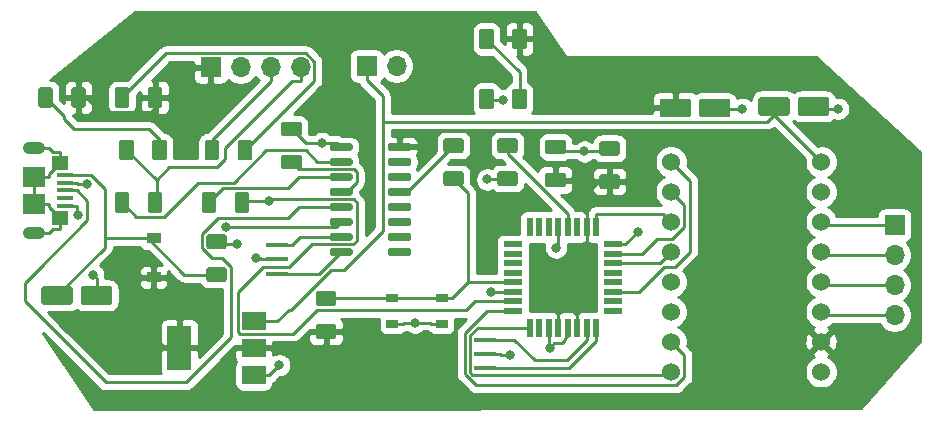
<source format=gbr>
G04 #@! TF.GenerationSoftware,KiCad,Pcbnew,(5.1.5)-3*
G04 #@! TF.CreationDate,2021-01-22T17:28:22+08:00*
G04 #@! TF.ProjectId,Pump_Driver,50756d70-5f44-4726-9976-65722e6b6963,rev?*
G04 #@! TF.SameCoordinates,Original*
G04 #@! TF.FileFunction,Copper,L1,Top*
G04 #@! TF.FilePolarity,Positive*
%FSLAX46Y46*%
G04 Gerber Fmt 4.6, Leading zero omitted, Abs format (unit mm)*
G04 Created by KiCad (PCBNEW (5.1.5)-3) date 2021-01-22 17:28:22*
%MOMM*%
%LPD*%
G04 APERTURE LIST*
%ADD10C,0.100000*%
%ADD11R,1.450000X1.150000*%
%ADD12O,1.900000X1.050000*%
%ADD13R,1.900000X1.750000*%
%ADD14R,1.400000X0.400000*%
%ADD15C,1.524000*%
%ADD16R,1.050000X0.650000*%
%ADD17R,1.200000X0.900000*%
%ADD18R,1.700000X1.700000*%
%ADD19O,1.700000X1.700000*%
%ADD20R,2.000000X3.800000*%
%ADD21R,2.000000X1.500000*%
%ADD22R,0.550000X1.600000*%
%ADD23R,1.600000X0.550000*%
%ADD24R,1.900000X0.400000*%
%ADD25C,0.800000*%
%ADD26C,0.250000*%
%ADD27C,0.254000*%
G04 APERTURE END LIST*
G04 #@! TA.AperFunction,SMDPad,CuDef*
D10*
G36*
X96407504Y-101357204D02*
G01*
X96431773Y-101360804D01*
X96455571Y-101366765D01*
X96478671Y-101375030D01*
X96500849Y-101385520D01*
X96521893Y-101398133D01*
X96541598Y-101412747D01*
X96559777Y-101429223D01*
X96576253Y-101447402D01*
X96590867Y-101467107D01*
X96603480Y-101488151D01*
X96613970Y-101510329D01*
X96622235Y-101533429D01*
X96628196Y-101557227D01*
X96631796Y-101581496D01*
X96633000Y-101606000D01*
X96633000Y-102356000D01*
X96631796Y-102380504D01*
X96628196Y-102404773D01*
X96622235Y-102428571D01*
X96613970Y-102451671D01*
X96603480Y-102473849D01*
X96590867Y-102494893D01*
X96576253Y-102514598D01*
X96559777Y-102532777D01*
X96541598Y-102549253D01*
X96521893Y-102563867D01*
X96500849Y-102576480D01*
X96478671Y-102586970D01*
X96455571Y-102595235D01*
X96431773Y-102601196D01*
X96407504Y-102604796D01*
X96383000Y-102606000D01*
X95133000Y-102606000D01*
X95108496Y-102604796D01*
X95084227Y-102601196D01*
X95060429Y-102595235D01*
X95037329Y-102586970D01*
X95015151Y-102576480D01*
X94994107Y-102563867D01*
X94974402Y-102549253D01*
X94956223Y-102532777D01*
X94939747Y-102514598D01*
X94925133Y-102494893D01*
X94912520Y-102473849D01*
X94902030Y-102451671D01*
X94893765Y-102428571D01*
X94887804Y-102404773D01*
X94884204Y-102380504D01*
X94883000Y-102356000D01*
X94883000Y-101606000D01*
X94884204Y-101581496D01*
X94887804Y-101557227D01*
X94893765Y-101533429D01*
X94902030Y-101510329D01*
X94912520Y-101488151D01*
X94925133Y-101467107D01*
X94939747Y-101447402D01*
X94956223Y-101429223D01*
X94974402Y-101412747D01*
X94994107Y-101398133D01*
X95015151Y-101385520D01*
X95037329Y-101375030D01*
X95060429Y-101366765D01*
X95084227Y-101360804D01*
X95108496Y-101357204D01*
X95133000Y-101356000D01*
X96383000Y-101356000D01*
X96407504Y-101357204D01*
G37*
G04 #@! TD.AperFunction*
G04 #@! TA.AperFunction,SMDPad,CuDef*
G36*
X96407504Y-98557204D02*
G01*
X96431773Y-98560804D01*
X96455571Y-98566765D01*
X96478671Y-98575030D01*
X96500849Y-98585520D01*
X96521893Y-98598133D01*
X96541598Y-98612747D01*
X96559777Y-98629223D01*
X96576253Y-98647402D01*
X96590867Y-98667107D01*
X96603480Y-98688151D01*
X96613970Y-98710329D01*
X96622235Y-98733429D01*
X96628196Y-98757227D01*
X96631796Y-98781496D01*
X96633000Y-98806000D01*
X96633000Y-99556000D01*
X96631796Y-99580504D01*
X96628196Y-99604773D01*
X96622235Y-99628571D01*
X96613970Y-99651671D01*
X96603480Y-99673849D01*
X96590867Y-99694893D01*
X96576253Y-99714598D01*
X96559777Y-99732777D01*
X96541598Y-99749253D01*
X96521893Y-99763867D01*
X96500849Y-99776480D01*
X96478671Y-99786970D01*
X96455571Y-99795235D01*
X96431773Y-99801196D01*
X96407504Y-99804796D01*
X96383000Y-99806000D01*
X95133000Y-99806000D01*
X95108496Y-99804796D01*
X95084227Y-99801196D01*
X95060429Y-99795235D01*
X95037329Y-99786970D01*
X95015151Y-99776480D01*
X94994107Y-99763867D01*
X94974402Y-99749253D01*
X94956223Y-99732777D01*
X94939747Y-99714598D01*
X94925133Y-99694893D01*
X94912520Y-99673849D01*
X94902030Y-99651671D01*
X94893765Y-99628571D01*
X94887804Y-99604773D01*
X94884204Y-99580504D01*
X94883000Y-99556000D01*
X94883000Y-98806000D01*
X94884204Y-98781496D01*
X94887804Y-98757227D01*
X94893765Y-98733429D01*
X94902030Y-98710329D01*
X94912520Y-98688151D01*
X94925133Y-98667107D01*
X94939747Y-98647402D01*
X94956223Y-98629223D01*
X94974402Y-98612747D01*
X94994107Y-98598133D01*
X95015151Y-98585520D01*
X95037329Y-98575030D01*
X95060429Y-98566765D01*
X95084227Y-98560804D01*
X95108496Y-98557204D01*
X95133000Y-98556000D01*
X96383000Y-98556000D01*
X96407504Y-98557204D01*
G37*
G04 #@! TD.AperFunction*
D11*
X76161000Y-102074000D03*
X76161000Y-106714000D03*
D12*
X73931000Y-107969000D03*
X73931000Y-100819000D03*
D13*
X73931000Y-103269000D03*
D14*
X76581000Y-104394000D03*
X76581000Y-105044000D03*
X76581000Y-105694000D03*
X76581000Y-103094000D03*
X76581000Y-103744000D03*
D13*
X73931000Y-105519000D03*
D15*
X127889000Y-101981000D03*
X127889000Y-104521000D03*
X127889000Y-107061000D03*
X127889000Y-109601000D03*
X127889000Y-112141000D03*
X127889000Y-114681000D03*
X127889000Y-117221000D03*
X127889000Y-119761000D03*
X140589000Y-119761000D03*
X140589000Y-117221000D03*
X140589000Y-114681000D03*
X140589000Y-112141000D03*
X140589000Y-109601000D03*
X140589000Y-107061000D03*
X140589000Y-104521000D03*
X140589000Y-101981000D03*
D16*
X104308000Y-113538000D03*
X108458000Y-113538000D03*
X104308000Y-115688000D03*
X108458000Y-115688000D03*
G04 #@! TA.AperFunction,SMDPad,CuDef*
D10*
G36*
X118759504Y-100084204D02*
G01*
X118783773Y-100087804D01*
X118807571Y-100093765D01*
X118830671Y-100102030D01*
X118852849Y-100112520D01*
X118873893Y-100125133D01*
X118893598Y-100139747D01*
X118911777Y-100156223D01*
X118928253Y-100174402D01*
X118942867Y-100194107D01*
X118955480Y-100215151D01*
X118965970Y-100237329D01*
X118974235Y-100260429D01*
X118980196Y-100284227D01*
X118983796Y-100308496D01*
X118985000Y-100333000D01*
X118985000Y-101083000D01*
X118983796Y-101107504D01*
X118980196Y-101131773D01*
X118974235Y-101155571D01*
X118965970Y-101178671D01*
X118955480Y-101200849D01*
X118942867Y-101221893D01*
X118928253Y-101241598D01*
X118911777Y-101259777D01*
X118893598Y-101276253D01*
X118873893Y-101290867D01*
X118852849Y-101303480D01*
X118830671Y-101313970D01*
X118807571Y-101322235D01*
X118783773Y-101328196D01*
X118759504Y-101331796D01*
X118735000Y-101333000D01*
X117485000Y-101333000D01*
X117460496Y-101331796D01*
X117436227Y-101328196D01*
X117412429Y-101322235D01*
X117389329Y-101313970D01*
X117367151Y-101303480D01*
X117346107Y-101290867D01*
X117326402Y-101276253D01*
X117308223Y-101259777D01*
X117291747Y-101241598D01*
X117277133Y-101221893D01*
X117264520Y-101200849D01*
X117254030Y-101178671D01*
X117245765Y-101155571D01*
X117239804Y-101131773D01*
X117236204Y-101107504D01*
X117235000Y-101083000D01*
X117235000Y-100333000D01*
X117236204Y-100308496D01*
X117239804Y-100284227D01*
X117245765Y-100260429D01*
X117254030Y-100237329D01*
X117264520Y-100215151D01*
X117277133Y-100194107D01*
X117291747Y-100174402D01*
X117308223Y-100156223D01*
X117326402Y-100139747D01*
X117346107Y-100125133D01*
X117367151Y-100112520D01*
X117389329Y-100102030D01*
X117412429Y-100093765D01*
X117436227Y-100087804D01*
X117460496Y-100084204D01*
X117485000Y-100083000D01*
X118735000Y-100083000D01*
X118759504Y-100084204D01*
G37*
G04 #@! TD.AperFunction*
G04 #@! TA.AperFunction,SMDPad,CuDef*
G36*
X118759504Y-102884204D02*
G01*
X118783773Y-102887804D01*
X118807571Y-102893765D01*
X118830671Y-102902030D01*
X118852849Y-102912520D01*
X118873893Y-102925133D01*
X118893598Y-102939747D01*
X118911777Y-102956223D01*
X118928253Y-102974402D01*
X118942867Y-102994107D01*
X118955480Y-103015151D01*
X118965970Y-103037329D01*
X118974235Y-103060429D01*
X118980196Y-103084227D01*
X118983796Y-103108496D01*
X118985000Y-103133000D01*
X118985000Y-103883000D01*
X118983796Y-103907504D01*
X118980196Y-103931773D01*
X118974235Y-103955571D01*
X118965970Y-103978671D01*
X118955480Y-104000849D01*
X118942867Y-104021893D01*
X118928253Y-104041598D01*
X118911777Y-104059777D01*
X118893598Y-104076253D01*
X118873893Y-104090867D01*
X118852849Y-104103480D01*
X118830671Y-104113970D01*
X118807571Y-104122235D01*
X118783773Y-104128196D01*
X118759504Y-104131796D01*
X118735000Y-104133000D01*
X117485000Y-104133000D01*
X117460496Y-104131796D01*
X117436227Y-104128196D01*
X117412429Y-104122235D01*
X117389329Y-104113970D01*
X117367151Y-104103480D01*
X117346107Y-104090867D01*
X117326402Y-104076253D01*
X117308223Y-104059777D01*
X117291747Y-104041598D01*
X117277133Y-104021893D01*
X117264520Y-104000849D01*
X117254030Y-103978671D01*
X117245765Y-103955571D01*
X117239804Y-103931773D01*
X117236204Y-103907504D01*
X117235000Y-103883000D01*
X117235000Y-103133000D01*
X117236204Y-103108496D01*
X117239804Y-103084227D01*
X117245765Y-103060429D01*
X117254030Y-103037329D01*
X117264520Y-103015151D01*
X117277133Y-102994107D01*
X117291747Y-102974402D01*
X117308223Y-102956223D01*
X117326402Y-102939747D01*
X117346107Y-102925133D01*
X117367151Y-102912520D01*
X117389329Y-102902030D01*
X117412429Y-102893765D01*
X117436227Y-102887804D01*
X117460496Y-102884204D01*
X117485000Y-102883000D01*
X118735000Y-102883000D01*
X118759504Y-102884204D01*
G37*
G04 #@! TD.AperFunction*
G04 #@! TA.AperFunction,SMDPad,CuDef*
G36*
X137703504Y-96483204D02*
G01*
X137727773Y-96486804D01*
X137751571Y-96492765D01*
X137774671Y-96501030D01*
X137796849Y-96511520D01*
X137817893Y-96524133D01*
X137837598Y-96538747D01*
X137855777Y-96555223D01*
X137872253Y-96573402D01*
X137886867Y-96593107D01*
X137899480Y-96614151D01*
X137909970Y-96636329D01*
X137918235Y-96659429D01*
X137924196Y-96683227D01*
X137927796Y-96707496D01*
X137929000Y-96732000D01*
X137929000Y-97832000D01*
X137927796Y-97856504D01*
X137924196Y-97880773D01*
X137918235Y-97904571D01*
X137909970Y-97927671D01*
X137899480Y-97949849D01*
X137886867Y-97970893D01*
X137872253Y-97990598D01*
X137855777Y-98008777D01*
X137837598Y-98025253D01*
X137817893Y-98039867D01*
X137796849Y-98052480D01*
X137774671Y-98062970D01*
X137751571Y-98071235D01*
X137727773Y-98077196D01*
X137703504Y-98080796D01*
X137679000Y-98082000D01*
X135529000Y-98082000D01*
X135504496Y-98080796D01*
X135480227Y-98077196D01*
X135456429Y-98071235D01*
X135433329Y-98062970D01*
X135411151Y-98052480D01*
X135390107Y-98039867D01*
X135370402Y-98025253D01*
X135352223Y-98008777D01*
X135335747Y-97990598D01*
X135321133Y-97970893D01*
X135308520Y-97949849D01*
X135298030Y-97927671D01*
X135289765Y-97904571D01*
X135283804Y-97880773D01*
X135280204Y-97856504D01*
X135279000Y-97832000D01*
X135279000Y-96732000D01*
X135280204Y-96707496D01*
X135283804Y-96683227D01*
X135289765Y-96659429D01*
X135298030Y-96636329D01*
X135308520Y-96614151D01*
X135321133Y-96593107D01*
X135335747Y-96573402D01*
X135352223Y-96555223D01*
X135370402Y-96538747D01*
X135390107Y-96524133D01*
X135411151Y-96511520D01*
X135433329Y-96501030D01*
X135456429Y-96492765D01*
X135480227Y-96486804D01*
X135504496Y-96483204D01*
X135529000Y-96482000D01*
X137679000Y-96482000D01*
X137703504Y-96483204D01*
G37*
G04 #@! TD.AperFunction*
G04 #@! TA.AperFunction,SMDPad,CuDef*
G36*
X141053504Y-96483204D02*
G01*
X141077773Y-96486804D01*
X141101571Y-96492765D01*
X141124671Y-96501030D01*
X141146849Y-96511520D01*
X141167893Y-96524133D01*
X141187598Y-96538747D01*
X141205777Y-96555223D01*
X141222253Y-96573402D01*
X141236867Y-96593107D01*
X141249480Y-96614151D01*
X141259970Y-96636329D01*
X141268235Y-96659429D01*
X141274196Y-96683227D01*
X141277796Y-96707496D01*
X141279000Y-96732000D01*
X141279000Y-97832000D01*
X141277796Y-97856504D01*
X141274196Y-97880773D01*
X141268235Y-97904571D01*
X141259970Y-97927671D01*
X141249480Y-97949849D01*
X141236867Y-97970893D01*
X141222253Y-97990598D01*
X141205777Y-98008777D01*
X141187598Y-98025253D01*
X141167893Y-98039867D01*
X141146849Y-98052480D01*
X141124671Y-98062970D01*
X141101571Y-98071235D01*
X141077773Y-98077196D01*
X141053504Y-98080796D01*
X141029000Y-98082000D01*
X138879000Y-98082000D01*
X138854496Y-98080796D01*
X138830227Y-98077196D01*
X138806429Y-98071235D01*
X138783329Y-98062970D01*
X138761151Y-98052480D01*
X138740107Y-98039867D01*
X138720402Y-98025253D01*
X138702223Y-98008777D01*
X138685747Y-97990598D01*
X138671133Y-97970893D01*
X138658520Y-97949849D01*
X138648030Y-97927671D01*
X138639765Y-97904571D01*
X138633804Y-97880773D01*
X138630204Y-97856504D01*
X138629000Y-97832000D01*
X138629000Y-96732000D01*
X138630204Y-96707496D01*
X138633804Y-96683227D01*
X138639765Y-96659429D01*
X138648030Y-96636329D01*
X138658520Y-96614151D01*
X138671133Y-96593107D01*
X138685747Y-96573402D01*
X138702223Y-96555223D01*
X138720402Y-96538747D01*
X138740107Y-96524133D01*
X138761151Y-96511520D01*
X138783329Y-96501030D01*
X138806429Y-96492765D01*
X138830227Y-96486804D01*
X138854496Y-96483204D01*
X138879000Y-96482000D01*
X141029000Y-96482000D01*
X141053504Y-96483204D01*
G37*
G04 #@! TD.AperFunction*
G04 #@! TA.AperFunction,SMDPad,CuDef*
G36*
X114695504Y-102760204D02*
G01*
X114719773Y-102763804D01*
X114743571Y-102769765D01*
X114766671Y-102778030D01*
X114788849Y-102788520D01*
X114809893Y-102801133D01*
X114829598Y-102815747D01*
X114847777Y-102832223D01*
X114864253Y-102850402D01*
X114878867Y-102870107D01*
X114891480Y-102891151D01*
X114901970Y-102913329D01*
X114910235Y-102936429D01*
X114916196Y-102960227D01*
X114919796Y-102984496D01*
X114921000Y-103009000D01*
X114921000Y-103759000D01*
X114919796Y-103783504D01*
X114916196Y-103807773D01*
X114910235Y-103831571D01*
X114901970Y-103854671D01*
X114891480Y-103876849D01*
X114878867Y-103897893D01*
X114864253Y-103917598D01*
X114847777Y-103935777D01*
X114829598Y-103952253D01*
X114809893Y-103966867D01*
X114788849Y-103979480D01*
X114766671Y-103989970D01*
X114743571Y-103998235D01*
X114719773Y-104004196D01*
X114695504Y-104007796D01*
X114671000Y-104009000D01*
X113421000Y-104009000D01*
X113396496Y-104007796D01*
X113372227Y-104004196D01*
X113348429Y-103998235D01*
X113325329Y-103989970D01*
X113303151Y-103979480D01*
X113282107Y-103966867D01*
X113262402Y-103952253D01*
X113244223Y-103935777D01*
X113227747Y-103917598D01*
X113213133Y-103897893D01*
X113200520Y-103876849D01*
X113190030Y-103854671D01*
X113181765Y-103831571D01*
X113175804Y-103807773D01*
X113172204Y-103783504D01*
X113171000Y-103759000D01*
X113171000Y-103009000D01*
X113172204Y-102984496D01*
X113175804Y-102960227D01*
X113181765Y-102936429D01*
X113190030Y-102913329D01*
X113200520Y-102891151D01*
X113213133Y-102870107D01*
X113227747Y-102850402D01*
X113244223Y-102832223D01*
X113262402Y-102815747D01*
X113282107Y-102801133D01*
X113303151Y-102788520D01*
X113325329Y-102778030D01*
X113348429Y-102769765D01*
X113372227Y-102763804D01*
X113396496Y-102760204D01*
X113421000Y-102759000D01*
X114671000Y-102759000D01*
X114695504Y-102760204D01*
G37*
G04 #@! TD.AperFunction*
G04 #@! TA.AperFunction,SMDPad,CuDef*
G36*
X114695504Y-99960204D02*
G01*
X114719773Y-99963804D01*
X114743571Y-99969765D01*
X114766671Y-99978030D01*
X114788849Y-99988520D01*
X114809893Y-100001133D01*
X114829598Y-100015747D01*
X114847777Y-100032223D01*
X114864253Y-100050402D01*
X114878867Y-100070107D01*
X114891480Y-100091151D01*
X114901970Y-100113329D01*
X114910235Y-100136429D01*
X114916196Y-100160227D01*
X114919796Y-100184496D01*
X114921000Y-100209000D01*
X114921000Y-100959000D01*
X114919796Y-100983504D01*
X114916196Y-101007773D01*
X114910235Y-101031571D01*
X114901970Y-101054671D01*
X114891480Y-101076849D01*
X114878867Y-101097893D01*
X114864253Y-101117598D01*
X114847777Y-101135777D01*
X114829598Y-101152253D01*
X114809893Y-101166867D01*
X114788849Y-101179480D01*
X114766671Y-101189970D01*
X114743571Y-101198235D01*
X114719773Y-101204196D01*
X114695504Y-101207796D01*
X114671000Y-101209000D01*
X113421000Y-101209000D01*
X113396496Y-101207796D01*
X113372227Y-101204196D01*
X113348429Y-101198235D01*
X113325329Y-101189970D01*
X113303151Y-101179480D01*
X113282107Y-101166867D01*
X113262402Y-101152253D01*
X113244223Y-101135777D01*
X113227747Y-101117598D01*
X113213133Y-101097893D01*
X113200520Y-101076849D01*
X113190030Y-101054671D01*
X113181765Y-101031571D01*
X113175804Y-101007773D01*
X113172204Y-100983504D01*
X113171000Y-100959000D01*
X113171000Y-100209000D01*
X113172204Y-100184496D01*
X113175804Y-100160227D01*
X113181765Y-100136429D01*
X113190030Y-100113329D01*
X113200520Y-100091151D01*
X113213133Y-100070107D01*
X113227747Y-100050402D01*
X113244223Y-100032223D01*
X113262402Y-100015747D01*
X113282107Y-100001133D01*
X113303151Y-99988520D01*
X113325329Y-99978030D01*
X113348429Y-99969765D01*
X113372227Y-99963804D01*
X113396496Y-99960204D01*
X113421000Y-99959000D01*
X114671000Y-99959000D01*
X114695504Y-99960204D01*
G37*
G04 #@! TD.AperFunction*
G04 #@! TA.AperFunction,SMDPad,CuDef*
G36*
X129345504Y-96610204D02*
G01*
X129369773Y-96613804D01*
X129393571Y-96619765D01*
X129416671Y-96628030D01*
X129438849Y-96638520D01*
X129459893Y-96651133D01*
X129479598Y-96665747D01*
X129497777Y-96682223D01*
X129514253Y-96700402D01*
X129528867Y-96720107D01*
X129541480Y-96741151D01*
X129551970Y-96763329D01*
X129560235Y-96786429D01*
X129566196Y-96810227D01*
X129569796Y-96834496D01*
X129571000Y-96859000D01*
X129571000Y-97959000D01*
X129569796Y-97983504D01*
X129566196Y-98007773D01*
X129560235Y-98031571D01*
X129551970Y-98054671D01*
X129541480Y-98076849D01*
X129528867Y-98097893D01*
X129514253Y-98117598D01*
X129497777Y-98135777D01*
X129479598Y-98152253D01*
X129459893Y-98166867D01*
X129438849Y-98179480D01*
X129416671Y-98189970D01*
X129393571Y-98198235D01*
X129369773Y-98204196D01*
X129345504Y-98207796D01*
X129321000Y-98209000D01*
X127171000Y-98209000D01*
X127146496Y-98207796D01*
X127122227Y-98204196D01*
X127098429Y-98198235D01*
X127075329Y-98189970D01*
X127053151Y-98179480D01*
X127032107Y-98166867D01*
X127012402Y-98152253D01*
X126994223Y-98135777D01*
X126977747Y-98117598D01*
X126963133Y-98097893D01*
X126950520Y-98076849D01*
X126940030Y-98054671D01*
X126931765Y-98031571D01*
X126925804Y-98007773D01*
X126922204Y-97983504D01*
X126921000Y-97959000D01*
X126921000Y-96859000D01*
X126922204Y-96834496D01*
X126925804Y-96810227D01*
X126931765Y-96786429D01*
X126940030Y-96763329D01*
X126950520Y-96741151D01*
X126963133Y-96720107D01*
X126977747Y-96700402D01*
X126994223Y-96682223D01*
X127012402Y-96665747D01*
X127032107Y-96651133D01*
X127053151Y-96638520D01*
X127075329Y-96628030D01*
X127098429Y-96619765D01*
X127122227Y-96613804D01*
X127146496Y-96610204D01*
X127171000Y-96609000D01*
X129321000Y-96609000D01*
X129345504Y-96610204D01*
G37*
G04 #@! TD.AperFunction*
G04 #@! TA.AperFunction,SMDPad,CuDef*
G36*
X132695504Y-96610204D02*
G01*
X132719773Y-96613804D01*
X132743571Y-96619765D01*
X132766671Y-96628030D01*
X132788849Y-96638520D01*
X132809893Y-96651133D01*
X132829598Y-96665747D01*
X132847777Y-96682223D01*
X132864253Y-96700402D01*
X132878867Y-96720107D01*
X132891480Y-96741151D01*
X132901970Y-96763329D01*
X132910235Y-96786429D01*
X132916196Y-96810227D01*
X132919796Y-96834496D01*
X132921000Y-96859000D01*
X132921000Y-97959000D01*
X132919796Y-97983504D01*
X132916196Y-98007773D01*
X132910235Y-98031571D01*
X132901970Y-98054671D01*
X132891480Y-98076849D01*
X132878867Y-98097893D01*
X132864253Y-98117598D01*
X132847777Y-98135777D01*
X132829598Y-98152253D01*
X132809893Y-98166867D01*
X132788849Y-98179480D01*
X132766671Y-98189970D01*
X132743571Y-98198235D01*
X132719773Y-98204196D01*
X132695504Y-98207796D01*
X132671000Y-98209000D01*
X130521000Y-98209000D01*
X130496496Y-98207796D01*
X130472227Y-98204196D01*
X130448429Y-98198235D01*
X130425329Y-98189970D01*
X130403151Y-98179480D01*
X130382107Y-98166867D01*
X130362402Y-98152253D01*
X130344223Y-98135777D01*
X130327747Y-98117598D01*
X130313133Y-98097893D01*
X130300520Y-98076849D01*
X130290030Y-98054671D01*
X130281765Y-98031571D01*
X130275804Y-98007773D01*
X130272204Y-97983504D01*
X130271000Y-97959000D01*
X130271000Y-96859000D01*
X130272204Y-96834496D01*
X130275804Y-96810227D01*
X130281765Y-96786429D01*
X130290030Y-96763329D01*
X130300520Y-96741151D01*
X130313133Y-96720107D01*
X130327747Y-96700402D01*
X130344223Y-96682223D01*
X130362402Y-96665747D01*
X130382107Y-96651133D01*
X130403151Y-96638520D01*
X130425329Y-96628030D01*
X130448429Y-96619765D01*
X130472227Y-96613804D01*
X130496496Y-96610204D01*
X130521000Y-96609000D01*
X132671000Y-96609000D01*
X132695504Y-96610204D01*
G37*
G04 #@! TD.AperFunction*
G04 #@! TA.AperFunction,SMDPad,CuDef*
G36*
X123331504Y-103008204D02*
G01*
X123355773Y-103011804D01*
X123379571Y-103017765D01*
X123402671Y-103026030D01*
X123424849Y-103036520D01*
X123445893Y-103049133D01*
X123465598Y-103063747D01*
X123483777Y-103080223D01*
X123500253Y-103098402D01*
X123514867Y-103118107D01*
X123527480Y-103139151D01*
X123537970Y-103161329D01*
X123546235Y-103184429D01*
X123552196Y-103208227D01*
X123555796Y-103232496D01*
X123557000Y-103257000D01*
X123557000Y-104007000D01*
X123555796Y-104031504D01*
X123552196Y-104055773D01*
X123546235Y-104079571D01*
X123537970Y-104102671D01*
X123527480Y-104124849D01*
X123514867Y-104145893D01*
X123500253Y-104165598D01*
X123483777Y-104183777D01*
X123465598Y-104200253D01*
X123445893Y-104214867D01*
X123424849Y-104227480D01*
X123402671Y-104237970D01*
X123379571Y-104246235D01*
X123355773Y-104252196D01*
X123331504Y-104255796D01*
X123307000Y-104257000D01*
X122057000Y-104257000D01*
X122032496Y-104255796D01*
X122008227Y-104252196D01*
X121984429Y-104246235D01*
X121961329Y-104237970D01*
X121939151Y-104227480D01*
X121918107Y-104214867D01*
X121898402Y-104200253D01*
X121880223Y-104183777D01*
X121863747Y-104165598D01*
X121849133Y-104145893D01*
X121836520Y-104124849D01*
X121826030Y-104102671D01*
X121817765Y-104079571D01*
X121811804Y-104055773D01*
X121808204Y-104031504D01*
X121807000Y-104007000D01*
X121807000Y-103257000D01*
X121808204Y-103232496D01*
X121811804Y-103208227D01*
X121817765Y-103184429D01*
X121826030Y-103161329D01*
X121836520Y-103139151D01*
X121849133Y-103118107D01*
X121863747Y-103098402D01*
X121880223Y-103080223D01*
X121898402Y-103063747D01*
X121918107Y-103049133D01*
X121939151Y-103036520D01*
X121961329Y-103026030D01*
X121984429Y-103017765D01*
X122008227Y-103011804D01*
X122032496Y-103008204D01*
X122057000Y-103007000D01*
X123307000Y-103007000D01*
X123331504Y-103008204D01*
G37*
G04 #@! TD.AperFunction*
G04 #@! TA.AperFunction,SMDPad,CuDef*
G36*
X123331504Y-100208204D02*
G01*
X123355773Y-100211804D01*
X123379571Y-100217765D01*
X123402671Y-100226030D01*
X123424849Y-100236520D01*
X123445893Y-100249133D01*
X123465598Y-100263747D01*
X123483777Y-100280223D01*
X123500253Y-100298402D01*
X123514867Y-100318107D01*
X123527480Y-100339151D01*
X123537970Y-100361329D01*
X123546235Y-100384429D01*
X123552196Y-100408227D01*
X123555796Y-100432496D01*
X123557000Y-100457000D01*
X123557000Y-101207000D01*
X123555796Y-101231504D01*
X123552196Y-101255773D01*
X123546235Y-101279571D01*
X123537970Y-101302671D01*
X123527480Y-101324849D01*
X123514867Y-101345893D01*
X123500253Y-101365598D01*
X123483777Y-101383777D01*
X123465598Y-101400253D01*
X123445893Y-101414867D01*
X123424849Y-101427480D01*
X123402671Y-101437970D01*
X123379571Y-101446235D01*
X123355773Y-101452196D01*
X123331504Y-101455796D01*
X123307000Y-101457000D01*
X122057000Y-101457000D01*
X122032496Y-101455796D01*
X122008227Y-101452196D01*
X121984429Y-101446235D01*
X121961329Y-101437970D01*
X121939151Y-101427480D01*
X121918107Y-101414867D01*
X121898402Y-101400253D01*
X121880223Y-101383777D01*
X121863747Y-101365598D01*
X121849133Y-101345893D01*
X121836520Y-101324849D01*
X121826030Y-101302671D01*
X121817765Y-101279571D01*
X121811804Y-101255773D01*
X121808204Y-101231504D01*
X121807000Y-101207000D01*
X121807000Y-100457000D01*
X121808204Y-100432496D01*
X121811804Y-100408227D01*
X121817765Y-100384429D01*
X121826030Y-100361329D01*
X121836520Y-100339151D01*
X121849133Y-100318107D01*
X121863747Y-100298402D01*
X121880223Y-100280223D01*
X121898402Y-100263747D01*
X121918107Y-100249133D01*
X121939151Y-100236520D01*
X121961329Y-100226030D01*
X121984429Y-100217765D01*
X122008227Y-100211804D01*
X122032496Y-100208204D01*
X122057000Y-100207000D01*
X123307000Y-100207000D01*
X123331504Y-100208204D01*
G37*
G04 #@! TD.AperFunction*
G04 #@! TA.AperFunction,SMDPad,CuDef*
G36*
X80347504Y-112485204D02*
G01*
X80371773Y-112488804D01*
X80395571Y-112494765D01*
X80418671Y-112503030D01*
X80440849Y-112513520D01*
X80461893Y-112526133D01*
X80481598Y-112540747D01*
X80499777Y-112557223D01*
X80516253Y-112575402D01*
X80530867Y-112595107D01*
X80543480Y-112616151D01*
X80553970Y-112638329D01*
X80562235Y-112661429D01*
X80568196Y-112685227D01*
X80571796Y-112709496D01*
X80573000Y-112734000D01*
X80573000Y-113834000D01*
X80571796Y-113858504D01*
X80568196Y-113882773D01*
X80562235Y-113906571D01*
X80553970Y-113929671D01*
X80543480Y-113951849D01*
X80530867Y-113972893D01*
X80516253Y-113992598D01*
X80499777Y-114010777D01*
X80481598Y-114027253D01*
X80461893Y-114041867D01*
X80440849Y-114054480D01*
X80418671Y-114064970D01*
X80395571Y-114073235D01*
X80371773Y-114079196D01*
X80347504Y-114082796D01*
X80323000Y-114084000D01*
X78173000Y-114084000D01*
X78148496Y-114082796D01*
X78124227Y-114079196D01*
X78100429Y-114073235D01*
X78077329Y-114064970D01*
X78055151Y-114054480D01*
X78034107Y-114041867D01*
X78014402Y-114027253D01*
X77996223Y-114010777D01*
X77979747Y-113992598D01*
X77965133Y-113972893D01*
X77952520Y-113951849D01*
X77942030Y-113929671D01*
X77933765Y-113906571D01*
X77927804Y-113882773D01*
X77924204Y-113858504D01*
X77923000Y-113834000D01*
X77923000Y-112734000D01*
X77924204Y-112709496D01*
X77927804Y-112685227D01*
X77933765Y-112661429D01*
X77942030Y-112638329D01*
X77952520Y-112616151D01*
X77965133Y-112595107D01*
X77979747Y-112575402D01*
X77996223Y-112557223D01*
X78014402Y-112540747D01*
X78034107Y-112526133D01*
X78055151Y-112513520D01*
X78077329Y-112503030D01*
X78100429Y-112494765D01*
X78124227Y-112488804D01*
X78148496Y-112485204D01*
X78173000Y-112484000D01*
X80323000Y-112484000D01*
X80347504Y-112485204D01*
G37*
G04 #@! TD.AperFunction*
G04 #@! TA.AperFunction,SMDPad,CuDef*
G36*
X76997504Y-112485204D02*
G01*
X77021773Y-112488804D01*
X77045571Y-112494765D01*
X77068671Y-112503030D01*
X77090849Y-112513520D01*
X77111893Y-112526133D01*
X77131598Y-112540747D01*
X77149777Y-112557223D01*
X77166253Y-112575402D01*
X77180867Y-112595107D01*
X77193480Y-112616151D01*
X77203970Y-112638329D01*
X77212235Y-112661429D01*
X77218196Y-112685227D01*
X77221796Y-112709496D01*
X77223000Y-112734000D01*
X77223000Y-113834000D01*
X77221796Y-113858504D01*
X77218196Y-113882773D01*
X77212235Y-113906571D01*
X77203970Y-113929671D01*
X77193480Y-113951849D01*
X77180867Y-113972893D01*
X77166253Y-113992598D01*
X77149777Y-114010777D01*
X77131598Y-114027253D01*
X77111893Y-114041867D01*
X77090849Y-114054480D01*
X77068671Y-114064970D01*
X77045571Y-114073235D01*
X77021773Y-114079196D01*
X76997504Y-114082796D01*
X76973000Y-114084000D01*
X74823000Y-114084000D01*
X74798496Y-114082796D01*
X74774227Y-114079196D01*
X74750429Y-114073235D01*
X74727329Y-114064970D01*
X74705151Y-114054480D01*
X74684107Y-114041867D01*
X74664402Y-114027253D01*
X74646223Y-114010777D01*
X74629747Y-113992598D01*
X74615133Y-113972893D01*
X74602520Y-113951849D01*
X74592030Y-113929671D01*
X74583765Y-113906571D01*
X74577804Y-113882773D01*
X74574204Y-113858504D01*
X74573000Y-113834000D01*
X74573000Y-112734000D01*
X74574204Y-112709496D01*
X74577804Y-112685227D01*
X74583765Y-112661429D01*
X74592030Y-112638329D01*
X74602520Y-112616151D01*
X74615133Y-112595107D01*
X74629747Y-112575402D01*
X74646223Y-112557223D01*
X74664402Y-112540747D01*
X74684107Y-112526133D01*
X74705151Y-112513520D01*
X74727329Y-112503030D01*
X74750429Y-112494765D01*
X74774227Y-112488804D01*
X74798496Y-112485204D01*
X74823000Y-112484000D01*
X76973000Y-112484000D01*
X76997504Y-112485204D01*
G37*
G04 #@! TD.AperFunction*
G04 #@! TA.AperFunction,SMDPad,CuDef*
G36*
X90057504Y-110888204D02*
G01*
X90081773Y-110891804D01*
X90105571Y-110897765D01*
X90128671Y-110906030D01*
X90150849Y-110916520D01*
X90171893Y-110929133D01*
X90191598Y-110943747D01*
X90209777Y-110960223D01*
X90226253Y-110978402D01*
X90240867Y-110998107D01*
X90253480Y-111019151D01*
X90263970Y-111041329D01*
X90272235Y-111064429D01*
X90278196Y-111088227D01*
X90281796Y-111112496D01*
X90283000Y-111137000D01*
X90283000Y-111887000D01*
X90281796Y-111911504D01*
X90278196Y-111935773D01*
X90272235Y-111959571D01*
X90263970Y-111982671D01*
X90253480Y-112004849D01*
X90240867Y-112025893D01*
X90226253Y-112045598D01*
X90209777Y-112063777D01*
X90191598Y-112080253D01*
X90171893Y-112094867D01*
X90150849Y-112107480D01*
X90128671Y-112117970D01*
X90105571Y-112126235D01*
X90081773Y-112132196D01*
X90057504Y-112135796D01*
X90033000Y-112137000D01*
X88783000Y-112137000D01*
X88758496Y-112135796D01*
X88734227Y-112132196D01*
X88710429Y-112126235D01*
X88687329Y-112117970D01*
X88665151Y-112107480D01*
X88644107Y-112094867D01*
X88624402Y-112080253D01*
X88606223Y-112063777D01*
X88589747Y-112045598D01*
X88575133Y-112025893D01*
X88562520Y-112004849D01*
X88552030Y-111982671D01*
X88543765Y-111959571D01*
X88537804Y-111935773D01*
X88534204Y-111911504D01*
X88533000Y-111887000D01*
X88533000Y-111137000D01*
X88534204Y-111112496D01*
X88537804Y-111088227D01*
X88543765Y-111064429D01*
X88552030Y-111041329D01*
X88562520Y-111019151D01*
X88575133Y-110998107D01*
X88589747Y-110978402D01*
X88606223Y-110960223D01*
X88624402Y-110943747D01*
X88644107Y-110929133D01*
X88665151Y-110916520D01*
X88687329Y-110906030D01*
X88710429Y-110897765D01*
X88734227Y-110891804D01*
X88758496Y-110888204D01*
X88783000Y-110887000D01*
X90033000Y-110887000D01*
X90057504Y-110888204D01*
G37*
G04 #@! TD.AperFunction*
G04 #@! TA.AperFunction,SMDPad,CuDef*
G36*
X90057504Y-108088204D02*
G01*
X90081773Y-108091804D01*
X90105571Y-108097765D01*
X90128671Y-108106030D01*
X90150849Y-108116520D01*
X90171893Y-108129133D01*
X90191598Y-108143747D01*
X90209777Y-108160223D01*
X90226253Y-108178402D01*
X90240867Y-108198107D01*
X90253480Y-108219151D01*
X90263970Y-108241329D01*
X90272235Y-108264429D01*
X90278196Y-108288227D01*
X90281796Y-108312496D01*
X90283000Y-108337000D01*
X90283000Y-109087000D01*
X90281796Y-109111504D01*
X90278196Y-109135773D01*
X90272235Y-109159571D01*
X90263970Y-109182671D01*
X90253480Y-109204849D01*
X90240867Y-109225893D01*
X90226253Y-109245598D01*
X90209777Y-109263777D01*
X90191598Y-109280253D01*
X90171893Y-109294867D01*
X90150849Y-109307480D01*
X90128671Y-109317970D01*
X90105571Y-109326235D01*
X90081773Y-109332196D01*
X90057504Y-109335796D01*
X90033000Y-109337000D01*
X88783000Y-109337000D01*
X88758496Y-109335796D01*
X88734227Y-109332196D01*
X88710429Y-109326235D01*
X88687329Y-109317970D01*
X88665151Y-109307480D01*
X88644107Y-109294867D01*
X88624402Y-109280253D01*
X88606223Y-109263777D01*
X88589747Y-109245598D01*
X88575133Y-109225893D01*
X88562520Y-109204849D01*
X88552030Y-109182671D01*
X88543765Y-109159571D01*
X88537804Y-109135773D01*
X88534204Y-109111504D01*
X88533000Y-109087000D01*
X88533000Y-108337000D01*
X88534204Y-108312496D01*
X88537804Y-108288227D01*
X88543765Y-108264429D01*
X88552030Y-108241329D01*
X88562520Y-108219151D01*
X88575133Y-108198107D01*
X88589747Y-108178402D01*
X88606223Y-108160223D01*
X88624402Y-108143747D01*
X88644107Y-108129133D01*
X88665151Y-108116520D01*
X88687329Y-108106030D01*
X88710429Y-108097765D01*
X88734227Y-108091804D01*
X88758496Y-108088204D01*
X88783000Y-108087000D01*
X90033000Y-108087000D01*
X90057504Y-108088204D01*
G37*
G04 #@! TD.AperFunction*
G04 #@! TA.AperFunction,SMDPad,CuDef*
G36*
X110123504Y-102760204D02*
G01*
X110147773Y-102763804D01*
X110171571Y-102769765D01*
X110194671Y-102778030D01*
X110216849Y-102788520D01*
X110237893Y-102801133D01*
X110257598Y-102815747D01*
X110275777Y-102832223D01*
X110292253Y-102850402D01*
X110306867Y-102870107D01*
X110319480Y-102891151D01*
X110329970Y-102913329D01*
X110338235Y-102936429D01*
X110344196Y-102960227D01*
X110347796Y-102984496D01*
X110349000Y-103009000D01*
X110349000Y-103759000D01*
X110347796Y-103783504D01*
X110344196Y-103807773D01*
X110338235Y-103831571D01*
X110329970Y-103854671D01*
X110319480Y-103876849D01*
X110306867Y-103897893D01*
X110292253Y-103917598D01*
X110275777Y-103935777D01*
X110257598Y-103952253D01*
X110237893Y-103966867D01*
X110216849Y-103979480D01*
X110194671Y-103989970D01*
X110171571Y-103998235D01*
X110147773Y-104004196D01*
X110123504Y-104007796D01*
X110099000Y-104009000D01*
X108849000Y-104009000D01*
X108824496Y-104007796D01*
X108800227Y-104004196D01*
X108776429Y-103998235D01*
X108753329Y-103989970D01*
X108731151Y-103979480D01*
X108710107Y-103966867D01*
X108690402Y-103952253D01*
X108672223Y-103935777D01*
X108655747Y-103917598D01*
X108641133Y-103897893D01*
X108628520Y-103876849D01*
X108618030Y-103854671D01*
X108609765Y-103831571D01*
X108603804Y-103807773D01*
X108600204Y-103783504D01*
X108599000Y-103759000D01*
X108599000Y-103009000D01*
X108600204Y-102984496D01*
X108603804Y-102960227D01*
X108609765Y-102936429D01*
X108618030Y-102913329D01*
X108628520Y-102891151D01*
X108641133Y-102870107D01*
X108655747Y-102850402D01*
X108672223Y-102832223D01*
X108690402Y-102815747D01*
X108710107Y-102801133D01*
X108731151Y-102788520D01*
X108753329Y-102778030D01*
X108776429Y-102769765D01*
X108800227Y-102763804D01*
X108824496Y-102760204D01*
X108849000Y-102759000D01*
X110099000Y-102759000D01*
X110123504Y-102760204D01*
G37*
G04 #@! TD.AperFunction*
G04 #@! TA.AperFunction,SMDPad,CuDef*
G36*
X110123504Y-99960204D02*
G01*
X110147773Y-99963804D01*
X110171571Y-99969765D01*
X110194671Y-99978030D01*
X110216849Y-99988520D01*
X110237893Y-100001133D01*
X110257598Y-100015747D01*
X110275777Y-100032223D01*
X110292253Y-100050402D01*
X110306867Y-100070107D01*
X110319480Y-100091151D01*
X110329970Y-100113329D01*
X110338235Y-100136429D01*
X110344196Y-100160227D01*
X110347796Y-100184496D01*
X110349000Y-100209000D01*
X110349000Y-100959000D01*
X110347796Y-100983504D01*
X110344196Y-101007773D01*
X110338235Y-101031571D01*
X110329970Y-101054671D01*
X110319480Y-101076849D01*
X110306867Y-101097893D01*
X110292253Y-101117598D01*
X110275777Y-101135777D01*
X110257598Y-101152253D01*
X110237893Y-101166867D01*
X110216849Y-101179480D01*
X110194671Y-101189970D01*
X110171571Y-101198235D01*
X110147773Y-101204196D01*
X110123504Y-101207796D01*
X110099000Y-101209000D01*
X108849000Y-101209000D01*
X108824496Y-101207796D01*
X108800227Y-101204196D01*
X108776429Y-101198235D01*
X108753329Y-101189970D01*
X108731151Y-101179480D01*
X108710107Y-101166867D01*
X108690402Y-101152253D01*
X108672223Y-101135777D01*
X108655747Y-101117598D01*
X108641133Y-101097893D01*
X108628520Y-101076849D01*
X108618030Y-101054671D01*
X108609765Y-101031571D01*
X108603804Y-101007773D01*
X108600204Y-100983504D01*
X108599000Y-100959000D01*
X108599000Y-100209000D01*
X108600204Y-100184496D01*
X108603804Y-100160227D01*
X108609765Y-100136429D01*
X108618030Y-100113329D01*
X108628520Y-100091151D01*
X108641133Y-100070107D01*
X108655747Y-100050402D01*
X108672223Y-100032223D01*
X108690402Y-100015747D01*
X108710107Y-100001133D01*
X108731151Y-99988520D01*
X108753329Y-99978030D01*
X108776429Y-99969765D01*
X108800227Y-99963804D01*
X108824496Y-99960204D01*
X108849000Y-99959000D01*
X110099000Y-99959000D01*
X110123504Y-99960204D01*
G37*
G04 #@! TD.AperFunction*
G04 #@! TA.AperFunction,SMDPad,CuDef*
G36*
X112661504Y-95773204D02*
G01*
X112685773Y-95776804D01*
X112709571Y-95782765D01*
X112732671Y-95791030D01*
X112754849Y-95801520D01*
X112775893Y-95814133D01*
X112795598Y-95828747D01*
X112813777Y-95845223D01*
X112830253Y-95863402D01*
X112844867Y-95883107D01*
X112857480Y-95904151D01*
X112867970Y-95926329D01*
X112876235Y-95949429D01*
X112882196Y-95973227D01*
X112885796Y-95997496D01*
X112887000Y-96022000D01*
X112887000Y-97272000D01*
X112885796Y-97296504D01*
X112882196Y-97320773D01*
X112876235Y-97344571D01*
X112867970Y-97367671D01*
X112857480Y-97389849D01*
X112844867Y-97410893D01*
X112830253Y-97430598D01*
X112813777Y-97448777D01*
X112795598Y-97465253D01*
X112775893Y-97479867D01*
X112754849Y-97492480D01*
X112732671Y-97502970D01*
X112709571Y-97511235D01*
X112685773Y-97517196D01*
X112661504Y-97520796D01*
X112637000Y-97522000D01*
X111887000Y-97522000D01*
X111862496Y-97520796D01*
X111838227Y-97517196D01*
X111814429Y-97511235D01*
X111791329Y-97502970D01*
X111769151Y-97492480D01*
X111748107Y-97479867D01*
X111728402Y-97465253D01*
X111710223Y-97448777D01*
X111693747Y-97430598D01*
X111679133Y-97410893D01*
X111666520Y-97389849D01*
X111656030Y-97367671D01*
X111647765Y-97344571D01*
X111641804Y-97320773D01*
X111638204Y-97296504D01*
X111637000Y-97272000D01*
X111637000Y-96022000D01*
X111638204Y-95997496D01*
X111641804Y-95973227D01*
X111647765Y-95949429D01*
X111656030Y-95926329D01*
X111666520Y-95904151D01*
X111679133Y-95883107D01*
X111693747Y-95863402D01*
X111710223Y-95845223D01*
X111728402Y-95828747D01*
X111748107Y-95814133D01*
X111769151Y-95801520D01*
X111791329Y-95791030D01*
X111814429Y-95782765D01*
X111838227Y-95776804D01*
X111862496Y-95773204D01*
X111887000Y-95772000D01*
X112637000Y-95772000D01*
X112661504Y-95773204D01*
G37*
G04 #@! TD.AperFunction*
G04 #@! TA.AperFunction,SMDPad,CuDef*
G36*
X115461504Y-95773204D02*
G01*
X115485773Y-95776804D01*
X115509571Y-95782765D01*
X115532671Y-95791030D01*
X115554849Y-95801520D01*
X115575893Y-95814133D01*
X115595598Y-95828747D01*
X115613777Y-95845223D01*
X115630253Y-95863402D01*
X115644867Y-95883107D01*
X115657480Y-95904151D01*
X115667970Y-95926329D01*
X115676235Y-95949429D01*
X115682196Y-95973227D01*
X115685796Y-95997496D01*
X115687000Y-96022000D01*
X115687000Y-97272000D01*
X115685796Y-97296504D01*
X115682196Y-97320773D01*
X115676235Y-97344571D01*
X115667970Y-97367671D01*
X115657480Y-97389849D01*
X115644867Y-97410893D01*
X115630253Y-97430598D01*
X115613777Y-97448777D01*
X115595598Y-97465253D01*
X115575893Y-97479867D01*
X115554849Y-97492480D01*
X115532671Y-97502970D01*
X115509571Y-97511235D01*
X115485773Y-97517196D01*
X115461504Y-97520796D01*
X115437000Y-97522000D01*
X114687000Y-97522000D01*
X114662496Y-97520796D01*
X114638227Y-97517196D01*
X114614429Y-97511235D01*
X114591329Y-97502970D01*
X114569151Y-97492480D01*
X114548107Y-97479867D01*
X114528402Y-97465253D01*
X114510223Y-97448777D01*
X114493747Y-97430598D01*
X114479133Y-97410893D01*
X114466520Y-97389849D01*
X114456030Y-97367671D01*
X114447765Y-97344571D01*
X114441804Y-97320773D01*
X114438204Y-97296504D01*
X114437000Y-97272000D01*
X114437000Y-96022000D01*
X114438204Y-95997496D01*
X114441804Y-95973227D01*
X114447765Y-95949429D01*
X114456030Y-95926329D01*
X114466520Y-95904151D01*
X114479133Y-95883107D01*
X114493747Y-95863402D01*
X114510223Y-95845223D01*
X114528402Y-95828747D01*
X114548107Y-95814133D01*
X114569151Y-95801520D01*
X114591329Y-95791030D01*
X114614429Y-95782765D01*
X114638227Y-95776804D01*
X114662496Y-95773204D01*
X114687000Y-95772000D01*
X115437000Y-95772000D01*
X115461504Y-95773204D01*
G37*
G04 #@! TD.AperFunction*
D17*
X84074000Y-111760000D03*
X84074000Y-108460000D03*
G04 #@! TA.AperFunction,SMDPad,CuDef*
D10*
G36*
X84984504Y-100091204D02*
G01*
X85008773Y-100094804D01*
X85032571Y-100100765D01*
X85055671Y-100109030D01*
X85077849Y-100119520D01*
X85098893Y-100132133D01*
X85118598Y-100146747D01*
X85136777Y-100163223D01*
X85153253Y-100181402D01*
X85167867Y-100201107D01*
X85180480Y-100222151D01*
X85190970Y-100244329D01*
X85199235Y-100267429D01*
X85205196Y-100291227D01*
X85208796Y-100315496D01*
X85210000Y-100340000D01*
X85210000Y-101590000D01*
X85208796Y-101614504D01*
X85205196Y-101638773D01*
X85199235Y-101662571D01*
X85190970Y-101685671D01*
X85180480Y-101707849D01*
X85167867Y-101728893D01*
X85153253Y-101748598D01*
X85136777Y-101766777D01*
X85118598Y-101783253D01*
X85098893Y-101797867D01*
X85077849Y-101810480D01*
X85055671Y-101820970D01*
X85032571Y-101829235D01*
X85008773Y-101835196D01*
X84984504Y-101838796D01*
X84960000Y-101840000D01*
X84210000Y-101840000D01*
X84185496Y-101838796D01*
X84161227Y-101835196D01*
X84137429Y-101829235D01*
X84114329Y-101820970D01*
X84092151Y-101810480D01*
X84071107Y-101797867D01*
X84051402Y-101783253D01*
X84033223Y-101766777D01*
X84016747Y-101748598D01*
X84002133Y-101728893D01*
X83989520Y-101707849D01*
X83979030Y-101685671D01*
X83970765Y-101662571D01*
X83964804Y-101638773D01*
X83961204Y-101614504D01*
X83960000Y-101590000D01*
X83960000Y-100340000D01*
X83961204Y-100315496D01*
X83964804Y-100291227D01*
X83970765Y-100267429D01*
X83979030Y-100244329D01*
X83989520Y-100222151D01*
X84002133Y-100201107D01*
X84016747Y-100181402D01*
X84033223Y-100163223D01*
X84051402Y-100146747D01*
X84071107Y-100132133D01*
X84092151Y-100119520D01*
X84114329Y-100109030D01*
X84137429Y-100100765D01*
X84161227Y-100094804D01*
X84185496Y-100091204D01*
X84210000Y-100090000D01*
X84960000Y-100090000D01*
X84984504Y-100091204D01*
G37*
G04 #@! TD.AperFunction*
G04 #@! TA.AperFunction,SMDPad,CuDef*
G36*
X82184504Y-100091204D02*
G01*
X82208773Y-100094804D01*
X82232571Y-100100765D01*
X82255671Y-100109030D01*
X82277849Y-100119520D01*
X82298893Y-100132133D01*
X82318598Y-100146747D01*
X82336777Y-100163223D01*
X82353253Y-100181402D01*
X82367867Y-100201107D01*
X82380480Y-100222151D01*
X82390970Y-100244329D01*
X82399235Y-100267429D01*
X82405196Y-100291227D01*
X82408796Y-100315496D01*
X82410000Y-100340000D01*
X82410000Y-101590000D01*
X82408796Y-101614504D01*
X82405196Y-101638773D01*
X82399235Y-101662571D01*
X82390970Y-101685671D01*
X82380480Y-101707849D01*
X82367867Y-101728893D01*
X82353253Y-101748598D01*
X82336777Y-101766777D01*
X82318598Y-101783253D01*
X82298893Y-101797867D01*
X82277849Y-101810480D01*
X82255671Y-101820970D01*
X82232571Y-101829235D01*
X82208773Y-101835196D01*
X82184504Y-101838796D01*
X82160000Y-101840000D01*
X81410000Y-101840000D01*
X81385496Y-101838796D01*
X81361227Y-101835196D01*
X81337429Y-101829235D01*
X81314329Y-101820970D01*
X81292151Y-101810480D01*
X81271107Y-101797867D01*
X81251402Y-101783253D01*
X81233223Y-101766777D01*
X81216747Y-101748598D01*
X81202133Y-101728893D01*
X81189520Y-101707849D01*
X81179030Y-101685671D01*
X81170765Y-101662571D01*
X81164804Y-101638773D01*
X81161204Y-101614504D01*
X81160000Y-101590000D01*
X81160000Y-100340000D01*
X81161204Y-100315496D01*
X81164804Y-100291227D01*
X81170765Y-100267429D01*
X81179030Y-100244329D01*
X81189520Y-100222151D01*
X81202133Y-100201107D01*
X81216747Y-100181402D01*
X81233223Y-100163223D01*
X81251402Y-100146747D01*
X81271107Y-100132133D01*
X81292151Y-100119520D01*
X81314329Y-100109030D01*
X81337429Y-100100765D01*
X81361227Y-100094804D01*
X81385496Y-100091204D01*
X81410000Y-100090000D01*
X82160000Y-100090000D01*
X82184504Y-100091204D01*
G37*
G04 #@! TD.AperFunction*
G04 #@! TA.AperFunction,SMDPad,CuDef*
G36*
X89420504Y-100091204D02*
G01*
X89444773Y-100094804D01*
X89468571Y-100100765D01*
X89491671Y-100109030D01*
X89513849Y-100119520D01*
X89534893Y-100132133D01*
X89554598Y-100146747D01*
X89572777Y-100163223D01*
X89589253Y-100181402D01*
X89603867Y-100201107D01*
X89616480Y-100222151D01*
X89626970Y-100244329D01*
X89635235Y-100267429D01*
X89641196Y-100291227D01*
X89644796Y-100315496D01*
X89646000Y-100340000D01*
X89646000Y-101590000D01*
X89644796Y-101614504D01*
X89641196Y-101638773D01*
X89635235Y-101662571D01*
X89626970Y-101685671D01*
X89616480Y-101707849D01*
X89603867Y-101728893D01*
X89589253Y-101748598D01*
X89572777Y-101766777D01*
X89554598Y-101783253D01*
X89534893Y-101797867D01*
X89513849Y-101810480D01*
X89491671Y-101820970D01*
X89468571Y-101829235D01*
X89444773Y-101835196D01*
X89420504Y-101838796D01*
X89396000Y-101840000D01*
X88646000Y-101840000D01*
X88621496Y-101838796D01*
X88597227Y-101835196D01*
X88573429Y-101829235D01*
X88550329Y-101820970D01*
X88528151Y-101810480D01*
X88507107Y-101797867D01*
X88487402Y-101783253D01*
X88469223Y-101766777D01*
X88452747Y-101748598D01*
X88438133Y-101728893D01*
X88425520Y-101707849D01*
X88415030Y-101685671D01*
X88406765Y-101662571D01*
X88400804Y-101638773D01*
X88397204Y-101614504D01*
X88396000Y-101590000D01*
X88396000Y-100340000D01*
X88397204Y-100315496D01*
X88400804Y-100291227D01*
X88406765Y-100267429D01*
X88415030Y-100244329D01*
X88425520Y-100222151D01*
X88438133Y-100201107D01*
X88452747Y-100181402D01*
X88469223Y-100163223D01*
X88487402Y-100146747D01*
X88507107Y-100132133D01*
X88528151Y-100119520D01*
X88550329Y-100109030D01*
X88573429Y-100100765D01*
X88597227Y-100094804D01*
X88621496Y-100091204D01*
X88646000Y-100090000D01*
X89396000Y-100090000D01*
X89420504Y-100091204D01*
G37*
G04 #@! TD.AperFunction*
G04 #@! TA.AperFunction,SMDPad,CuDef*
G36*
X92220504Y-100091204D02*
G01*
X92244773Y-100094804D01*
X92268571Y-100100765D01*
X92291671Y-100109030D01*
X92313849Y-100119520D01*
X92334893Y-100132133D01*
X92354598Y-100146747D01*
X92372777Y-100163223D01*
X92389253Y-100181402D01*
X92403867Y-100201107D01*
X92416480Y-100222151D01*
X92426970Y-100244329D01*
X92435235Y-100267429D01*
X92441196Y-100291227D01*
X92444796Y-100315496D01*
X92446000Y-100340000D01*
X92446000Y-101590000D01*
X92444796Y-101614504D01*
X92441196Y-101638773D01*
X92435235Y-101662571D01*
X92426970Y-101685671D01*
X92416480Y-101707849D01*
X92403867Y-101728893D01*
X92389253Y-101748598D01*
X92372777Y-101766777D01*
X92354598Y-101783253D01*
X92334893Y-101797867D01*
X92313849Y-101810480D01*
X92291671Y-101820970D01*
X92268571Y-101829235D01*
X92244773Y-101835196D01*
X92220504Y-101838796D01*
X92196000Y-101840000D01*
X91446000Y-101840000D01*
X91421496Y-101838796D01*
X91397227Y-101835196D01*
X91373429Y-101829235D01*
X91350329Y-101820970D01*
X91328151Y-101810480D01*
X91307107Y-101797867D01*
X91287402Y-101783253D01*
X91269223Y-101766777D01*
X91252747Y-101748598D01*
X91238133Y-101728893D01*
X91225520Y-101707849D01*
X91215030Y-101685671D01*
X91206765Y-101662571D01*
X91200804Y-101638773D01*
X91197204Y-101614504D01*
X91196000Y-101590000D01*
X91196000Y-100340000D01*
X91197204Y-100315496D01*
X91200804Y-100291227D01*
X91206765Y-100267429D01*
X91215030Y-100244329D01*
X91225520Y-100222151D01*
X91238133Y-100201107D01*
X91252747Y-100181402D01*
X91269223Y-100163223D01*
X91287402Y-100146747D01*
X91307107Y-100132133D01*
X91328151Y-100119520D01*
X91350329Y-100109030D01*
X91373429Y-100100765D01*
X91397227Y-100094804D01*
X91421496Y-100091204D01*
X91446000Y-100090000D01*
X92196000Y-100090000D01*
X92220504Y-100091204D01*
G37*
G04 #@! TD.AperFunction*
D18*
X102108000Y-93853000D03*
D19*
X104648000Y-93853000D03*
D18*
X146812000Y-107315000D03*
D19*
X146812000Y-109855000D03*
X146812000Y-112395000D03*
X146812000Y-114935000D03*
X96520000Y-93980000D03*
X93980000Y-93980000D03*
X91440000Y-93980000D03*
D18*
X88900000Y-93980000D03*
G04 #@! TA.AperFunction,SMDPad,CuDef*
D10*
G36*
X99328504Y-115708204D02*
G01*
X99352773Y-115711804D01*
X99376571Y-115717765D01*
X99399671Y-115726030D01*
X99421849Y-115736520D01*
X99442893Y-115749133D01*
X99462598Y-115763747D01*
X99480777Y-115780223D01*
X99497253Y-115798402D01*
X99511867Y-115818107D01*
X99524480Y-115839151D01*
X99534970Y-115861329D01*
X99543235Y-115884429D01*
X99549196Y-115908227D01*
X99552796Y-115932496D01*
X99554000Y-115957000D01*
X99554000Y-116707000D01*
X99552796Y-116731504D01*
X99549196Y-116755773D01*
X99543235Y-116779571D01*
X99534970Y-116802671D01*
X99524480Y-116824849D01*
X99511867Y-116845893D01*
X99497253Y-116865598D01*
X99480777Y-116883777D01*
X99462598Y-116900253D01*
X99442893Y-116914867D01*
X99421849Y-116927480D01*
X99399671Y-116937970D01*
X99376571Y-116946235D01*
X99352773Y-116952196D01*
X99328504Y-116955796D01*
X99304000Y-116957000D01*
X98054000Y-116957000D01*
X98029496Y-116955796D01*
X98005227Y-116952196D01*
X97981429Y-116946235D01*
X97958329Y-116937970D01*
X97936151Y-116927480D01*
X97915107Y-116914867D01*
X97895402Y-116900253D01*
X97877223Y-116883777D01*
X97860747Y-116865598D01*
X97846133Y-116845893D01*
X97833520Y-116824849D01*
X97823030Y-116802671D01*
X97814765Y-116779571D01*
X97808804Y-116755773D01*
X97805204Y-116731504D01*
X97804000Y-116707000D01*
X97804000Y-115957000D01*
X97805204Y-115932496D01*
X97808804Y-115908227D01*
X97814765Y-115884429D01*
X97823030Y-115861329D01*
X97833520Y-115839151D01*
X97846133Y-115818107D01*
X97860747Y-115798402D01*
X97877223Y-115780223D01*
X97895402Y-115763747D01*
X97915107Y-115749133D01*
X97936151Y-115736520D01*
X97958329Y-115726030D01*
X97981429Y-115717765D01*
X98005227Y-115711804D01*
X98029496Y-115708204D01*
X98054000Y-115707000D01*
X99304000Y-115707000D01*
X99328504Y-115708204D01*
G37*
G04 #@! TD.AperFunction*
G04 #@! TA.AperFunction,SMDPad,CuDef*
G36*
X99328504Y-112908204D02*
G01*
X99352773Y-112911804D01*
X99376571Y-112917765D01*
X99399671Y-112926030D01*
X99421849Y-112936520D01*
X99442893Y-112949133D01*
X99462598Y-112963747D01*
X99480777Y-112980223D01*
X99497253Y-112998402D01*
X99511867Y-113018107D01*
X99524480Y-113039151D01*
X99534970Y-113061329D01*
X99543235Y-113084429D01*
X99549196Y-113108227D01*
X99552796Y-113132496D01*
X99554000Y-113157000D01*
X99554000Y-113907000D01*
X99552796Y-113931504D01*
X99549196Y-113955773D01*
X99543235Y-113979571D01*
X99534970Y-114002671D01*
X99524480Y-114024849D01*
X99511867Y-114045893D01*
X99497253Y-114065598D01*
X99480777Y-114083777D01*
X99462598Y-114100253D01*
X99442893Y-114114867D01*
X99421849Y-114127480D01*
X99399671Y-114137970D01*
X99376571Y-114146235D01*
X99352773Y-114152196D01*
X99328504Y-114155796D01*
X99304000Y-114157000D01*
X98054000Y-114157000D01*
X98029496Y-114155796D01*
X98005227Y-114152196D01*
X97981429Y-114146235D01*
X97958329Y-114137970D01*
X97936151Y-114127480D01*
X97915107Y-114114867D01*
X97895402Y-114100253D01*
X97877223Y-114083777D01*
X97860747Y-114065598D01*
X97846133Y-114045893D01*
X97833520Y-114024849D01*
X97823030Y-114002671D01*
X97814765Y-113979571D01*
X97808804Y-113955773D01*
X97805204Y-113931504D01*
X97804000Y-113907000D01*
X97804000Y-113157000D01*
X97805204Y-113132496D01*
X97808804Y-113108227D01*
X97814765Y-113084429D01*
X97823030Y-113061329D01*
X97833520Y-113039151D01*
X97846133Y-113018107D01*
X97860747Y-112998402D01*
X97877223Y-112980223D01*
X97895402Y-112963747D01*
X97915107Y-112949133D01*
X97936151Y-112936520D01*
X97958329Y-112926030D01*
X97981429Y-112917765D01*
X98005227Y-112911804D01*
X98029496Y-112908204D01*
X98054000Y-112907000D01*
X99304000Y-112907000D01*
X99328504Y-112908204D01*
G37*
G04 #@! TD.AperFunction*
G04 #@! TA.AperFunction,SMDPad,CuDef*
G36*
X115461504Y-90693204D02*
G01*
X115485773Y-90696804D01*
X115509571Y-90702765D01*
X115532671Y-90711030D01*
X115554849Y-90721520D01*
X115575893Y-90734133D01*
X115595598Y-90748747D01*
X115613777Y-90765223D01*
X115630253Y-90783402D01*
X115644867Y-90803107D01*
X115657480Y-90824151D01*
X115667970Y-90846329D01*
X115676235Y-90869429D01*
X115682196Y-90893227D01*
X115685796Y-90917496D01*
X115687000Y-90942000D01*
X115687000Y-92192000D01*
X115685796Y-92216504D01*
X115682196Y-92240773D01*
X115676235Y-92264571D01*
X115667970Y-92287671D01*
X115657480Y-92309849D01*
X115644867Y-92330893D01*
X115630253Y-92350598D01*
X115613777Y-92368777D01*
X115595598Y-92385253D01*
X115575893Y-92399867D01*
X115554849Y-92412480D01*
X115532671Y-92422970D01*
X115509571Y-92431235D01*
X115485773Y-92437196D01*
X115461504Y-92440796D01*
X115437000Y-92442000D01*
X114687000Y-92442000D01*
X114662496Y-92440796D01*
X114638227Y-92437196D01*
X114614429Y-92431235D01*
X114591329Y-92422970D01*
X114569151Y-92412480D01*
X114548107Y-92399867D01*
X114528402Y-92385253D01*
X114510223Y-92368777D01*
X114493747Y-92350598D01*
X114479133Y-92330893D01*
X114466520Y-92309849D01*
X114456030Y-92287671D01*
X114447765Y-92264571D01*
X114441804Y-92240773D01*
X114438204Y-92216504D01*
X114437000Y-92192000D01*
X114437000Y-90942000D01*
X114438204Y-90917496D01*
X114441804Y-90893227D01*
X114447765Y-90869429D01*
X114456030Y-90846329D01*
X114466520Y-90824151D01*
X114479133Y-90803107D01*
X114493747Y-90783402D01*
X114510223Y-90765223D01*
X114528402Y-90748747D01*
X114548107Y-90734133D01*
X114569151Y-90721520D01*
X114591329Y-90711030D01*
X114614429Y-90702765D01*
X114638227Y-90696804D01*
X114662496Y-90693204D01*
X114687000Y-90692000D01*
X115437000Y-90692000D01*
X115461504Y-90693204D01*
G37*
G04 #@! TD.AperFunction*
G04 #@! TA.AperFunction,SMDPad,CuDef*
G36*
X112661504Y-90693204D02*
G01*
X112685773Y-90696804D01*
X112709571Y-90702765D01*
X112732671Y-90711030D01*
X112754849Y-90721520D01*
X112775893Y-90734133D01*
X112795598Y-90748747D01*
X112813777Y-90765223D01*
X112830253Y-90783402D01*
X112844867Y-90803107D01*
X112857480Y-90824151D01*
X112867970Y-90846329D01*
X112876235Y-90869429D01*
X112882196Y-90893227D01*
X112885796Y-90917496D01*
X112887000Y-90942000D01*
X112887000Y-92192000D01*
X112885796Y-92216504D01*
X112882196Y-92240773D01*
X112876235Y-92264571D01*
X112867970Y-92287671D01*
X112857480Y-92309849D01*
X112844867Y-92330893D01*
X112830253Y-92350598D01*
X112813777Y-92368777D01*
X112795598Y-92385253D01*
X112775893Y-92399867D01*
X112754849Y-92412480D01*
X112732671Y-92422970D01*
X112709571Y-92431235D01*
X112685773Y-92437196D01*
X112661504Y-92440796D01*
X112637000Y-92442000D01*
X111887000Y-92442000D01*
X111862496Y-92440796D01*
X111838227Y-92437196D01*
X111814429Y-92431235D01*
X111791329Y-92422970D01*
X111769151Y-92412480D01*
X111748107Y-92399867D01*
X111728402Y-92385253D01*
X111710223Y-92368777D01*
X111693747Y-92350598D01*
X111679133Y-92330893D01*
X111666520Y-92309849D01*
X111656030Y-92287671D01*
X111647765Y-92264571D01*
X111641804Y-92240773D01*
X111638204Y-92216504D01*
X111637000Y-92192000D01*
X111637000Y-90942000D01*
X111638204Y-90917496D01*
X111641804Y-90893227D01*
X111647765Y-90869429D01*
X111656030Y-90846329D01*
X111666520Y-90824151D01*
X111679133Y-90803107D01*
X111693747Y-90783402D01*
X111710223Y-90765223D01*
X111728402Y-90748747D01*
X111748107Y-90734133D01*
X111769151Y-90721520D01*
X111791329Y-90711030D01*
X111814429Y-90702765D01*
X111838227Y-90696804D01*
X111862496Y-90693204D01*
X111887000Y-90692000D01*
X112637000Y-90692000D01*
X112661504Y-90693204D01*
G37*
G04 #@! TD.AperFunction*
G04 #@! TA.AperFunction,SMDPad,CuDef*
G36*
X75323504Y-95646204D02*
G01*
X75347773Y-95649804D01*
X75371571Y-95655765D01*
X75394671Y-95664030D01*
X75416849Y-95674520D01*
X75437893Y-95687133D01*
X75457598Y-95701747D01*
X75475777Y-95718223D01*
X75492253Y-95736402D01*
X75506867Y-95756107D01*
X75519480Y-95777151D01*
X75529970Y-95799329D01*
X75538235Y-95822429D01*
X75544196Y-95846227D01*
X75547796Y-95870496D01*
X75549000Y-95895000D01*
X75549000Y-97145000D01*
X75547796Y-97169504D01*
X75544196Y-97193773D01*
X75538235Y-97217571D01*
X75529970Y-97240671D01*
X75519480Y-97262849D01*
X75506867Y-97283893D01*
X75492253Y-97303598D01*
X75475777Y-97321777D01*
X75457598Y-97338253D01*
X75437893Y-97352867D01*
X75416849Y-97365480D01*
X75394671Y-97375970D01*
X75371571Y-97384235D01*
X75347773Y-97390196D01*
X75323504Y-97393796D01*
X75299000Y-97395000D01*
X74549000Y-97395000D01*
X74524496Y-97393796D01*
X74500227Y-97390196D01*
X74476429Y-97384235D01*
X74453329Y-97375970D01*
X74431151Y-97365480D01*
X74410107Y-97352867D01*
X74390402Y-97338253D01*
X74372223Y-97321777D01*
X74355747Y-97303598D01*
X74341133Y-97283893D01*
X74328520Y-97262849D01*
X74318030Y-97240671D01*
X74309765Y-97217571D01*
X74303804Y-97193773D01*
X74300204Y-97169504D01*
X74299000Y-97145000D01*
X74299000Y-95895000D01*
X74300204Y-95870496D01*
X74303804Y-95846227D01*
X74309765Y-95822429D01*
X74318030Y-95799329D01*
X74328520Y-95777151D01*
X74341133Y-95756107D01*
X74355747Y-95736402D01*
X74372223Y-95718223D01*
X74390402Y-95701747D01*
X74410107Y-95687133D01*
X74431151Y-95674520D01*
X74453329Y-95664030D01*
X74476429Y-95655765D01*
X74500227Y-95649804D01*
X74524496Y-95646204D01*
X74549000Y-95645000D01*
X75299000Y-95645000D01*
X75323504Y-95646204D01*
G37*
G04 #@! TD.AperFunction*
G04 #@! TA.AperFunction,SMDPad,CuDef*
G36*
X78123504Y-95646204D02*
G01*
X78147773Y-95649804D01*
X78171571Y-95655765D01*
X78194671Y-95664030D01*
X78216849Y-95674520D01*
X78237893Y-95687133D01*
X78257598Y-95701747D01*
X78275777Y-95718223D01*
X78292253Y-95736402D01*
X78306867Y-95756107D01*
X78319480Y-95777151D01*
X78329970Y-95799329D01*
X78338235Y-95822429D01*
X78344196Y-95846227D01*
X78347796Y-95870496D01*
X78349000Y-95895000D01*
X78349000Y-97145000D01*
X78347796Y-97169504D01*
X78344196Y-97193773D01*
X78338235Y-97217571D01*
X78329970Y-97240671D01*
X78319480Y-97262849D01*
X78306867Y-97283893D01*
X78292253Y-97303598D01*
X78275777Y-97321777D01*
X78257598Y-97338253D01*
X78237893Y-97352867D01*
X78216849Y-97365480D01*
X78194671Y-97375970D01*
X78171571Y-97384235D01*
X78147773Y-97390196D01*
X78123504Y-97393796D01*
X78099000Y-97395000D01*
X77349000Y-97395000D01*
X77324496Y-97393796D01*
X77300227Y-97390196D01*
X77276429Y-97384235D01*
X77253329Y-97375970D01*
X77231151Y-97365480D01*
X77210107Y-97352867D01*
X77190402Y-97338253D01*
X77172223Y-97321777D01*
X77155747Y-97303598D01*
X77141133Y-97283893D01*
X77128520Y-97262849D01*
X77118030Y-97240671D01*
X77109765Y-97217571D01*
X77103804Y-97193773D01*
X77100204Y-97169504D01*
X77099000Y-97145000D01*
X77099000Y-95895000D01*
X77100204Y-95870496D01*
X77103804Y-95846227D01*
X77109765Y-95822429D01*
X77118030Y-95799329D01*
X77128520Y-95777151D01*
X77141133Y-95756107D01*
X77155747Y-95736402D01*
X77172223Y-95718223D01*
X77190402Y-95701747D01*
X77210107Y-95687133D01*
X77231151Y-95674520D01*
X77253329Y-95664030D01*
X77276429Y-95655765D01*
X77300227Y-95649804D01*
X77324496Y-95646204D01*
X77349000Y-95645000D01*
X78099000Y-95645000D01*
X78123504Y-95646204D01*
G37*
G04 #@! TD.AperFunction*
G04 #@! TA.AperFunction,SMDPad,CuDef*
G36*
X84600504Y-104536204D02*
G01*
X84624773Y-104539804D01*
X84648571Y-104545765D01*
X84671671Y-104554030D01*
X84693849Y-104564520D01*
X84714893Y-104577133D01*
X84734598Y-104591747D01*
X84752777Y-104608223D01*
X84769253Y-104626402D01*
X84783867Y-104646107D01*
X84796480Y-104667151D01*
X84806970Y-104689329D01*
X84815235Y-104712429D01*
X84821196Y-104736227D01*
X84824796Y-104760496D01*
X84826000Y-104785000D01*
X84826000Y-106035000D01*
X84824796Y-106059504D01*
X84821196Y-106083773D01*
X84815235Y-106107571D01*
X84806970Y-106130671D01*
X84796480Y-106152849D01*
X84783867Y-106173893D01*
X84769253Y-106193598D01*
X84752777Y-106211777D01*
X84734598Y-106228253D01*
X84714893Y-106242867D01*
X84693849Y-106255480D01*
X84671671Y-106265970D01*
X84648571Y-106274235D01*
X84624773Y-106280196D01*
X84600504Y-106283796D01*
X84576000Y-106285000D01*
X83826000Y-106285000D01*
X83801496Y-106283796D01*
X83777227Y-106280196D01*
X83753429Y-106274235D01*
X83730329Y-106265970D01*
X83708151Y-106255480D01*
X83687107Y-106242867D01*
X83667402Y-106228253D01*
X83649223Y-106211777D01*
X83632747Y-106193598D01*
X83618133Y-106173893D01*
X83605520Y-106152849D01*
X83595030Y-106130671D01*
X83586765Y-106107571D01*
X83580804Y-106083773D01*
X83577204Y-106059504D01*
X83576000Y-106035000D01*
X83576000Y-104785000D01*
X83577204Y-104760496D01*
X83580804Y-104736227D01*
X83586765Y-104712429D01*
X83595030Y-104689329D01*
X83605520Y-104667151D01*
X83618133Y-104646107D01*
X83632747Y-104626402D01*
X83649223Y-104608223D01*
X83667402Y-104591747D01*
X83687107Y-104577133D01*
X83708151Y-104564520D01*
X83730329Y-104554030D01*
X83753429Y-104545765D01*
X83777227Y-104539804D01*
X83801496Y-104536204D01*
X83826000Y-104535000D01*
X84576000Y-104535000D01*
X84600504Y-104536204D01*
G37*
G04 #@! TD.AperFunction*
G04 #@! TA.AperFunction,SMDPad,CuDef*
G36*
X81800504Y-104536204D02*
G01*
X81824773Y-104539804D01*
X81848571Y-104545765D01*
X81871671Y-104554030D01*
X81893849Y-104564520D01*
X81914893Y-104577133D01*
X81934598Y-104591747D01*
X81952777Y-104608223D01*
X81969253Y-104626402D01*
X81983867Y-104646107D01*
X81996480Y-104667151D01*
X82006970Y-104689329D01*
X82015235Y-104712429D01*
X82021196Y-104736227D01*
X82024796Y-104760496D01*
X82026000Y-104785000D01*
X82026000Y-106035000D01*
X82024796Y-106059504D01*
X82021196Y-106083773D01*
X82015235Y-106107571D01*
X82006970Y-106130671D01*
X81996480Y-106152849D01*
X81983867Y-106173893D01*
X81969253Y-106193598D01*
X81952777Y-106211777D01*
X81934598Y-106228253D01*
X81914893Y-106242867D01*
X81893849Y-106255480D01*
X81871671Y-106265970D01*
X81848571Y-106274235D01*
X81824773Y-106280196D01*
X81800504Y-106283796D01*
X81776000Y-106285000D01*
X81026000Y-106285000D01*
X81001496Y-106283796D01*
X80977227Y-106280196D01*
X80953429Y-106274235D01*
X80930329Y-106265970D01*
X80908151Y-106255480D01*
X80887107Y-106242867D01*
X80867402Y-106228253D01*
X80849223Y-106211777D01*
X80832747Y-106193598D01*
X80818133Y-106173893D01*
X80805520Y-106152849D01*
X80795030Y-106130671D01*
X80786765Y-106107571D01*
X80780804Y-106083773D01*
X80777204Y-106059504D01*
X80776000Y-106035000D01*
X80776000Y-104785000D01*
X80777204Y-104760496D01*
X80780804Y-104736227D01*
X80786765Y-104712429D01*
X80795030Y-104689329D01*
X80805520Y-104667151D01*
X80818133Y-104646107D01*
X80832747Y-104626402D01*
X80849223Y-104608223D01*
X80867402Y-104591747D01*
X80887107Y-104577133D01*
X80908151Y-104564520D01*
X80930329Y-104554030D01*
X80953429Y-104545765D01*
X80977227Y-104539804D01*
X81001496Y-104536204D01*
X81026000Y-104535000D01*
X81776000Y-104535000D01*
X81800504Y-104536204D01*
G37*
G04 #@! TD.AperFunction*
G04 #@! TA.AperFunction,SMDPad,CuDef*
G36*
X84603504Y-95646204D02*
G01*
X84627773Y-95649804D01*
X84651571Y-95655765D01*
X84674671Y-95664030D01*
X84696849Y-95674520D01*
X84717893Y-95687133D01*
X84737598Y-95701747D01*
X84755777Y-95718223D01*
X84772253Y-95736402D01*
X84786867Y-95756107D01*
X84799480Y-95777151D01*
X84809970Y-95799329D01*
X84818235Y-95822429D01*
X84824196Y-95846227D01*
X84827796Y-95870496D01*
X84829000Y-95895000D01*
X84829000Y-97145000D01*
X84827796Y-97169504D01*
X84824196Y-97193773D01*
X84818235Y-97217571D01*
X84809970Y-97240671D01*
X84799480Y-97262849D01*
X84786867Y-97283893D01*
X84772253Y-97303598D01*
X84755777Y-97321777D01*
X84737598Y-97338253D01*
X84717893Y-97352867D01*
X84696849Y-97365480D01*
X84674671Y-97375970D01*
X84651571Y-97384235D01*
X84627773Y-97390196D01*
X84603504Y-97393796D01*
X84579000Y-97395000D01*
X83829000Y-97395000D01*
X83804496Y-97393796D01*
X83780227Y-97390196D01*
X83756429Y-97384235D01*
X83733329Y-97375970D01*
X83711151Y-97365480D01*
X83690107Y-97352867D01*
X83670402Y-97338253D01*
X83652223Y-97321777D01*
X83635747Y-97303598D01*
X83621133Y-97283893D01*
X83608520Y-97262849D01*
X83598030Y-97240671D01*
X83589765Y-97217571D01*
X83583804Y-97193773D01*
X83580204Y-97169504D01*
X83579000Y-97145000D01*
X83579000Y-95895000D01*
X83580204Y-95870496D01*
X83583804Y-95846227D01*
X83589765Y-95822429D01*
X83598030Y-95799329D01*
X83608520Y-95777151D01*
X83621133Y-95756107D01*
X83635747Y-95736402D01*
X83652223Y-95718223D01*
X83670402Y-95701747D01*
X83690107Y-95687133D01*
X83711151Y-95674520D01*
X83733329Y-95664030D01*
X83756429Y-95655765D01*
X83780227Y-95649804D01*
X83804496Y-95646204D01*
X83829000Y-95645000D01*
X84579000Y-95645000D01*
X84603504Y-95646204D01*
G37*
G04 #@! TD.AperFunction*
G04 #@! TA.AperFunction,SMDPad,CuDef*
G36*
X81803504Y-95646204D02*
G01*
X81827773Y-95649804D01*
X81851571Y-95655765D01*
X81874671Y-95664030D01*
X81896849Y-95674520D01*
X81917893Y-95687133D01*
X81937598Y-95701747D01*
X81955777Y-95718223D01*
X81972253Y-95736402D01*
X81986867Y-95756107D01*
X81999480Y-95777151D01*
X82009970Y-95799329D01*
X82018235Y-95822429D01*
X82024196Y-95846227D01*
X82027796Y-95870496D01*
X82029000Y-95895000D01*
X82029000Y-97145000D01*
X82027796Y-97169504D01*
X82024196Y-97193773D01*
X82018235Y-97217571D01*
X82009970Y-97240671D01*
X81999480Y-97262849D01*
X81986867Y-97283893D01*
X81972253Y-97303598D01*
X81955777Y-97321777D01*
X81937598Y-97338253D01*
X81917893Y-97352867D01*
X81896849Y-97365480D01*
X81874671Y-97375970D01*
X81851571Y-97384235D01*
X81827773Y-97390196D01*
X81803504Y-97393796D01*
X81779000Y-97395000D01*
X81029000Y-97395000D01*
X81004496Y-97393796D01*
X80980227Y-97390196D01*
X80956429Y-97384235D01*
X80933329Y-97375970D01*
X80911151Y-97365480D01*
X80890107Y-97352867D01*
X80870402Y-97338253D01*
X80852223Y-97321777D01*
X80835747Y-97303598D01*
X80821133Y-97283893D01*
X80808520Y-97262849D01*
X80798030Y-97240671D01*
X80789765Y-97217571D01*
X80783804Y-97193773D01*
X80780204Y-97169504D01*
X80779000Y-97145000D01*
X80779000Y-95895000D01*
X80780204Y-95870496D01*
X80783804Y-95846227D01*
X80789765Y-95822429D01*
X80798030Y-95799329D01*
X80808520Y-95777151D01*
X80821133Y-95756107D01*
X80835747Y-95736402D01*
X80852223Y-95718223D01*
X80870402Y-95701747D01*
X80890107Y-95687133D01*
X80911151Y-95674520D01*
X80933329Y-95664030D01*
X80956429Y-95655765D01*
X80980227Y-95649804D01*
X81004496Y-95646204D01*
X81029000Y-95645000D01*
X81779000Y-95645000D01*
X81803504Y-95646204D01*
G37*
G04 #@! TD.AperFunction*
G04 #@! TA.AperFunction,SMDPad,CuDef*
G36*
X89166504Y-104536204D02*
G01*
X89190773Y-104539804D01*
X89214571Y-104545765D01*
X89237671Y-104554030D01*
X89259849Y-104564520D01*
X89280893Y-104577133D01*
X89300598Y-104591747D01*
X89318777Y-104608223D01*
X89335253Y-104626402D01*
X89349867Y-104646107D01*
X89362480Y-104667151D01*
X89372970Y-104689329D01*
X89381235Y-104712429D01*
X89387196Y-104736227D01*
X89390796Y-104760496D01*
X89392000Y-104785000D01*
X89392000Y-106035000D01*
X89390796Y-106059504D01*
X89387196Y-106083773D01*
X89381235Y-106107571D01*
X89372970Y-106130671D01*
X89362480Y-106152849D01*
X89349867Y-106173893D01*
X89335253Y-106193598D01*
X89318777Y-106211777D01*
X89300598Y-106228253D01*
X89280893Y-106242867D01*
X89259849Y-106255480D01*
X89237671Y-106265970D01*
X89214571Y-106274235D01*
X89190773Y-106280196D01*
X89166504Y-106283796D01*
X89142000Y-106285000D01*
X88392000Y-106285000D01*
X88367496Y-106283796D01*
X88343227Y-106280196D01*
X88319429Y-106274235D01*
X88296329Y-106265970D01*
X88274151Y-106255480D01*
X88253107Y-106242867D01*
X88233402Y-106228253D01*
X88215223Y-106211777D01*
X88198747Y-106193598D01*
X88184133Y-106173893D01*
X88171520Y-106152849D01*
X88161030Y-106130671D01*
X88152765Y-106107571D01*
X88146804Y-106083773D01*
X88143204Y-106059504D01*
X88142000Y-106035000D01*
X88142000Y-104785000D01*
X88143204Y-104760496D01*
X88146804Y-104736227D01*
X88152765Y-104712429D01*
X88161030Y-104689329D01*
X88171520Y-104667151D01*
X88184133Y-104646107D01*
X88198747Y-104626402D01*
X88215223Y-104608223D01*
X88233402Y-104591747D01*
X88253107Y-104577133D01*
X88274151Y-104564520D01*
X88296329Y-104554030D01*
X88319429Y-104545765D01*
X88343227Y-104539804D01*
X88367496Y-104536204D01*
X88392000Y-104535000D01*
X89142000Y-104535000D01*
X89166504Y-104536204D01*
G37*
G04 #@! TD.AperFunction*
G04 #@! TA.AperFunction,SMDPad,CuDef*
G36*
X91966504Y-104536204D02*
G01*
X91990773Y-104539804D01*
X92014571Y-104545765D01*
X92037671Y-104554030D01*
X92059849Y-104564520D01*
X92080893Y-104577133D01*
X92100598Y-104591747D01*
X92118777Y-104608223D01*
X92135253Y-104626402D01*
X92149867Y-104646107D01*
X92162480Y-104667151D01*
X92172970Y-104689329D01*
X92181235Y-104712429D01*
X92187196Y-104736227D01*
X92190796Y-104760496D01*
X92192000Y-104785000D01*
X92192000Y-106035000D01*
X92190796Y-106059504D01*
X92187196Y-106083773D01*
X92181235Y-106107571D01*
X92172970Y-106130671D01*
X92162480Y-106152849D01*
X92149867Y-106173893D01*
X92135253Y-106193598D01*
X92118777Y-106211777D01*
X92100598Y-106228253D01*
X92080893Y-106242867D01*
X92059849Y-106255480D01*
X92037671Y-106265970D01*
X92014571Y-106274235D01*
X91990773Y-106280196D01*
X91966504Y-106283796D01*
X91942000Y-106285000D01*
X91192000Y-106285000D01*
X91167496Y-106283796D01*
X91143227Y-106280196D01*
X91119429Y-106274235D01*
X91096329Y-106265970D01*
X91074151Y-106255480D01*
X91053107Y-106242867D01*
X91033402Y-106228253D01*
X91015223Y-106211777D01*
X90998747Y-106193598D01*
X90984133Y-106173893D01*
X90971520Y-106152849D01*
X90961030Y-106130671D01*
X90952765Y-106107571D01*
X90946804Y-106083773D01*
X90943204Y-106059504D01*
X90942000Y-106035000D01*
X90942000Y-104785000D01*
X90943204Y-104760496D01*
X90946804Y-104736227D01*
X90952765Y-104712429D01*
X90961030Y-104689329D01*
X90971520Y-104667151D01*
X90984133Y-104646107D01*
X90998747Y-104626402D01*
X91015223Y-104608223D01*
X91033402Y-104591747D01*
X91053107Y-104577133D01*
X91074151Y-104564520D01*
X91096329Y-104554030D01*
X91119429Y-104545765D01*
X91143227Y-104539804D01*
X91167496Y-104536204D01*
X91192000Y-104535000D01*
X91942000Y-104535000D01*
X91966504Y-104536204D01*
G37*
G04 #@! TD.AperFunction*
D20*
X86258000Y-117729000D03*
D21*
X92558000Y-117729000D03*
X92558000Y-115429000D03*
X92558000Y-120029000D03*
D22*
X115945000Y-116010000D03*
X116745000Y-116010000D03*
X117545000Y-116010000D03*
X118345000Y-116010000D03*
X119145000Y-116010000D03*
X119945000Y-116010000D03*
X120745000Y-116010000D03*
X121545000Y-116010000D03*
D23*
X122995000Y-114560000D03*
X122995000Y-113760000D03*
X122995000Y-112960000D03*
X122995000Y-112160000D03*
X122995000Y-111360000D03*
X122995000Y-110560000D03*
X122995000Y-109760000D03*
X122995000Y-108960000D03*
D22*
X121545000Y-107510000D03*
X120745000Y-107510000D03*
X119945000Y-107510000D03*
X119145000Y-107510000D03*
X118345000Y-107510000D03*
X117545000Y-107510000D03*
X116745000Y-107510000D03*
X115945000Y-107510000D03*
D23*
X114495000Y-108960000D03*
X114495000Y-109760000D03*
X114495000Y-110560000D03*
X114495000Y-111360000D03*
X114495000Y-112160000D03*
X114495000Y-112960000D03*
X114495000Y-113760000D03*
X114495000Y-114560000D03*
G04 #@! TA.AperFunction,SMDPad,CuDef*
D10*
G36*
X100791703Y-100411722D02*
G01*
X100806264Y-100413882D01*
X100820543Y-100417459D01*
X100834403Y-100422418D01*
X100847710Y-100428712D01*
X100860336Y-100436280D01*
X100872159Y-100445048D01*
X100883066Y-100454934D01*
X100892952Y-100465841D01*
X100901720Y-100477664D01*
X100909288Y-100490290D01*
X100915582Y-100503597D01*
X100920541Y-100517457D01*
X100924118Y-100531736D01*
X100926278Y-100546297D01*
X100927000Y-100561000D01*
X100927000Y-100861000D01*
X100926278Y-100875703D01*
X100924118Y-100890264D01*
X100920541Y-100904543D01*
X100915582Y-100918403D01*
X100909288Y-100931710D01*
X100901720Y-100944336D01*
X100892952Y-100956159D01*
X100883066Y-100967066D01*
X100872159Y-100976952D01*
X100860336Y-100985720D01*
X100847710Y-100993288D01*
X100834403Y-100999582D01*
X100820543Y-101004541D01*
X100806264Y-101008118D01*
X100791703Y-101010278D01*
X100777000Y-101011000D01*
X99127000Y-101011000D01*
X99112297Y-101010278D01*
X99097736Y-101008118D01*
X99083457Y-101004541D01*
X99069597Y-100999582D01*
X99056290Y-100993288D01*
X99043664Y-100985720D01*
X99031841Y-100976952D01*
X99020934Y-100967066D01*
X99011048Y-100956159D01*
X99002280Y-100944336D01*
X98994712Y-100931710D01*
X98988418Y-100918403D01*
X98983459Y-100904543D01*
X98979882Y-100890264D01*
X98977722Y-100875703D01*
X98977000Y-100861000D01*
X98977000Y-100561000D01*
X98977722Y-100546297D01*
X98979882Y-100531736D01*
X98983459Y-100517457D01*
X98988418Y-100503597D01*
X98994712Y-100490290D01*
X99002280Y-100477664D01*
X99011048Y-100465841D01*
X99020934Y-100454934D01*
X99031841Y-100445048D01*
X99043664Y-100436280D01*
X99056290Y-100428712D01*
X99069597Y-100422418D01*
X99083457Y-100417459D01*
X99097736Y-100413882D01*
X99112297Y-100411722D01*
X99127000Y-100411000D01*
X100777000Y-100411000D01*
X100791703Y-100411722D01*
G37*
G04 #@! TD.AperFunction*
G04 #@! TA.AperFunction,SMDPad,CuDef*
G36*
X100791703Y-101681722D02*
G01*
X100806264Y-101683882D01*
X100820543Y-101687459D01*
X100834403Y-101692418D01*
X100847710Y-101698712D01*
X100860336Y-101706280D01*
X100872159Y-101715048D01*
X100883066Y-101724934D01*
X100892952Y-101735841D01*
X100901720Y-101747664D01*
X100909288Y-101760290D01*
X100915582Y-101773597D01*
X100920541Y-101787457D01*
X100924118Y-101801736D01*
X100926278Y-101816297D01*
X100927000Y-101831000D01*
X100927000Y-102131000D01*
X100926278Y-102145703D01*
X100924118Y-102160264D01*
X100920541Y-102174543D01*
X100915582Y-102188403D01*
X100909288Y-102201710D01*
X100901720Y-102214336D01*
X100892952Y-102226159D01*
X100883066Y-102237066D01*
X100872159Y-102246952D01*
X100860336Y-102255720D01*
X100847710Y-102263288D01*
X100834403Y-102269582D01*
X100820543Y-102274541D01*
X100806264Y-102278118D01*
X100791703Y-102280278D01*
X100777000Y-102281000D01*
X99127000Y-102281000D01*
X99112297Y-102280278D01*
X99097736Y-102278118D01*
X99083457Y-102274541D01*
X99069597Y-102269582D01*
X99056290Y-102263288D01*
X99043664Y-102255720D01*
X99031841Y-102246952D01*
X99020934Y-102237066D01*
X99011048Y-102226159D01*
X99002280Y-102214336D01*
X98994712Y-102201710D01*
X98988418Y-102188403D01*
X98983459Y-102174543D01*
X98979882Y-102160264D01*
X98977722Y-102145703D01*
X98977000Y-102131000D01*
X98977000Y-101831000D01*
X98977722Y-101816297D01*
X98979882Y-101801736D01*
X98983459Y-101787457D01*
X98988418Y-101773597D01*
X98994712Y-101760290D01*
X99002280Y-101747664D01*
X99011048Y-101735841D01*
X99020934Y-101724934D01*
X99031841Y-101715048D01*
X99043664Y-101706280D01*
X99056290Y-101698712D01*
X99069597Y-101692418D01*
X99083457Y-101687459D01*
X99097736Y-101683882D01*
X99112297Y-101681722D01*
X99127000Y-101681000D01*
X100777000Y-101681000D01*
X100791703Y-101681722D01*
G37*
G04 #@! TD.AperFunction*
G04 #@! TA.AperFunction,SMDPad,CuDef*
G36*
X100791703Y-102951722D02*
G01*
X100806264Y-102953882D01*
X100820543Y-102957459D01*
X100834403Y-102962418D01*
X100847710Y-102968712D01*
X100860336Y-102976280D01*
X100872159Y-102985048D01*
X100883066Y-102994934D01*
X100892952Y-103005841D01*
X100901720Y-103017664D01*
X100909288Y-103030290D01*
X100915582Y-103043597D01*
X100920541Y-103057457D01*
X100924118Y-103071736D01*
X100926278Y-103086297D01*
X100927000Y-103101000D01*
X100927000Y-103401000D01*
X100926278Y-103415703D01*
X100924118Y-103430264D01*
X100920541Y-103444543D01*
X100915582Y-103458403D01*
X100909288Y-103471710D01*
X100901720Y-103484336D01*
X100892952Y-103496159D01*
X100883066Y-103507066D01*
X100872159Y-103516952D01*
X100860336Y-103525720D01*
X100847710Y-103533288D01*
X100834403Y-103539582D01*
X100820543Y-103544541D01*
X100806264Y-103548118D01*
X100791703Y-103550278D01*
X100777000Y-103551000D01*
X99127000Y-103551000D01*
X99112297Y-103550278D01*
X99097736Y-103548118D01*
X99083457Y-103544541D01*
X99069597Y-103539582D01*
X99056290Y-103533288D01*
X99043664Y-103525720D01*
X99031841Y-103516952D01*
X99020934Y-103507066D01*
X99011048Y-103496159D01*
X99002280Y-103484336D01*
X98994712Y-103471710D01*
X98988418Y-103458403D01*
X98983459Y-103444543D01*
X98979882Y-103430264D01*
X98977722Y-103415703D01*
X98977000Y-103401000D01*
X98977000Y-103101000D01*
X98977722Y-103086297D01*
X98979882Y-103071736D01*
X98983459Y-103057457D01*
X98988418Y-103043597D01*
X98994712Y-103030290D01*
X99002280Y-103017664D01*
X99011048Y-103005841D01*
X99020934Y-102994934D01*
X99031841Y-102985048D01*
X99043664Y-102976280D01*
X99056290Y-102968712D01*
X99069597Y-102962418D01*
X99083457Y-102957459D01*
X99097736Y-102953882D01*
X99112297Y-102951722D01*
X99127000Y-102951000D01*
X100777000Y-102951000D01*
X100791703Y-102951722D01*
G37*
G04 #@! TD.AperFunction*
G04 #@! TA.AperFunction,SMDPad,CuDef*
G36*
X100791703Y-104221722D02*
G01*
X100806264Y-104223882D01*
X100820543Y-104227459D01*
X100834403Y-104232418D01*
X100847710Y-104238712D01*
X100860336Y-104246280D01*
X100872159Y-104255048D01*
X100883066Y-104264934D01*
X100892952Y-104275841D01*
X100901720Y-104287664D01*
X100909288Y-104300290D01*
X100915582Y-104313597D01*
X100920541Y-104327457D01*
X100924118Y-104341736D01*
X100926278Y-104356297D01*
X100927000Y-104371000D01*
X100927000Y-104671000D01*
X100926278Y-104685703D01*
X100924118Y-104700264D01*
X100920541Y-104714543D01*
X100915582Y-104728403D01*
X100909288Y-104741710D01*
X100901720Y-104754336D01*
X100892952Y-104766159D01*
X100883066Y-104777066D01*
X100872159Y-104786952D01*
X100860336Y-104795720D01*
X100847710Y-104803288D01*
X100834403Y-104809582D01*
X100820543Y-104814541D01*
X100806264Y-104818118D01*
X100791703Y-104820278D01*
X100777000Y-104821000D01*
X99127000Y-104821000D01*
X99112297Y-104820278D01*
X99097736Y-104818118D01*
X99083457Y-104814541D01*
X99069597Y-104809582D01*
X99056290Y-104803288D01*
X99043664Y-104795720D01*
X99031841Y-104786952D01*
X99020934Y-104777066D01*
X99011048Y-104766159D01*
X99002280Y-104754336D01*
X98994712Y-104741710D01*
X98988418Y-104728403D01*
X98983459Y-104714543D01*
X98979882Y-104700264D01*
X98977722Y-104685703D01*
X98977000Y-104671000D01*
X98977000Y-104371000D01*
X98977722Y-104356297D01*
X98979882Y-104341736D01*
X98983459Y-104327457D01*
X98988418Y-104313597D01*
X98994712Y-104300290D01*
X99002280Y-104287664D01*
X99011048Y-104275841D01*
X99020934Y-104264934D01*
X99031841Y-104255048D01*
X99043664Y-104246280D01*
X99056290Y-104238712D01*
X99069597Y-104232418D01*
X99083457Y-104227459D01*
X99097736Y-104223882D01*
X99112297Y-104221722D01*
X99127000Y-104221000D01*
X100777000Y-104221000D01*
X100791703Y-104221722D01*
G37*
G04 #@! TD.AperFunction*
G04 #@! TA.AperFunction,SMDPad,CuDef*
G36*
X100791703Y-105491722D02*
G01*
X100806264Y-105493882D01*
X100820543Y-105497459D01*
X100834403Y-105502418D01*
X100847710Y-105508712D01*
X100860336Y-105516280D01*
X100872159Y-105525048D01*
X100883066Y-105534934D01*
X100892952Y-105545841D01*
X100901720Y-105557664D01*
X100909288Y-105570290D01*
X100915582Y-105583597D01*
X100920541Y-105597457D01*
X100924118Y-105611736D01*
X100926278Y-105626297D01*
X100927000Y-105641000D01*
X100927000Y-105941000D01*
X100926278Y-105955703D01*
X100924118Y-105970264D01*
X100920541Y-105984543D01*
X100915582Y-105998403D01*
X100909288Y-106011710D01*
X100901720Y-106024336D01*
X100892952Y-106036159D01*
X100883066Y-106047066D01*
X100872159Y-106056952D01*
X100860336Y-106065720D01*
X100847710Y-106073288D01*
X100834403Y-106079582D01*
X100820543Y-106084541D01*
X100806264Y-106088118D01*
X100791703Y-106090278D01*
X100777000Y-106091000D01*
X99127000Y-106091000D01*
X99112297Y-106090278D01*
X99097736Y-106088118D01*
X99083457Y-106084541D01*
X99069597Y-106079582D01*
X99056290Y-106073288D01*
X99043664Y-106065720D01*
X99031841Y-106056952D01*
X99020934Y-106047066D01*
X99011048Y-106036159D01*
X99002280Y-106024336D01*
X98994712Y-106011710D01*
X98988418Y-105998403D01*
X98983459Y-105984543D01*
X98979882Y-105970264D01*
X98977722Y-105955703D01*
X98977000Y-105941000D01*
X98977000Y-105641000D01*
X98977722Y-105626297D01*
X98979882Y-105611736D01*
X98983459Y-105597457D01*
X98988418Y-105583597D01*
X98994712Y-105570290D01*
X99002280Y-105557664D01*
X99011048Y-105545841D01*
X99020934Y-105534934D01*
X99031841Y-105525048D01*
X99043664Y-105516280D01*
X99056290Y-105508712D01*
X99069597Y-105502418D01*
X99083457Y-105497459D01*
X99097736Y-105493882D01*
X99112297Y-105491722D01*
X99127000Y-105491000D01*
X100777000Y-105491000D01*
X100791703Y-105491722D01*
G37*
G04 #@! TD.AperFunction*
G04 #@! TA.AperFunction,SMDPad,CuDef*
G36*
X100791703Y-106761722D02*
G01*
X100806264Y-106763882D01*
X100820543Y-106767459D01*
X100834403Y-106772418D01*
X100847710Y-106778712D01*
X100860336Y-106786280D01*
X100872159Y-106795048D01*
X100883066Y-106804934D01*
X100892952Y-106815841D01*
X100901720Y-106827664D01*
X100909288Y-106840290D01*
X100915582Y-106853597D01*
X100920541Y-106867457D01*
X100924118Y-106881736D01*
X100926278Y-106896297D01*
X100927000Y-106911000D01*
X100927000Y-107211000D01*
X100926278Y-107225703D01*
X100924118Y-107240264D01*
X100920541Y-107254543D01*
X100915582Y-107268403D01*
X100909288Y-107281710D01*
X100901720Y-107294336D01*
X100892952Y-107306159D01*
X100883066Y-107317066D01*
X100872159Y-107326952D01*
X100860336Y-107335720D01*
X100847710Y-107343288D01*
X100834403Y-107349582D01*
X100820543Y-107354541D01*
X100806264Y-107358118D01*
X100791703Y-107360278D01*
X100777000Y-107361000D01*
X99127000Y-107361000D01*
X99112297Y-107360278D01*
X99097736Y-107358118D01*
X99083457Y-107354541D01*
X99069597Y-107349582D01*
X99056290Y-107343288D01*
X99043664Y-107335720D01*
X99031841Y-107326952D01*
X99020934Y-107317066D01*
X99011048Y-107306159D01*
X99002280Y-107294336D01*
X98994712Y-107281710D01*
X98988418Y-107268403D01*
X98983459Y-107254543D01*
X98979882Y-107240264D01*
X98977722Y-107225703D01*
X98977000Y-107211000D01*
X98977000Y-106911000D01*
X98977722Y-106896297D01*
X98979882Y-106881736D01*
X98983459Y-106867457D01*
X98988418Y-106853597D01*
X98994712Y-106840290D01*
X99002280Y-106827664D01*
X99011048Y-106815841D01*
X99020934Y-106804934D01*
X99031841Y-106795048D01*
X99043664Y-106786280D01*
X99056290Y-106778712D01*
X99069597Y-106772418D01*
X99083457Y-106767459D01*
X99097736Y-106763882D01*
X99112297Y-106761722D01*
X99127000Y-106761000D01*
X100777000Y-106761000D01*
X100791703Y-106761722D01*
G37*
G04 #@! TD.AperFunction*
G04 #@! TA.AperFunction,SMDPad,CuDef*
G36*
X100791703Y-108031722D02*
G01*
X100806264Y-108033882D01*
X100820543Y-108037459D01*
X100834403Y-108042418D01*
X100847710Y-108048712D01*
X100860336Y-108056280D01*
X100872159Y-108065048D01*
X100883066Y-108074934D01*
X100892952Y-108085841D01*
X100901720Y-108097664D01*
X100909288Y-108110290D01*
X100915582Y-108123597D01*
X100920541Y-108137457D01*
X100924118Y-108151736D01*
X100926278Y-108166297D01*
X100927000Y-108181000D01*
X100927000Y-108481000D01*
X100926278Y-108495703D01*
X100924118Y-108510264D01*
X100920541Y-108524543D01*
X100915582Y-108538403D01*
X100909288Y-108551710D01*
X100901720Y-108564336D01*
X100892952Y-108576159D01*
X100883066Y-108587066D01*
X100872159Y-108596952D01*
X100860336Y-108605720D01*
X100847710Y-108613288D01*
X100834403Y-108619582D01*
X100820543Y-108624541D01*
X100806264Y-108628118D01*
X100791703Y-108630278D01*
X100777000Y-108631000D01*
X99127000Y-108631000D01*
X99112297Y-108630278D01*
X99097736Y-108628118D01*
X99083457Y-108624541D01*
X99069597Y-108619582D01*
X99056290Y-108613288D01*
X99043664Y-108605720D01*
X99031841Y-108596952D01*
X99020934Y-108587066D01*
X99011048Y-108576159D01*
X99002280Y-108564336D01*
X98994712Y-108551710D01*
X98988418Y-108538403D01*
X98983459Y-108524543D01*
X98979882Y-108510264D01*
X98977722Y-108495703D01*
X98977000Y-108481000D01*
X98977000Y-108181000D01*
X98977722Y-108166297D01*
X98979882Y-108151736D01*
X98983459Y-108137457D01*
X98988418Y-108123597D01*
X98994712Y-108110290D01*
X99002280Y-108097664D01*
X99011048Y-108085841D01*
X99020934Y-108074934D01*
X99031841Y-108065048D01*
X99043664Y-108056280D01*
X99056290Y-108048712D01*
X99069597Y-108042418D01*
X99083457Y-108037459D01*
X99097736Y-108033882D01*
X99112297Y-108031722D01*
X99127000Y-108031000D01*
X100777000Y-108031000D01*
X100791703Y-108031722D01*
G37*
G04 #@! TD.AperFunction*
G04 #@! TA.AperFunction,SMDPad,CuDef*
G36*
X100791703Y-109301722D02*
G01*
X100806264Y-109303882D01*
X100820543Y-109307459D01*
X100834403Y-109312418D01*
X100847710Y-109318712D01*
X100860336Y-109326280D01*
X100872159Y-109335048D01*
X100883066Y-109344934D01*
X100892952Y-109355841D01*
X100901720Y-109367664D01*
X100909288Y-109380290D01*
X100915582Y-109393597D01*
X100920541Y-109407457D01*
X100924118Y-109421736D01*
X100926278Y-109436297D01*
X100927000Y-109451000D01*
X100927000Y-109751000D01*
X100926278Y-109765703D01*
X100924118Y-109780264D01*
X100920541Y-109794543D01*
X100915582Y-109808403D01*
X100909288Y-109821710D01*
X100901720Y-109834336D01*
X100892952Y-109846159D01*
X100883066Y-109857066D01*
X100872159Y-109866952D01*
X100860336Y-109875720D01*
X100847710Y-109883288D01*
X100834403Y-109889582D01*
X100820543Y-109894541D01*
X100806264Y-109898118D01*
X100791703Y-109900278D01*
X100777000Y-109901000D01*
X99127000Y-109901000D01*
X99112297Y-109900278D01*
X99097736Y-109898118D01*
X99083457Y-109894541D01*
X99069597Y-109889582D01*
X99056290Y-109883288D01*
X99043664Y-109875720D01*
X99031841Y-109866952D01*
X99020934Y-109857066D01*
X99011048Y-109846159D01*
X99002280Y-109834336D01*
X98994712Y-109821710D01*
X98988418Y-109808403D01*
X98983459Y-109794543D01*
X98979882Y-109780264D01*
X98977722Y-109765703D01*
X98977000Y-109751000D01*
X98977000Y-109451000D01*
X98977722Y-109436297D01*
X98979882Y-109421736D01*
X98983459Y-109407457D01*
X98988418Y-109393597D01*
X98994712Y-109380290D01*
X99002280Y-109367664D01*
X99011048Y-109355841D01*
X99020934Y-109344934D01*
X99031841Y-109335048D01*
X99043664Y-109326280D01*
X99056290Y-109318712D01*
X99069597Y-109312418D01*
X99083457Y-109307459D01*
X99097736Y-109303882D01*
X99112297Y-109301722D01*
X99127000Y-109301000D01*
X100777000Y-109301000D01*
X100791703Y-109301722D01*
G37*
G04 #@! TD.AperFunction*
G04 #@! TA.AperFunction,SMDPad,CuDef*
G36*
X105741703Y-109301722D02*
G01*
X105756264Y-109303882D01*
X105770543Y-109307459D01*
X105784403Y-109312418D01*
X105797710Y-109318712D01*
X105810336Y-109326280D01*
X105822159Y-109335048D01*
X105833066Y-109344934D01*
X105842952Y-109355841D01*
X105851720Y-109367664D01*
X105859288Y-109380290D01*
X105865582Y-109393597D01*
X105870541Y-109407457D01*
X105874118Y-109421736D01*
X105876278Y-109436297D01*
X105877000Y-109451000D01*
X105877000Y-109751000D01*
X105876278Y-109765703D01*
X105874118Y-109780264D01*
X105870541Y-109794543D01*
X105865582Y-109808403D01*
X105859288Y-109821710D01*
X105851720Y-109834336D01*
X105842952Y-109846159D01*
X105833066Y-109857066D01*
X105822159Y-109866952D01*
X105810336Y-109875720D01*
X105797710Y-109883288D01*
X105784403Y-109889582D01*
X105770543Y-109894541D01*
X105756264Y-109898118D01*
X105741703Y-109900278D01*
X105727000Y-109901000D01*
X104077000Y-109901000D01*
X104062297Y-109900278D01*
X104047736Y-109898118D01*
X104033457Y-109894541D01*
X104019597Y-109889582D01*
X104006290Y-109883288D01*
X103993664Y-109875720D01*
X103981841Y-109866952D01*
X103970934Y-109857066D01*
X103961048Y-109846159D01*
X103952280Y-109834336D01*
X103944712Y-109821710D01*
X103938418Y-109808403D01*
X103933459Y-109794543D01*
X103929882Y-109780264D01*
X103927722Y-109765703D01*
X103927000Y-109751000D01*
X103927000Y-109451000D01*
X103927722Y-109436297D01*
X103929882Y-109421736D01*
X103933459Y-109407457D01*
X103938418Y-109393597D01*
X103944712Y-109380290D01*
X103952280Y-109367664D01*
X103961048Y-109355841D01*
X103970934Y-109344934D01*
X103981841Y-109335048D01*
X103993664Y-109326280D01*
X104006290Y-109318712D01*
X104019597Y-109312418D01*
X104033457Y-109307459D01*
X104047736Y-109303882D01*
X104062297Y-109301722D01*
X104077000Y-109301000D01*
X105727000Y-109301000D01*
X105741703Y-109301722D01*
G37*
G04 #@! TD.AperFunction*
G04 #@! TA.AperFunction,SMDPad,CuDef*
G36*
X105741703Y-108031722D02*
G01*
X105756264Y-108033882D01*
X105770543Y-108037459D01*
X105784403Y-108042418D01*
X105797710Y-108048712D01*
X105810336Y-108056280D01*
X105822159Y-108065048D01*
X105833066Y-108074934D01*
X105842952Y-108085841D01*
X105851720Y-108097664D01*
X105859288Y-108110290D01*
X105865582Y-108123597D01*
X105870541Y-108137457D01*
X105874118Y-108151736D01*
X105876278Y-108166297D01*
X105877000Y-108181000D01*
X105877000Y-108481000D01*
X105876278Y-108495703D01*
X105874118Y-108510264D01*
X105870541Y-108524543D01*
X105865582Y-108538403D01*
X105859288Y-108551710D01*
X105851720Y-108564336D01*
X105842952Y-108576159D01*
X105833066Y-108587066D01*
X105822159Y-108596952D01*
X105810336Y-108605720D01*
X105797710Y-108613288D01*
X105784403Y-108619582D01*
X105770543Y-108624541D01*
X105756264Y-108628118D01*
X105741703Y-108630278D01*
X105727000Y-108631000D01*
X104077000Y-108631000D01*
X104062297Y-108630278D01*
X104047736Y-108628118D01*
X104033457Y-108624541D01*
X104019597Y-108619582D01*
X104006290Y-108613288D01*
X103993664Y-108605720D01*
X103981841Y-108596952D01*
X103970934Y-108587066D01*
X103961048Y-108576159D01*
X103952280Y-108564336D01*
X103944712Y-108551710D01*
X103938418Y-108538403D01*
X103933459Y-108524543D01*
X103929882Y-108510264D01*
X103927722Y-108495703D01*
X103927000Y-108481000D01*
X103927000Y-108181000D01*
X103927722Y-108166297D01*
X103929882Y-108151736D01*
X103933459Y-108137457D01*
X103938418Y-108123597D01*
X103944712Y-108110290D01*
X103952280Y-108097664D01*
X103961048Y-108085841D01*
X103970934Y-108074934D01*
X103981841Y-108065048D01*
X103993664Y-108056280D01*
X104006290Y-108048712D01*
X104019597Y-108042418D01*
X104033457Y-108037459D01*
X104047736Y-108033882D01*
X104062297Y-108031722D01*
X104077000Y-108031000D01*
X105727000Y-108031000D01*
X105741703Y-108031722D01*
G37*
G04 #@! TD.AperFunction*
G04 #@! TA.AperFunction,SMDPad,CuDef*
G36*
X105741703Y-106761722D02*
G01*
X105756264Y-106763882D01*
X105770543Y-106767459D01*
X105784403Y-106772418D01*
X105797710Y-106778712D01*
X105810336Y-106786280D01*
X105822159Y-106795048D01*
X105833066Y-106804934D01*
X105842952Y-106815841D01*
X105851720Y-106827664D01*
X105859288Y-106840290D01*
X105865582Y-106853597D01*
X105870541Y-106867457D01*
X105874118Y-106881736D01*
X105876278Y-106896297D01*
X105877000Y-106911000D01*
X105877000Y-107211000D01*
X105876278Y-107225703D01*
X105874118Y-107240264D01*
X105870541Y-107254543D01*
X105865582Y-107268403D01*
X105859288Y-107281710D01*
X105851720Y-107294336D01*
X105842952Y-107306159D01*
X105833066Y-107317066D01*
X105822159Y-107326952D01*
X105810336Y-107335720D01*
X105797710Y-107343288D01*
X105784403Y-107349582D01*
X105770543Y-107354541D01*
X105756264Y-107358118D01*
X105741703Y-107360278D01*
X105727000Y-107361000D01*
X104077000Y-107361000D01*
X104062297Y-107360278D01*
X104047736Y-107358118D01*
X104033457Y-107354541D01*
X104019597Y-107349582D01*
X104006290Y-107343288D01*
X103993664Y-107335720D01*
X103981841Y-107326952D01*
X103970934Y-107317066D01*
X103961048Y-107306159D01*
X103952280Y-107294336D01*
X103944712Y-107281710D01*
X103938418Y-107268403D01*
X103933459Y-107254543D01*
X103929882Y-107240264D01*
X103927722Y-107225703D01*
X103927000Y-107211000D01*
X103927000Y-106911000D01*
X103927722Y-106896297D01*
X103929882Y-106881736D01*
X103933459Y-106867457D01*
X103938418Y-106853597D01*
X103944712Y-106840290D01*
X103952280Y-106827664D01*
X103961048Y-106815841D01*
X103970934Y-106804934D01*
X103981841Y-106795048D01*
X103993664Y-106786280D01*
X104006290Y-106778712D01*
X104019597Y-106772418D01*
X104033457Y-106767459D01*
X104047736Y-106763882D01*
X104062297Y-106761722D01*
X104077000Y-106761000D01*
X105727000Y-106761000D01*
X105741703Y-106761722D01*
G37*
G04 #@! TD.AperFunction*
G04 #@! TA.AperFunction,SMDPad,CuDef*
G36*
X105741703Y-105491722D02*
G01*
X105756264Y-105493882D01*
X105770543Y-105497459D01*
X105784403Y-105502418D01*
X105797710Y-105508712D01*
X105810336Y-105516280D01*
X105822159Y-105525048D01*
X105833066Y-105534934D01*
X105842952Y-105545841D01*
X105851720Y-105557664D01*
X105859288Y-105570290D01*
X105865582Y-105583597D01*
X105870541Y-105597457D01*
X105874118Y-105611736D01*
X105876278Y-105626297D01*
X105877000Y-105641000D01*
X105877000Y-105941000D01*
X105876278Y-105955703D01*
X105874118Y-105970264D01*
X105870541Y-105984543D01*
X105865582Y-105998403D01*
X105859288Y-106011710D01*
X105851720Y-106024336D01*
X105842952Y-106036159D01*
X105833066Y-106047066D01*
X105822159Y-106056952D01*
X105810336Y-106065720D01*
X105797710Y-106073288D01*
X105784403Y-106079582D01*
X105770543Y-106084541D01*
X105756264Y-106088118D01*
X105741703Y-106090278D01*
X105727000Y-106091000D01*
X104077000Y-106091000D01*
X104062297Y-106090278D01*
X104047736Y-106088118D01*
X104033457Y-106084541D01*
X104019597Y-106079582D01*
X104006290Y-106073288D01*
X103993664Y-106065720D01*
X103981841Y-106056952D01*
X103970934Y-106047066D01*
X103961048Y-106036159D01*
X103952280Y-106024336D01*
X103944712Y-106011710D01*
X103938418Y-105998403D01*
X103933459Y-105984543D01*
X103929882Y-105970264D01*
X103927722Y-105955703D01*
X103927000Y-105941000D01*
X103927000Y-105641000D01*
X103927722Y-105626297D01*
X103929882Y-105611736D01*
X103933459Y-105597457D01*
X103938418Y-105583597D01*
X103944712Y-105570290D01*
X103952280Y-105557664D01*
X103961048Y-105545841D01*
X103970934Y-105534934D01*
X103981841Y-105525048D01*
X103993664Y-105516280D01*
X104006290Y-105508712D01*
X104019597Y-105502418D01*
X104033457Y-105497459D01*
X104047736Y-105493882D01*
X104062297Y-105491722D01*
X104077000Y-105491000D01*
X105727000Y-105491000D01*
X105741703Y-105491722D01*
G37*
G04 #@! TD.AperFunction*
G04 #@! TA.AperFunction,SMDPad,CuDef*
G36*
X105741703Y-104221722D02*
G01*
X105756264Y-104223882D01*
X105770543Y-104227459D01*
X105784403Y-104232418D01*
X105797710Y-104238712D01*
X105810336Y-104246280D01*
X105822159Y-104255048D01*
X105833066Y-104264934D01*
X105842952Y-104275841D01*
X105851720Y-104287664D01*
X105859288Y-104300290D01*
X105865582Y-104313597D01*
X105870541Y-104327457D01*
X105874118Y-104341736D01*
X105876278Y-104356297D01*
X105877000Y-104371000D01*
X105877000Y-104671000D01*
X105876278Y-104685703D01*
X105874118Y-104700264D01*
X105870541Y-104714543D01*
X105865582Y-104728403D01*
X105859288Y-104741710D01*
X105851720Y-104754336D01*
X105842952Y-104766159D01*
X105833066Y-104777066D01*
X105822159Y-104786952D01*
X105810336Y-104795720D01*
X105797710Y-104803288D01*
X105784403Y-104809582D01*
X105770543Y-104814541D01*
X105756264Y-104818118D01*
X105741703Y-104820278D01*
X105727000Y-104821000D01*
X104077000Y-104821000D01*
X104062297Y-104820278D01*
X104047736Y-104818118D01*
X104033457Y-104814541D01*
X104019597Y-104809582D01*
X104006290Y-104803288D01*
X103993664Y-104795720D01*
X103981841Y-104786952D01*
X103970934Y-104777066D01*
X103961048Y-104766159D01*
X103952280Y-104754336D01*
X103944712Y-104741710D01*
X103938418Y-104728403D01*
X103933459Y-104714543D01*
X103929882Y-104700264D01*
X103927722Y-104685703D01*
X103927000Y-104671000D01*
X103927000Y-104371000D01*
X103927722Y-104356297D01*
X103929882Y-104341736D01*
X103933459Y-104327457D01*
X103938418Y-104313597D01*
X103944712Y-104300290D01*
X103952280Y-104287664D01*
X103961048Y-104275841D01*
X103970934Y-104264934D01*
X103981841Y-104255048D01*
X103993664Y-104246280D01*
X104006290Y-104238712D01*
X104019597Y-104232418D01*
X104033457Y-104227459D01*
X104047736Y-104223882D01*
X104062297Y-104221722D01*
X104077000Y-104221000D01*
X105727000Y-104221000D01*
X105741703Y-104221722D01*
G37*
G04 #@! TD.AperFunction*
G04 #@! TA.AperFunction,SMDPad,CuDef*
G36*
X105741703Y-102951722D02*
G01*
X105756264Y-102953882D01*
X105770543Y-102957459D01*
X105784403Y-102962418D01*
X105797710Y-102968712D01*
X105810336Y-102976280D01*
X105822159Y-102985048D01*
X105833066Y-102994934D01*
X105842952Y-103005841D01*
X105851720Y-103017664D01*
X105859288Y-103030290D01*
X105865582Y-103043597D01*
X105870541Y-103057457D01*
X105874118Y-103071736D01*
X105876278Y-103086297D01*
X105877000Y-103101000D01*
X105877000Y-103401000D01*
X105876278Y-103415703D01*
X105874118Y-103430264D01*
X105870541Y-103444543D01*
X105865582Y-103458403D01*
X105859288Y-103471710D01*
X105851720Y-103484336D01*
X105842952Y-103496159D01*
X105833066Y-103507066D01*
X105822159Y-103516952D01*
X105810336Y-103525720D01*
X105797710Y-103533288D01*
X105784403Y-103539582D01*
X105770543Y-103544541D01*
X105756264Y-103548118D01*
X105741703Y-103550278D01*
X105727000Y-103551000D01*
X104077000Y-103551000D01*
X104062297Y-103550278D01*
X104047736Y-103548118D01*
X104033457Y-103544541D01*
X104019597Y-103539582D01*
X104006290Y-103533288D01*
X103993664Y-103525720D01*
X103981841Y-103516952D01*
X103970934Y-103507066D01*
X103961048Y-103496159D01*
X103952280Y-103484336D01*
X103944712Y-103471710D01*
X103938418Y-103458403D01*
X103933459Y-103444543D01*
X103929882Y-103430264D01*
X103927722Y-103415703D01*
X103927000Y-103401000D01*
X103927000Y-103101000D01*
X103927722Y-103086297D01*
X103929882Y-103071736D01*
X103933459Y-103057457D01*
X103938418Y-103043597D01*
X103944712Y-103030290D01*
X103952280Y-103017664D01*
X103961048Y-103005841D01*
X103970934Y-102994934D01*
X103981841Y-102985048D01*
X103993664Y-102976280D01*
X104006290Y-102968712D01*
X104019597Y-102962418D01*
X104033457Y-102957459D01*
X104047736Y-102953882D01*
X104062297Y-102951722D01*
X104077000Y-102951000D01*
X105727000Y-102951000D01*
X105741703Y-102951722D01*
G37*
G04 #@! TD.AperFunction*
G04 #@! TA.AperFunction,SMDPad,CuDef*
G36*
X105741703Y-101681722D02*
G01*
X105756264Y-101683882D01*
X105770543Y-101687459D01*
X105784403Y-101692418D01*
X105797710Y-101698712D01*
X105810336Y-101706280D01*
X105822159Y-101715048D01*
X105833066Y-101724934D01*
X105842952Y-101735841D01*
X105851720Y-101747664D01*
X105859288Y-101760290D01*
X105865582Y-101773597D01*
X105870541Y-101787457D01*
X105874118Y-101801736D01*
X105876278Y-101816297D01*
X105877000Y-101831000D01*
X105877000Y-102131000D01*
X105876278Y-102145703D01*
X105874118Y-102160264D01*
X105870541Y-102174543D01*
X105865582Y-102188403D01*
X105859288Y-102201710D01*
X105851720Y-102214336D01*
X105842952Y-102226159D01*
X105833066Y-102237066D01*
X105822159Y-102246952D01*
X105810336Y-102255720D01*
X105797710Y-102263288D01*
X105784403Y-102269582D01*
X105770543Y-102274541D01*
X105756264Y-102278118D01*
X105741703Y-102280278D01*
X105727000Y-102281000D01*
X104077000Y-102281000D01*
X104062297Y-102280278D01*
X104047736Y-102278118D01*
X104033457Y-102274541D01*
X104019597Y-102269582D01*
X104006290Y-102263288D01*
X103993664Y-102255720D01*
X103981841Y-102246952D01*
X103970934Y-102237066D01*
X103961048Y-102226159D01*
X103952280Y-102214336D01*
X103944712Y-102201710D01*
X103938418Y-102188403D01*
X103933459Y-102174543D01*
X103929882Y-102160264D01*
X103927722Y-102145703D01*
X103927000Y-102131000D01*
X103927000Y-101831000D01*
X103927722Y-101816297D01*
X103929882Y-101801736D01*
X103933459Y-101787457D01*
X103938418Y-101773597D01*
X103944712Y-101760290D01*
X103952280Y-101747664D01*
X103961048Y-101735841D01*
X103970934Y-101724934D01*
X103981841Y-101715048D01*
X103993664Y-101706280D01*
X104006290Y-101698712D01*
X104019597Y-101692418D01*
X104033457Y-101687459D01*
X104047736Y-101683882D01*
X104062297Y-101681722D01*
X104077000Y-101681000D01*
X105727000Y-101681000D01*
X105741703Y-101681722D01*
G37*
G04 #@! TD.AperFunction*
G04 #@! TA.AperFunction,SMDPad,CuDef*
G36*
X105741703Y-100411722D02*
G01*
X105756264Y-100413882D01*
X105770543Y-100417459D01*
X105784403Y-100422418D01*
X105797710Y-100428712D01*
X105810336Y-100436280D01*
X105822159Y-100445048D01*
X105833066Y-100454934D01*
X105842952Y-100465841D01*
X105851720Y-100477664D01*
X105859288Y-100490290D01*
X105865582Y-100503597D01*
X105870541Y-100517457D01*
X105874118Y-100531736D01*
X105876278Y-100546297D01*
X105877000Y-100561000D01*
X105877000Y-100861000D01*
X105876278Y-100875703D01*
X105874118Y-100890264D01*
X105870541Y-100904543D01*
X105865582Y-100918403D01*
X105859288Y-100931710D01*
X105851720Y-100944336D01*
X105842952Y-100956159D01*
X105833066Y-100967066D01*
X105822159Y-100976952D01*
X105810336Y-100985720D01*
X105797710Y-100993288D01*
X105784403Y-100999582D01*
X105770543Y-101004541D01*
X105756264Y-101008118D01*
X105741703Y-101010278D01*
X105727000Y-101011000D01*
X104077000Y-101011000D01*
X104062297Y-101010278D01*
X104047736Y-101008118D01*
X104033457Y-101004541D01*
X104019597Y-100999582D01*
X104006290Y-100993288D01*
X103993664Y-100985720D01*
X103981841Y-100976952D01*
X103970934Y-100967066D01*
X103961048Y-100956159D01*
X103952280Y-100944336D01*
X103944712Y-100931710D01*
X103938418Y-100918403D01*
X103933459Y-100904543D01*
X103929882Y-100890264D01*
X103927722Y-100875703D01*
X103927000Y-100861000D01*
X103927000Y-100561000D01*
X103927722Y-100546297D01*
X103929882Y-100531736D01*
X103933459Y-100517457D01*
X103938418Y-100503597D01*
X103944712Y-100490290D01*
X103952280Y-100477664D01*
X103961048Y-100465841D01*
X103970934Y-100454934D01*
X103981841Y-100445048D01*
X103993664Y-100436280D01*
X104006290Y-100428712D01*
X104019597Y-100422418D01*
X104033457Y-100417459D01*
X104047736Y-100413882D01*
X104062297Y-100411722D01*
X104077000Y-100411000D01*
X105727000Y-100411000D01*
X105741703Y-100411722D01*
G37*
G04 #@! TD.AperFunction*
D24*
X112141000Y-117037000D03*
X112141000Y-118237000D03*
X112141000Y-119437000D03*
X94488000Y-109036000D03*
X94488000Y-110236000D03*
X94488000Y-111436000D03*
D25*
X91114500Y-108932300D03*
X94706500Y-119193000D03*
X113662000Y-96714600D03*
X77713400Y-106432200D03*
X78968500Y-111562000D03*
X106209000Y-115573000D03*
X112332500Y-103456500D03*
X142027500Y-97473000D03*
X133938500Y-97473000D03*
X120560500Y-101093000D03*
X118167500Y-109226500D03*
X98323900Y-100383100D03*
X114248000Y-118347500D03*
X92741500Y-110089500D03*
X117602000Y-117729000D03*
X112642100Y-112996600D03*
X78442500Y-103836400D03*
X90228300Y-107477700D03*
X125064400Y-107921300D03*
X93861600Y-105288600D03*
D26*
X91114500Y-108932300D02*
X89628300Y-108932300D01*
X89628300Y-108932300D02*
X89408000Y-108712000D01*
X92558000Y-120029000D02*
X93883300Y-120029000D01*
X94706500Y-119193000D02*
X93883300Y-120016200D01*
X93883300Y-120016200D02*
X93883300Y-120029000D01*
X113662000Y-96714600D02*
X112329600Y-96714600D01*
X112329600Y-96714600D02*
X112262000Y-96647000D01*
X76581000Y-105694000D02*
X77606300Y-105694000D01*
X77713400Y-106432200D02*
X77606300Y-106325100D01*
X77606300Y-106325100D02*
X77606300Y-105694000D01*
X98323900Y-100383100D02*
X96960100Y-100383100D01*
X96960100Y-100383100D02*
X95758000Y-99181000D01*
X99952000Y-100711000D02*
X99624100Y-100383100D01*
X99624100Y-100383100D02*
X98323900Y-100383100D01*
X78968500Y-111562000D02*
X79248000Y-111841500D01*
X79248000Y-111841500D02*
X79248000Y-113284000D01*
X104308000Y-115688000D02*
X105158300Y-115688000D01*
X106209000Y-115573000D02*
X105273300Y-115573000D01*
X105273300Y-115573000D02*
X105158300Y-115688000D01*
X107607700Y-115688000D02*
X107492700Y-115573000D01*
X107492700Y-115573000D02*
X106209000Y-115573000D01*
X108458000Y-115688000D02*
X107607700Y-115688000D01*
X120560500Y-101093000D02*
X118495000Y-101093000D01*
X118495000Y-101093000D02*
X118110000Y-100708000D01*
X122682000Y-100832000D02*
X122421000Y-101093000D01*
X122421000Y-101093000D02*
X120560500Y-101093000D01*
X112332500Y-103456500D02*
X113973500Y-103456500D01*
X113973500Y-103456500D02*
X114046000Y-103384000D01*
X142027500Y-97473000D02*
X140145000Y-97473000D01*
X140145000Y-97473000D02*
X139954000Y-97282000D01*
X133938500Y-97473000D02*
X131660000Y-97473000D01*
X131660000Y-97473000D02*
X131596000Y-97409000D01*
X118167500Y-109226500D02*
X118345000Y-109049000D01*
X118345000Y-109049000D02*
X118345000Y-107510000D01*
X112141000Y-118237000D02*
X113416300Y-118237000D01*
X114248000Y-118347500D02*
X113526800Y-118347500D01*
X113526800Y-118347500D02*
X113416300Y-118237000D01*
X94488000Y-110236000D02*
X93212700Y-110236000D01*
X92741500Y-110089500D02*
X93066200Y-110089500D01*
X93066200Y-110089500D02*
X93212700Y-110236000D01*
X117545000Y-117672000D02*
X117602000Y-117729000D01*
X117545000Y-116010000D02*
X117545000Y-117672000D01*
X119145000Y-116694000D02*
X119145000Y-116010000D01*
X118001999Y-117329001D02*
X118686001Y-117329001D01*
X118945001Y-117070001D02*
X118945001Y-116893999D01*
X117602000Y-117729000D02*
X118001999Y-117329001D01*
X118686001Y-117329001D02*
X118945001Y-117070001D01*
X118945001Y-116893999D02*
X119145000Y-116694000D01*
X84339800Y-103519800D02*
X81785000Y-100965000D01*
X84201000Y-105410000D02*
X84339800Y-105271200D01*
X84339800Y-105271200D02*
X84339800Y-103519800D01*
X96520000Y-95155300D02*
X95785400Y-95155300D01*
X95785400Y-95155300D02*
X90136900Y-100803800D01*
X90136900Y-100803800D02*
X90136900Y-101746500D01*
X90136900Y-101746500D02*
X89450700Y-102432700D01*
X89450700Y-102432700D02*
X85426900Y-102432700D01*
X85426900Y-102432700D02*
X84339800Y-103519800D01*
X96520000Y-93980000D02*
X96520000Y-95155300D01*
X114495000Y-112960000D02*
X113369700Y-112960000D01*
X112642100Y-112996600D02*
X113333100Y-112996600D01*
X113333100Y-112996600D02*
X113369700Y-112960000D01*
X103472600Y-98554400D02*
X103472600Y-107811300D01*
X103472600Y-107811300D02*
X100190900Y-111093000D01*
X100190900Y-111093000D02*
X99096900Y-111093000D01*
X99096900Y-111093000D02*
X95708200Y-114481700D01*
X95708200Y-114481700D02*
X95507800Y-114481700D01*
X95507800Y-114481700D02*
X94560500Y-115429000D01*
X94560500Y-115429000D02*
X92558000Y-115429000D01*
X103472600Y-98554400D02*
X136045600Y-98554400D01*
X136045600Y-98554400D02*
X136604000Y-97996000D01*
X102108000Y-95028300D02*
X103472600Y-96392900D01*
X103472600Y-96392900D02*
X103472600Y-98554400D01*
X136604000Y-97996000D02*
X140589000Y-101981000D01*
X136604000Y-97282000D02*
X136604000Y-97996000D01*
X102108000Y-93853000D02*
X102108000Y-95028300D01*
X119145000Y-107510000D02*
X119145000Y-106384700D01*
X119145000Y-106384700D02*
X114046000Y-101285700D01*
X114046000Y-101285700D02*
X114046000Y-100584000D01*
X83611400Y-108460000D02*
X86663400Y-111512000D01*
X86663400Y-111512000D02*
X89408000Y-111512000D01*
X83611400Y-108460000D02*
X83148700Y-108460000D01*
X84074000Y-108460000D02*
X83611400Y-108460000D01*
X79946700Y-108460000D02*
X79946700Y-104284800D01*
X79946700Y-104284800D02*
X78755900Y-103094000D01*
X78755900Y-103094000D02*
X76581000Y-103094000D01*
X75898000Y-113284000D02*
X79946700Y-109235300D01*
X79946700Y-109235300D02*
X79946700Y-108460000D01*
X83148700Y-108460000D02*
X79946700Y-108460000D01*
X99952000Y-104521000D02*
X100416300Y-104521000D01*
X100416300Y-104521000D02*
X101269100Y-103668200D01*
X101269100Y-103668200D02*
X101269100Y-102826400D01*
X101269100Y-102826400D02*
X101058700Y-102616000D01*
X101058700Y-102616000D02*
X96393000Y-102616000D01*
X96393000Y-102616000D02*
X95758000Y-101981000D01*
X110686300Y-112160000D02*
X109308300Y-113538000D01*
X114495000Y-112160000D02*
X110686300Y-112160000D01*
X110686300Y-112160000D02*
X110686300Y-104596300D01*
X110686300Y-104596300D02*
X109474000Y-103384000D01*
X108458000Y-113538000D02*
X109308300Y-113538000D01*
X104308000Y-113538000D02*
X108458000Y-113538000D01*
X104308000Y-113538000D02*
X103457700Y-113538000D01*
X98679000Y-113532000D02*
X103451700Y-113532000D01*
X103451700Y-113532000D02*
X103457700Y-113538000D01*
X104902000Y-104521000D02*
X105537000Y-104521000D01*
X105537000Y-104521000D02*
X109474000Y-100584000D01*
X115062000Y-96647000D02*
X115062000Y-94367000D01*
X115062000Y-94367000D02*
X112262000Y-91567000D01*
X76524000Y-98120000D02*
X74924000Y-96520000D01*
X76524000Y-98120000D02*
X76524000Y-98368000D01*
X76524000Y-98368000D02*
X77343000Y-99187000D01*
X84585000Y-100090000D02*
X84585000Y-100965000D01*
X83682000Y-99187000D02*
X84585000Y-100090000D01*
X77343000Y-99187000D02*
X83682000Y-99187000D01*
X91821000Y-100965000D02*
X97701300Y-95084700D01*
X97701300Y-95084700D02*
X97701300Y-93479300D01*
X97701300Y-93479300D02*
X97010900Y-92788900D01*
X97010900Y-92788900D02*
X85135100Y-92788900D01*
X85135100Y-92788900D02*
X81404000Y-96520000D01*
X146812000Y-107315000D02*
X140843000Y-107315000D01*
X140843000Y-107315000D02*
X140589000Y-107061000D01*
X146812000Y-109855000D02*
X140843000Y-109855000D01*
X140843000Y-109855000D02*
X140589000Y-109601000D01*
X146812000Y-112395000D02*
X140843000Y-112395000D01*
X140843000Y-112395000D02*
X140589000Y-112141000D01*
X146812000Y-114935000D02*
X140843000Y-114935000D01*
X140843000Y-114935000D02*
X140589000Y-114681000D01*
X76161000Y-106714000D02*
X76161000Y-107614300D01*
X73931000Y-107969000D02*
X75206300Y-107969000D01*
X75206300Y-107969000D02*
X75561000Y-107614300D01*
X75561000Y-107614300D02*
X76161000Y-107614300D01*
X73931000Y-105519000D02*
X75206300Y-105519000D01*
X75206300Y-105519000D02*
X75206300Y-105759300D01*
X75206300Y-105759300D02*
X76161000Y-106714000D01*
X73931000Y-105519000D02*
X73931000Y-103269000D01*
X76161000Y-102074000D02*
X76161000Y-101173700D01*
X73931000Y-100819000D02*
X75206300Y-100819000D01*
X75206300Y-100819000D02*
X75561000Y-101173700D01*
X75561000Y-101173700D02*
X76161000Y-101173700D01*
X73931000Y-103269000D02*
X75206300Y-103269000D01*
X75206300Y-103269000D02*
X75206300Y-103028700D01*
X75206300Y-103028700D02*
X76161000Y-102074000D01*
X95443700Y-106701600D02*
X96354300Y-105791000D01*
X88176600Y-109294300D02*
X88176600Y-108087100D01*
X88994300Y-110112000D02*
X88176600Y-109294300D01*
X89851000Y-110112000D02*
X88994300Y-110112000D01*
X90642300Y-110903300D02*
X89851000Y-110112000D01*
X89562100Y-106701600D02*
X95443700Y-106701600D01*
X78469000Y-106932700D02*
X74183000Y-111218700D01*
X78469000Y-105256700D02*
X78469000Y-106932700D01*
X74183000Y-111218700D02*
X74183000Y-111237000D01*
X80010000Y-120650000D02*
X86822002Y-120650000D01*
X77606300Y-104394000D02*
X78469000Y-105256700D01*
X96354300Y-105791000D02*
X99952000Y-105791000D01*
X76581000Y-104394000D02*
X77606300Y-104394000D01*
X74183000Y-111237000D02*
X73152000Y-112268000D01*
X73152000Y-112268000D02*
X73152000Y-113792000D01*
X73152000Y-113792000D02*
X80010000Y-120650000D01*
X86822002Y-120650000D02*
X90642300Y-116829702D01*
X88176600Y-108087100D02*
X89562100Y-106701600D01*
X90642300Y-116829702D02*
X90642300Y-110903300D01*
X76581000Y-103744000D02*
X77606300Y-103744000D01*
X78442500Y-103836400D02*
X77698700Y-103836400D01*
X77698700Y-103836400D02*
X77606300Y-103744000D01*
X99952000Y-107061000D02*
X99535300Y-107477700D01*
X99535300Y-107477700D02*
X90228300Y-107477700D01*
X99952000Y-101981000D02*
X97921100Y-101981000D01*
X97921100Y-101981000D02*
X96945300Y-101005200D01*
X96945300Y-101005200D02*
X93594500Y-101005200D01*
X93594500Y-101005200D02*
X90854800Y-103744900D01*
X90854800Y-103744900D02*
X87847000Y-103744900D01*
X87847000Y-103744900D02*
X84977800Y-106614100D01*
X84977800Y-106614100D02*
X82605100Y-106614100D01*
X82605100Y-106614100D02*
X81401000Y-105410000D01*
X99952000Y-103251000D02*
X96396200Y-103251000D01*
X96396200Y-103251000D02*
X95451900Y-104195300D01*
X95451900Y-104195300D02*
X89981700Y-104195300D01*
X89981700Y-104195300D02*
X88767000Y-105410000D01*
X115945000Y-116010000D02*
X111509300Y-116010000D01*
X111509300Y-116010000D02*
X110865600Y-116653700D01*
X110865600Y-116653700D02*
X110865600Y-119774700D01*
X110865600Y-119774700D02*
X111072400Y-119981500D01*
X111072400Y-119981500D02*
X127668500Y-119981500D01*
X127668500Y-119981500D02*
X127889000Y-119761000D01*
X112141000Y-117037000D02*
X114624000Y-117037000D01*
X114624000Y-117037000D02*
X116332000Y-118745000D01*
X120745000Y-117060000D02*
X120745000Y-116010000D01*
X119060000Y-118745000D02*
X120745000Y-117060000D01*
X116332000Y-118745000D02*
X119060000Y-118745000D01*
X121545000Y-116010000D02*
X121545000Y-117135300D01*
X112141000Y-119437000D02*
X119243300Y-119437000D01*
X119243300Y-119437000D02*
X121545000Y-117135300D01*
X122995000Y-112960000D02*
X125166900Y-112960000D01*
X125166900Y-112960000D02*
X127255900Y-110871000D01*
X127255900Y-110871000D02*
X128188500Y-110871000D01*
X128188500Y-110871000D02*
X129471800Y-109587700D01*
X129471800Y-109587700D02*
X129471800Y-103563800D01*
X129471800Y-103563800D02*
X127889000Y-101981000D01*
X122995000Y-110560000D02*
X126930000Y-110560000D01*
X126930000Y-110560000D02*
X127889000Y-109601000D01*
X122995000Y-109760000D02*
X125439400Y-109760000D01*
X125439400Y-109760000D02*
X126701100Y-108498300D01*
X126701100Y-108498300D02*
X128004100Y-108498300D01*
X128004100Y-108498300D02*
X128977700Y-107524700D01*
X128977700Y-107524700D02*
X128977700Y-105609700D01*
X128977700Y-105609700D02*
X127889000Y-104521000D01*
X122995000Y-108960000D02*
X124120300Y-108960000D01*
X124120300Y-108960000D02*
X124120300Y-108865400D01*
X124120300Y-108865400D02*
X125064400Y-107921300D01*
X121545000Y-107510000D02*
X121545000Y-106384700D01*
X121545000Y-106384700D02*
X127212700Y-106384700D01*
X127212700Y-106384700D02*
X127889000Y-107061000D01*
X127889000Y-117221000D02*
X129024400Y-118356400D01*
X129024400Y-118356400D02*
X129024400Y-120199000D01*
X129024400Y-120199000D02*
X128326500Y-120896900D01*
X128326500Y-120896900D02*
X111350900Y-120896900D01*
X111350900Y-120896900D02*
X110413700Y-119959700D01*
X110413700Y-119959700D02*
X110413700Y-116451700D01*
X110413700Y-116451700D02*
X112305400Y-114560000D01*
X112305400Y-114560000D02*
X113369700Y-114560000D01*
X114495000Y-114560000D02*
X113369700Y-114560000D01*
X94488000Y-109036000D02*
X95763300Y-109036000D01*
X95763300Y-109036000D02*
X96468300Y-108331000D01*
X96468300Y-108331000D02*
X99952000Y-108331000D01*
X94488000Y-111436000D02*
X98117000Y-111436000D01*
X98117000Y-111436000D02*
X99952000Y-109601000D01*
X118345000Y-116010000D02*
X118345000Y-114319000D01*
X119945000Y-114960000D02*
X119945000Y-116010000D01*
X119304000Y-114319000D02*
X119945000Y-114960000D01*
X118345000Y-114319000D02*
X119304000Y-114319000D01*
X120745000Y-112878000D02*
X120745000Y-107510000D01*
X119304000Y-114319000D02*
X120745000Y-112878000D01*
X120745000Y-104694000D02*
X121807000Y-103632000D01*
X121807000Y-103632000D02*
X122682000Y-103632000D01*
X120745000Y-107510000D02*
X120745000Y-104694000D01*
X83878990Y-97720010D02*
X84204000Y-97395000D01*
X79549010Y-97720010D02*
X83878990Y-97720010D01*
X78349000Y-96520000D02*
X79549010Y-97720010D01*
X84204000Y-97395000D02*
X84204000Y-96520000D01*
X77724000Y-96520000D02*
X78349000Y-96520000D01*
X85008000Y-117729000D02*
X86258000Y-117729000D01*
X84074000Y-116795000D02*
X85008000Y-117729000D01*
X84074000Y-111760000D02*
X84074000Y-116795000D01*
X114495000Y-113760000D02*
X111262000Y-113760000D01*
X111262000Y-113760000D02*
X110538600Y-114483400D01*
X110538600Y-114483400D02*
X97926200Y-114483400D01*
X97926200Y-114483400D02*
X95905200Y-116504400D01*
X95905200Y-116504400D02*
X91367000Y-116504400D01*
X91367000Y-116504400D02*
X91232600Y-116370000D01*
X91232600Y-116370000D02*
X91232600Y-113029300D01*
X91232600Y-113029300D02*
X93351300Y-110910600D01*
X93351300Y-110910600D02*
X95535100Y-110910600D01*
X95535100Y-110910600D02*
X97479700Y-108966000D01*
X97479700Y-108966000D02*
X100980500Y-108966000D01*
X100980500Y-108966000D02*
X101285400Y-108661100D01*
X101285400Y-108661100D02*
X101285400Y-105412400D01*
X101285400Y-105412400D02*
X101029000Y-105156000D01*
X101029000Y-105156000D02*
X93994200Y-105156000D01*
X93994200Y-105156000D02*
X93861600Y-105288600D01*
X93861600Y-105288600D02*
X91688400Y-105288600D01*
X91688400Y-105288600D02*
X91567000Y-105410000D01*
X93980000Y-93980000D02*
X93980000Y-95155300D01*
X93980000Y-95155300D02*
X89021000Y-100114300D01*
X89021000Y-100114300D02*
X89021000Y-100965000D01*
D27*
G36*
X118893854Y-93035228D02*
G01*
X118909771Y-93054372D01*
X118929116Y-93070043D01*
X118951147Y-93081639D01*
X118975016Y-93088715D01*
X118999000Y-93091000D01*
X140158693Y-93091000D01*
X148971000Y-101147966D01*
X148971000Y-117172715D01*
X143960870Y-122809111D01*
X79061879Y-122935867D01*
X74743506Y-116458307D01*
X79446201Y-121161003D01*
X79469999Y-121190001D01*
X79498997Y-121213799D01*
X79585724Y-121284974D01*
X79717753Y-121355546D01*
X79861014Y-121399003D01*
X80010000Y-121413677D01*
X80047333Y-121410000D01*
X86784680Y-121410000D01*
X86822002Y-121413676D01*
X86859324Y-121410000D01*
X86859335Y-121410000D01*
X86970988Y-121399003D01*
X87114249Y-121355546D01*
X87246278Y-121284974D01*
X87362003Y-121190001D01*
X87385806Y-121160997D01*
X90067803Y-118479000D01*
X90919928Y-118479000D01*
X90932188Y-118603482D01*
X90968498Y-118723180D01*
X91027463Y-118833494D01*
X91064809Y-118879000D01*
X91027463Y-118924506D01*
X90968498Y-119034820D01*
X90932188Y-119154518D01*
X90919928Y-119279000D01*
X90919928Y-120779000D01*
X90932188Y-120903482D01*
X90968498Y-121023180D01*
X91027463Y-121133494D01*
X91106815Y-121230185D01*
X91203506Y-121309537D01*
X91313820Y-121368502D01*
X91433518Y-121404812D01*
X91558000Y-121417072D01*
X93558000Y-121417072D01*
X93682482Y-121404812D01*
X93802180Y-121368502D01*
X93912494Y-121309537D01*
X94009185Y-121230185D01*
X94088537Y-121133494D01*
X94147502Y-121023180D01*
X94183812Y-120903482D01*
X94196072Y-120779000D01*
X94196072Y-120723575D01*
X94307576Y-120663974D01*
X94423301Y-120569001D01*
X94463148Y-120520447D01*
X94505683Y-120468618D01*
X94746301Y-120228000D01*
X94808439Y-120228000D01*
X95008398Y-120188226D01*
X95196756Y-120110205D01*
X95366274Y-119996937D01*
X95510437Y-119852774D01*
X95623705Y-119683256D01*
X95701726Y-119494898D01*
X95741500Y-119294939D01*
X95741500Y-119091061D01*
X95701726Y-118891102D01*
X95623705Y-118702744D01*
X95510437Y-118533226D01*
X95366274Y-118389063D01*
X95196756Y-118275795D01*
X95008398Y-118197774D01*
X94808439Y-118158000D01*
X94604561Y-118158000D01*
X94404602Y-118197774D01*
X94216244Y-118275795D01*
X94194822Y-118290109D01*
X94193000Y-118014750D01*
X94034250Y-117856000D01*
X92685000Y-117856000D01*
X92685000Y-117876000D01*
X92431000Y-117876000D01*
X92431000Y-117856000D01*
X91081750Y-117856000D01*
X90923000Y-118014750D01*
X90919928Y-118479000D01*
X90067803Y-118479000D01*
X91013277Y-117533527D01*
X91081750Y-117602000D01*
X92431000Y-117602000D01*
X92431000Y-117582000D01*
X92685000Y-117582000D01*
X92685000Y-117602000D01*
X94034250Y-117602000D01*
X94193000Y-117443250D01*
X94194183Y-117264400D01*
X95867878Y-117264400D01*
X95905200Y-117268076D01*
X95942522Y-117264400D01*
X95942533Y-117264400D01*
X96054186Y-117253403D01*
X96197447Y-117209946D01*
X96329476Y-117139374D01*
X96445201Y-117044401D01*
X96469004Y-117015397D01*
X96527401Y-116957000D01*
X97165928Y-116957000D01*
X97178188Y-117081482D01*
X97214498Y-117201180D01*
X97273463Y-117311494D01*
X97352815Y-117408185D01*
X97449506Y-117487537D01*
X97559820Y-117546502D01*
X97679518Y-117582812D01*
X97804000Y-117595072D01*
X98393250Y-117592000D01*
X98552000Y-117433250D01*
X98552000Y-116459000D01*
X98806000Y-116459000D01*
X98806000Y-117433250D01*
X98964750Y-117592000D01*
X99554000Y-117595072D01*
X99678482Y-117582812D01*
X99798180Y-117546502D01*
X99908494Y-117487537D01*
X100005185Y-117408185D01*
X100084537Y-117311494D01*
X100143502Y-117201180D01*
X100179812Y-117081482D01*
X100192072Y-116957000D01*
X100189000Y-116617750D01*
X100030250Y-116459000D01*
X98806000Y-116459000D01*
X98552000Y-116459000D01*
X97327750Y-116459000D01*
X97169000Y-116617750D01*
X97165928Y-116957000D01*
X96527401Y-116957000D01*
X97303576Y-116180826D01*
X97327750Y-116205000D01*
X98552000Y-116205000D01*
X98552000Y-116185000D01*
X98806000Y-116185000D01*
X98806000Y-116205000D01*
X100030250Y-116205000D01*
X100189000Y-116046250D01*
X100192072Y-115707000D01*
X100179812Y-115582518D01*
X100143502Y-115462820D01*
X100084537Y-115352506D01*
X100005185Y-115255815D01*
X99990057Y-115243400D01*
X103156707Y-115243400D01*
X103144928Y-115363000D01*
X103144928Y-116013000D01*
X103157188Y-116137482D01*
X103193498Y-116257180D01*
X103252463Y-116367494D01*
X103331815Y-116464185D01*
X103428506Y-116543537D01*
X103538820Y-116602502D01*
X103658518Y-116638812D01*
X103783000Y-116651072D01*
X104833000Y-116651072D01*
X104957482Y-116638812D01*
X105077180Y-116602502D01*
X105187494Y-116543537D01*
X105284185Y-116464185D01*
X105306423Y-116437088D01*
X105307286Y-116437003D01*
X105450547Y-116393546D01*
X105525677Y-116353388D01*
X105549226Y-116376937D01*
X105718744Y-116490205D01*
X105907102Y-116568226D01*
X106107061Y-116608000D01*
X106310939Y-116608000D01*
X106510898Y-116568226D01*
X106699256Y-116490205D01*
X106868774Y-116376937D01*
X106912711Y-116333000D01*
X107202181Y-116333000D01*
X107315453Y-116393546D01*
X107458714Y-116437003D01*
X107459577Y-116437088D01*
X107481815Y-116464185D01*
X107578506Y-116543537D01*
X107688820Y-116602502D01*
X107808518Y-116638812D01*
X107933000Y-116651072D01*
X108983000Y-116651072D01*
X109107482Y-116638812D01*
X109227180Y-116602502D01*
X109337494Y-116543537D01*
X109434185Y-116464185D01*
X109513537Y-116367494D01*
X109572502Y-116257180D01*
X109608812Y-116137482D01*
X109621072Y-116013000D01*
X109621072Y-115363000D01*
X109609293Y-115243400D01*
X110501278Y-115243400D01*
X110538600Y-115247076D01*
X110544060Y-115246538D01*
X109902698Y-115887901D01*
X109873700Y-115911699D01*
X109849902Y-115940697D01*
X109849901Y-115940698D01*
X109778726Y-116027424D01*
X109708154Y-116159454D01*
X109685914Y-116232774D01*
X109664698Y-116302714D01*
X109654582Y-116405427D01*
X109650024Y-116451700D01*
X109653701Y-116489032D01*
X109653700Y-119922377D01*
X109650024Y-119959700D01*
X109653700Y-119997022D01*
X109653700Y-119997032D01*
X109664697Y-120108685D01*
X109698009Y-120218502D01*
X109708154Y-120251946D01*
X109778726Y-120383976D01*
X109818571Y-120432526D01*
X109873699Y-120499701D01*
X109902702Y-120523504D01*
X110787101Y-121407903D01*
X110810899Y-121436901D01*
X110839897Y-121460699D01*
X110926623Y-121531874D01*
X111006993Y-121574833D01*
X111058653Y-121602446D01*
X111201914Y-121645903D01*
X111313567Y-121656900D01*
X111313577Y-121656900D01*
X111350900Y-121660576D01*
X111388223Y-121656900D01*
X128289178Y-121656900D01*
X128326500Y-121660576D01*
X128363822Y-121656900D01*
X128363833Y-121656900D01*
X128475486Y-121645903D01*
X128618747Y-121602446D01*
X128750776Y-121531874D01*
X128866501Y-121436901D01*
X128890303Y-121407898D01*
X129535402Y-120762799D01*
X129564401Y-120739001D01*
X129659374Y-120623276D01*
X129729946Y-120491247D01*
X129773403Y-120347986D01*
X129784400Y-120236333D01*
X129784400Y-120236325D01*
X129788076Y-120199000D01*
X129784400Y-120161675D01*
X129784400Y-119623408D01*
X139192000Y-119623408D01*
X139192000Y-119898592D01*
X139245686Y-120168490D01*
X139350995Y-120422727D01*
X139503880Y-120651535D01*
X139698465Y-120846120D01*
X139927273Y-120999005D01*
X140181510Y-121104314D01*
X140451408Y-121158000D01*
X140726592Y-121158000D01*
X140996490Y-121104314D01*
X141250727Y-120999005D01*
X141479535Y-120846120D01*
X141674120Y-120651535D01*
X141827005Y-120422727D01*
X141932314Y-120168490D01*
X141986000Y-119898592D01*
X141986000Y-119623408D01*
X141932314Y-119353510D01*
X141827005Y-119099273D01*
X141674120Y-118870465D01*
X141479535Y-118675880D01*
X141250727Y-118522995D01*
X141179057Y-118493308D01*
X141192023Y-118488636D01*
X141307980Y-118426656D01*
X141374960Y-118186565D01*
X140589000Y-117400605D01*
X139803040Y-118186565D01*
X139870020Y-118426656D01*
X140005760Y-118490485D01*
X139927273Y-118522995D01*
X139698465Y-118675880D01*
X139503880Y-118870465D01*
X139350995Y-119099273D01*
X139245686Y-119353510D01*
X139192000Y-119623408D01*
X129784400Y-119623408D01*
X129784400Y-118393722D01*
X129788076Y-118356399D01*
X129784400Y-118319076D01*
X129784400Y-118319067D01*
X129773403Y-118207414D01*
X129729946Y-118064153D01*
X129712171Y-118030898D01*
X129659374Y-117932123D01*
X129588199Y-117845397D01*
X129564401Y-117816399D01*
X129535404Y-117792602D01*
X129255372Y-117512570D01*
X129286000Y-117358592D01*
X129286000Y-117293017D01*
X139187090Y-117293017D01*
X139228078Y-117565133D01*
X139321364Y-117824023D01*
X139383344Y-117939980D01*
X139623435Y-118006960D01*
X140409395Y-117221000D01*
X140768605Y-117221000D01*
X141554565Y-118006960D01*
X141794656Y-117939980D01*
X141911756Y-117690952D01*
X141978023Y-117423865D01*
X141990910Y-117148983D01*
X141949922Y-116876867D01*
X141856636Y-116617977D01*
X141794656Y-116502020D01*
X141554565Y-116435040D01*
X140768605Y-117221000D01*
X140409395Y-117221000D01*
X139623435Y-116435040D01*
X139383344Y-116502020D01*
X139266244Y-116751048D01*
X139199977Y-117018135D01*
X139187090Y-117293017D01*
X129286000Y-117293017D01*
X129286000Y-117083408D01*
X129232314Y-116813510D01*
X129127005Y-116559273D01*
X128974120Y-116330465D01*
X128779535Y-116135880D01*
X128550727Y-115982995D01*
X128473485Y-115951000D01*
X128550727Y-115919005D01*
X128779535Y-115766120D01*
X128974120Y-115571535D01*
X129127005Y-115342727D01*
X129232314Y-115088490D01*
X129286000Y-114818592D01*
X129286000Y-114543408D01*
X129232314Y-114273510D01*
X129127005Y-114019273D01*
X128974120Y-113790465D01*
X128779535Y-113595880D01*
X128550727Y-113442995D01*
X128473485Y-113411000D01*
X128550727Y-113379005D01*
X128779535Y-113226120D01*
X128974120Y-113031535D01*
X129127005Y-112802727D01*
X129232314Y-112548490D01*
X129286000Y-112278592D01*
X129286000Y-112003408D01*
X129232314Y-111733510D01*
X129127005Y-111479273D01*
X128974120Y-111250465D01*
X128928978Y-111205323D01*
X129982804Y-110151498D01*
X130011801Y-110127701D01*
X130106774Y-110011976D01*
X130177346Y-109879947D01*
X130220803Y-109736686D01*
X130231800Y-109625033D01*
X130231800Y-109625024D01*
X130235476Y-109587701D01*
X130231800Y-109550378D01*
X130231800Y-103601122D01*
X130235476Y-103563799D01*
X130231800Y-103526476D01*
X130231800Y-103526467D01*
X130220803Y-103414814D01*
X130177346Y-103271553D01*
X130106774Y-103139524D01*
X130011801Y-103023799D01*
X129982803Y-103000001D01*
X129255372Y-102272570D01*
X129286000Y-102118592D01*
X129286000Y-101843408D01*
X129232314Y-101573510D01*
X129127005Y-101319273D01*
X128974120Y-101090465D01*
X128779535Y-100895880D01*
X128550727Y-100742995D01*
X128296490Y-100637686D01*
X128026592Y-100584000D01*
X127751408Y-100584000D01*
X127481510Y-100637686D01*
X127227273Y-100742995D01*
X126998465Y-100895880D01*
X126803880Y-101090465D01*
X126650995Y-101319273D01*
X126545686Y-101573510D01*
X126492000Y-101843408D01*
X126492000Y-102118592D01*
X126545686Y-102388490D01*
X126650995Y-102642727D01*
X126803880Y-102871535D01*
X126998465Y-103066120D01*
X127227273Y-103219005D01*
X127304515Y-103251000D01*
X127227273Y-103282995D01*
X126998465Y-103435880D01*
X126803880Y-103630465D01*
X126650995Y-103859273D01*
X126545686Y-104113510D01*
X126492000Y-104383408D01*
X126492000Y-104658592D01*
X126545686Y-104928490D01*
X126650995Y-105182727D01*
X126803880Y-105411535D01*
X126998465Y-105606120D01*
X127026272Y-105624700D01*
X121582333Y-105624700D01*
X121545000Y-105621023D01*
X121507667Y-105624700D01*
X121396014Y-105635697D01*
X121252753Y-105679154D01*
X121120724Y-105749726D01*
X121004999Y-105844699D01*
X120910026Y-105960424D01*
X120839454Y-106092453D01*
X120795997Y-106235714D01*
X120790299Y-106293561D01*
X120745000Y-106348759D01*
X120671185Y-106258815D01*
X120574494Y-106179463D01*
X120551333Y-106167083D01*
X120459250Y-106075000D01*
X120345620Y-106084533D01*
X120344482Y-106084188D01*
X120220000Y-106071928D01*
X119839575Y-106071928D01*
X119779974Y-105960423D01*
X119708799Y-105873697D01*
X119685001Y-105844699D01*
X119656003Y-105820901D01*
X118604188Y-104769087D01*
X118985000Y-104771072D01*
X119109482Y-104758812D01*
X119229180Y-104722502D01*
X119339494Y-104663537D01*
X119436185Y-104584185D01*
X119515537Y-104487494D01*
X119574502Y-104377180D01*
X119610812Y-104257482D01*
X119610859Y-104257000D01*
X121168928Y-104257000D01*
X121181188Y-104381482D01*
X121217498Y-104501180D01*
X121276463Y-104611494D01*
X121355815Y-104708185D01*
X121452506Y-104787537D01*
X121562820Y-104846502D01*
X121682518Y-104882812D01*
X121807000Y-104895072D01*
X122396250Y-104892000D01*
X122555000Y-104733250D01*
X122555000Y-103759000D01*
X122809000Y-103759000D01*
X122809000Y-104733250D01*
X122967750Y-104892000D01*
X123557000Y-104895072D01*
X123681482Y-104882812D01*
X123801180Y-104846502D01*
X123911494Y-104787537D01*
X124008185Y-104708185D01*
X124087537Y-104611494D01*
X124146502Y-104501180D01*
X124182812Y-104381482D01*
X124195072Y-104257000D01*
X124192000Y-103917750D01*
X124033250Y-103759000D01*
X122809000Y-103759000D01*
X122555000Y-103759000D01*
X121330750Y-103759000D01*
X121172000Y-103917750D01*
X121168928Y-104257000D01*
X119610859Y-104257000D01*
X119623072Y-104133000D01*
X119620000Y-103793750D01*
X119461250Y-103635000D01*
X118237000Y-103635000D01*
X118237000Y-103655000D01*
X117983000Y-103655000D01*
X117983000Y-103635000D01*
X117963000Y-103635000D01*
X117963000Y-103381000D01*
X117983000Y-103381000D01*
X117983000Y-102406750D01*
X118237000Y-102406750D01*
X118237000Y-103381000D01*
X119461250Y-103381000D01*
X119620000Y-103222250D01*
X119621949Y-103007000D01*
X121168928Y-103007000D01*
X121172000Y-103346250D01*
X121330750Y-103505000D01*
X122555000Y-103505000D01*
X122555000Y-102530750D01*
X122809000Y-102530750D01*
X122809000Y-103505000D01*
X124033250Y-103505000D01*
X124192000Y-103346250D01*
X124195072Y-103007000D01*
X124182812Y-102882518D01*
X124146502Y-102762820D01*
X124087537Y-102652506D01*
X124008185Y-102555815D01*
X123911494Y-102476463D01*
X123801180Y-102417498D01*
X123681482Y-102381188D01*
X123557000Y-102368928D01*
X122967750Y-102372000D01*
X122809000Y-102530750D01*
X122555000Y-102530750D01*
X122396250Y-102372000D01*
X121807000Y-102368928D01*
X121682518Y-102381188D01*
X121562820Y-102417498D01*
X121452506Y-102476463D01*
X121355815Y-102555815D01*
X121276463Y-102652506D01*
X121217498Y-102762820D01*
X121181188Y-102882518D01*
X121168928Y-103007000D01*
X119621949Y-103007000D01*
X119623072Y-102883000D01*
X119610812Y-102758518D01*
X119574502Y-102638820D01*
X119515537Y-102528506D01*
X119436185Y-102431815D01*
X119339494Y-102352463D01*
X119229180Y-102293498D01*
X119109482Y-102257188D01*
X118985000Y-102244928D01*
X118395750Y-102248000D01*
X118237000Y-102406750D01*
X117983000Y-102406750D01*
X117824250Y-102248000D01*
X117235000Y-102244928D01*
X117110518Y-102257188D01*
X116990820Y-102293498D01*
X116880506Y-102352463D01*
X116783815Y-102431815D01*
X116704463Y-102528506D01*
X116645498Y-102638820D01*
X116609188Y-102758518D01*
X116607792Y-102772691D01*
X115354450Y-101519349D01*
X115409405Y-101452386D01*
X115491472Y-101298850D01*
X115542008Y-101132254D01*
X115559072Y-100959000D01*
X115559072Y-100333000D01*
X116596928Y-100333000D01*
X116596928Y-101083000D01*
X116613992Y-101256254D01*
X116664528Y-101422850D01*
X116746595Y-101576386D01*
X116857038Y-101710962D01*
X116991614Y-101821405D01*
X117145150Y-101903472D01*
X117311746Y-101954008D01*
X117485000Y-101971072D01*
X118735000Y-101971072D01*
X118908254Y-101954008D01*
X119074850Y-101903472D01*
X119169276Y-101853000D01*
X119856789Y-101853000D01*
X119900726Y-101896937D01*
X120070244Y-102010205D01*
X120258602Y-102088226D01*
X120458561Y-102128000D01*
X120662439Y-102128000D01*
X120862398Y-102088226D01*
X121050756Y-102010205D01*
X121220274Y-101896937D01*
X121264211Y-101853000D01*
X121451017Y-101853000D01*
X121563614Y-101945405D01*
X121717150Y-102027472D01*
X121883746Y-102078008D01*
X122057000Y-102095072D01*
X123307000Y-102095072D01*
X123480254Y-102078008D01*
X123646850Y-102027472D01*
X123800386Y-101945405D01*
X123934962Y-101834962D01*
X124045405Y-101700386D01*
X124127472Y-101546850D01*
X124178008Y-101380254D01*
X124195072Y-101207000D01*
X124195072Y-100457000D01*
X124178008Y-100283746D01*
X124127472Y-100117150D01*
X124045405Y-99963614D01*
X123934962Y-99829038D01*
X123800386Y-99718595D01*
X123646850Y-99636528D01*
X123480254Y-99585992D01*
X123307000Y-99568928D01*
X122057000Y-99568928D01*
X121883746Y-99585992D01*
X121717150Y-99636528D01*
X121563614Y-99718595D01*
X121429038Y-99829038D01*
X121318595Y-99963614D01*
X121236528Y-100117150D01*
X121190428Y-100269121D01*
X121050756Y-100175795D01*
X120862398Y-100097774D01*
X120662439Y-100058000D01*
X120458561Y-100058000D01*
X120258602Y-100097774D01*
X120070244Y-100175795D01*
X119900726Y-100289063D01*
X119856789Y-100333000D01*
X119623072Y-100333000D01*
X119606008Y-100159746D01*
X119555472Y-99993150D01*
X119473405Y-99839614D01*
X119362962Y-99705038D01*
X119228386Y-99594595D01*
X119074850Y-99512528D01*
X118908254Y-99461992D01*
X118735000Y-99444928D01*
X117485000Y-99444928D01*
X117311746Y-99461992D01*
X117145150Y-99512528D01*
X116991614Y-99594595D01*
X116857038Y-99705038D01*
X116746595Y-99839614D01*
X116664528Y-99993150D01*
X116613992Y-100159746D01*
X116596928Y-100333000D01*
X115559072Y-100333000D01*
X115559072Y-100209000D01*
X115542008Y-100035746D01*
X115491472Y-99869150D01*
X115409405Y-99715614D01*
X115298962Y-99581038D01*
X115164386Y-99470595D01*
X115010850Y-99388528D01*
X114844254Y-99337992D01*
X114671000Y-99320928D01*
X113421000Y-99320928D01*
X113247746Y-99337992D01*
X113081150Y-99388528D01*
X112927614Y-99470595D01*
X112793038Y-99581038D01*
X112682595Y-99715614D01*
X112600528Y-99869150D01*
X112549992Y-100035746D01*
X112532928Y-100209000D01*
X112532928Y-100959000D01*
X112549992Y-101132254D01*
X112600528Y-101298850D01*
X112682595Y-101452386D01*
X112793038Y-101586962D01*
X112927614Y-101697405D01*
X113081150Y-101779472D01*
X113247746Y-101830008D01*
X113421000Y-101847072D01*
X113532040Y-101847072D01*
X113535003Y-101849504D01*
X113806427Y-102120928D01*
X113421000Y-102120928D01*
X113247746Y-102137992D01*
X113081150Y-102188528D01*
X112927614Y-102270595D01*
X112793038Y-102381038D01*
X112703649Y-102489959D01*
X112634398Y-102461274D01*
X112434439Y-102421500D01*
X112230561Y-102421500D01*
X112030602Y-102461274D01*
X111842244Y-102539295D01*
X111672726Y-102652563D01*
X111528563Y-102796726D01*
X111415295Y-102966244D01*
X111337274Y-103154602D01*
X111297500Y-103354561D01*
X111297500Y-103558439D01*
X111337274Y-103758398D01*
X111415295Y-103946756D01*
X111528563Y-104116274D01*
X111672726Y-104260437D01*
X111842244Y-104373705D01*
X112030602Y-104451726D01*
X112230561Y-104491500D01*
X112434439Y-104491500D01*
X112634398Y-104451726D01*
X112792458Y-104386255D01*
X112793038Y-104386962D01*
X112927614Y-104497405D01*
X113081150Y-104579472D01*
X113247746Y-104630008D01*
X113421000Y-104647072D01*
X114671000Y-104647072D01*
X114844254Y-104630008D01*
X115010850Y-104579472D01*
X115164386Y-104497405D01*
X115298962Y-104386962D01*
X115409405Y-104252386D01*
X115491472Y-104098850D01*
X115542008Y-103932254D01*
X115548799Y-103863301D01*
X117757426Y-106071928D01*
X117270000Y-106071928D01*
X117145518Y-106084188D01*
X117145000Y-106084345D01*
X117144482Y-106084188D01*
X117020000Y-106071928D01*
X116470000Y-106071928D01*
X116345518Y-106084188D01*
X116345000Y-106084345D01*
X116344482Y-106084188D01*
X116220000Y-106071928D01*
X115670000Y-106071928D01*
X115545518Y-106084188D01*
X115425820Y-106120498D01*
X115315506Y-106179463D01*
X115218815Y-106258815D01*
X115139463Y-106355506D01*
X115080498Y-106465820D01*
X115044188Y-106585518D01*
X115031928Y-106710000D01*
X115031928Y-108046928D01*
X113695000Y-108046928D01*
X113570518Y-108059188D01*
X113450820Y-108095498D01*
X113340506Y-108154463D01*
X113243815Y-108233815D01*
X113164463Y-108330506D01*
X113105498Y-108440820D01*
X113069188Y-108560518D01*
X113056928Y-108685000D01*
X113056928Y-109235000D01*
X113069188Y-109359482D01*
X113069345Y-109360000D01*
X113069188Y-109360518D01*
X113056928Y-109485000D01*
X113056928Y-110035000D01*
X113069188Y-110159482D01*
X113069345Y-110160000D01*
X113069188Y-110160518D01*
X113056928Y-110285000D01*
X113056928Y-110835000D01*
X113069188Y-110959482D01*
X113069345Y-110960000D01*
X113069188Y-110960518D01*
X113056928Y-111085000D01*
X113056928Y-111400000D01*
X111446300Y-111400000D01*
X111446300Y-104633622D01*
X111449976Y-104596299D01*
X111446300Y-104558976D01*
X111446300Y-104558967D01*
X111435303Y-104447314D01*
X111391846Y-104304053D01*
X111380847Y-104283476D01*
X111321274Y-104172023D01*
X111250099Y-104085297D01*
X111226301Y-104056299D01*
X111197303Y-104032501D01*
X110981399Y-103816597D01*
X110987072Y-103759000D01*
X110987072Y-103009000D01*
X110970008Y-102835746D01*
X110919472Y-102669150D01*
X110837405Y-102515614D01*
X110726962Y-102381038D01*
X110592386Y-102270595D01*
X110438850Y-102188528D01*
X110272254Y-102137992D01*
X110099000Y-102120928D01*
X109011874Y-102120928D01*
X109285730Y-101847072D01*
X110099000Y-101847072D01*
X110272254Y-101830008D01*
X110438850Y-101779472D01*
X110592386Y-101697405D01*
X110726962Y-101586962D01*
X110837405Y-101452386D01*
X110919472Y-101298850D01*
X110970008Y-101132254D01*
X110987072Y-100959000D01*
X110987072Y-100209000D01*
X110970008Y-100035746D01*
X110919472Y-99869150D01*
X110837405Y-99715614D01*
X110726962Y-99581038D01*
X110592386Y-99470595D01*
X110438850Y-99388528D01*
X110272254Y-99337992D01*
X110099000Y-99320928D01*
X108849000Y-99320928D01*
X108675746Y-99337992D01*
X108509150Y-99388528D01*
X108355614Y-99470595D01*
X108221038Y-99581038D01*
X108110595Y-99715614D01*
X108028528Y-99869150D01*
X107977992Y-100035746D01*
X107960928Y-100209000D01*
X107960928Y-100959000D01*
X107966601Y-101016597D01*
X106354207Y-102628991D01*
X106343546Y-102616000D01*
X106382258Y-102568829D01*
X106455084Y-102432582D01*
X106499929Y-102284745D01*
X106515072Y-102131000D01*
X106515072Y-101831000D01*
X106499929Y-101677255D01*
X106455084Y-101529418D01*
X106383270Y-101395064D01*
X106407537Y-101365494D01*
X106466502Y-101255180D01*
X106502812Y-101135482D01*
X106515072Y-101011000D01*
X106512000Y-100996750D01*
X106353250Y-100838000D01*
X105029000Y-100838000D01*
X105029000Y-100858000D01*
X104775000Y-100858000D01*
X104775000Y-100838000D01*
X104755000Y-100838000D01*
X104755000Y-100584000D01*
X104775000Y-100584000D01*
X104775000Y-99934750D01*
X105029000Y-99934750D01*
X105029000Y-100584000D01*
X106353250Y-100584000D01*
X106512000Y-100425250D01*
X106515072Y-100411000D01*
X106502812Y-100286518D01*
X106466502Y-100166820D01*
X106407537Y-100056506D01*
X106328185Y-99959815D01*
X106231494Y-99880463D01*
X106121180Y-99821498D01*
X106001482Y-99785188D01*
X105877000Y-99772928D01*
X105187750Y-99776000D01*
X105029000Y-99934750D01*
X104775000Y-99934750D01*
X104616250Y-99776000D01*
X104232600Y-99774290D01*
X104232600Y-99314400D01*
X136008278Y-99314400D01*
X136045600Y-99318076D01*
X136082922Y-99314400D01*
X136082933Y-99314400D01*
X136194586Y-99303403D01*
X136337847Y-99259946D01*
X136469876Y-99189374D01*
X136585601Y-99094401D01*
X136604532Y-99071333D01*
X139222628Y-101689430D01*
X139192000Y-101843408D01*
X139192000Y-102118592D01*
X139245686Y-102388490D01*
X139350995Y-102642727D01*
X139503880Y-102871535D01*
X139698465Y-103066120D01*
X139927273Y-103219005D01*
X140004515Y-103251000D01*
X139927273Y-103282995D01*
X139698465Y-103435880D01*
X139503880Y-103630465D01*
X139350995Y-103859273D01*
X139245686Y-104113510D01*
X139192000Y-104383408D01*
X139192000Y-104658592D01*
X139245686Y-104928490D01*
X139350995Y-105182727D01*
X139503880Y-105411535D01*
X139698465Y-105606120D01*
X139927273Y-105759005D01*
X140004515Y-105791000D01*
X139927273Y-105822995D01*
X139698465Y-105975880D01*
X139503880Y-106170465D01*
X139350995Y-106399273D01*
X139245686Y-106653510D01*
X139192000Y-106923408D01*
X139192000Y-107198592D01*
X139245686Y-107468490D01*
X139350995Y-107722727D01*
X139503880Y-107951535D01*
X139698465Y-108146120D01*
X139927273Y-108299005D01*
X140004515Y-108331000D01*
X139927273Y-108362995D01*
X139698465Y-108515880D01*
X139503880Y-108710465D01*
X139350995Y-108939273D01*
X139245686Y-109193510D01*
X139192000Y-109463408D01*
X139192000Y-109738592D01*
X139245686Y-110008490D01*
X139350995Y-110262727D01*
X139503880Y-110491535D01*
X139698465Y-110686120D01*
X139927273Y-110839005D01*
X140004515Y-110871000D01*
X139927273Y-110902995D01*
X139698465Y-111055880D01*
X139503880Y-111250465D01*
X139350995Y-111479273D01*
X139245686Y-111733510D01*
X139192000Y-112003408D01*
X139192000Y-112278592D01*
X139245686Y-112548490D01*
X139350995Y-112802727D01*
X139503880Y-113031535D01*
X139698465Y-113226120D01*
X139927273Y-113379005D01*
X140004515Y-113411000D01*
X139927273Y-113442995D01*
X139698465Y-113595880D01*
X139503880Y-113790465D01*
X139350995Y-114019273D01*
X139245686Y-114273510D01*
X139192000Y-114543408D01*
X139192000Y-114818592D01*
X139245686Y-115088490D01*
X139350995Y-115342727D01*
X139503880Y-115571535D01*
X139698465Y-115766120D01*
X139927273Y-115919005D01*
X139998943Y-115948692D01*
X139985977Y-115953364D01*
X139870020Y-116015344D01*
X139803040Y-116255435D01*
X140589000Y-117041395D01*
X141374960Y-116255435D01*
X141307980Y-116015344D01*
X141172240Y-115951515D01*
X141250727Y-115919005D01*
X141479535Y-115766120D01*
X141550655Y-115695000D01*
X145533822Y-115695000D01*
X145658525Y-115881632D01*
X145865368Y-116088475D01*
X146108589Y-116250990D01*
X146378842Y-116362932D01*
X146665740Y-116420000D01*
X146958260Y-116420000D01*
X147245158Y-116362932D01*
X147515411Y-116250990D01*
X147758632Y-116088475D01*
X147965475Y-115881632D01*
X148127990Y-115638411D01*
X148239932Y-115368158D01*
X148297000Y-115081260D01*
X148297000Y-114788740D01*
X148239932Y-114501842D01*
X148127990Y-114231589D01*
X147965475Y-113988368D01*
X147758632Y-113781525D01*
X147584240Y-113665000D01*
X147758632Y-113548475D01*
X147965475Y-113341632D01*
X148127990Y-113098411D01*
X148239932Y-112828158D01*
X148297000Y-112541260D01*
X148297000Y-112248740D01*
X148239932Y-111961842D01*
X148127990Y-111691589D01*
X147965475Y-111448368D01*
X147758632Y-111241525D01*
X147584240Y-111125000D01*
X147758632Y-111008475D01*
X147965475Y-110801632D01*
X148127990Y-110558411D01*
X148239932Y-110288158D01*
X148297000Y-110001260D01*
X148297000Y-109708740D01*
X148239932Y-109421842D01*
X148127990Y-109151589D01*
X147965475Y-108908368D01*
X147833620Y-108776513D01*
X147906180Y-108754502D01*
X148016494Y-108695537D01*
X148113185Y-108616185D01*
X148192537Y-108519494D01*
X148251502Y-108409180D01*
X148287812Y-108289482D01*
X148300072Y-108165000D01*
X148300072Y-106465000D01*
X148287812Y-106340518D01*
X148251502Y-106220820D01*
X148192537Y-106110506D01*
X148113185Y-106013815D01*
X148016494Y-105934463D01*
X147906180Y-105875498D01*
X147786482Y-105839188D01*
X147662000Y-105826928D01*
X145962000Y-105826928D01*
X145837518Y-105839188D01*
X145717820Y-105875498D01*
X145607506Y-105934463D01*
X145510815Y-106013815D01*
X145431463Y-106110506D01*
X145372498Y-106220820D01*
X145336188Y-106340518D01*
X145323928Y-106465000D01*
X145323928Y-106555000D01*
X141891510Y-106555000D01*
X141827005Y-106399273D01*
X141674120Y-106170465D01*
X141479535Y-105975880D01*
X141250727Y-105822995D01*
X141173485Y-105791000D01*
X141250727Y-105759005D01*
X141479535Y-105606120D01*
X141674120Y-105411535D01*
X141827005Y-105182727D01*
X141932314Y-104928490D01*
X141986000Y-104658592D01*
X141986000Y-104383408D01*
X141932314Y-104113510D01*
X141827005Y-103859273D01*
X141674120Y-103630465D01*
X141479535Y-103435880D01*
X141250727Y-103282995D01*
X141173485Y-103251000D01*
X141250727Y-103219005D01*
X141479535Y-103066120D01*
X141674120Y-102871535D01*
X141827005Y-102642727D01*
X141932314Y-102388490D01*
X141986000Y-102118592D01*
X141986000Y-101843408D01*
X141932314Y-101573510D01*
X141827005Y-101319273D01*
X141674120Y-101090465D01*
X141479535Y-100895880D01*
X141250727Y-100742995D01*
X140996490Y-100637686D01*
X140726592Y-100584000D01*
X140451408Y-100584000D01*
X140297430Y-100614628D01*
X138216776Y-98533975D01*
X138279000Y-98482910D01*
X138385614Y-98570405D01*
X138539150Y-98652472D01*
X138705746Y-98703008D01*
X138879000Y-98720072D01*
X141029000Y-98720072D01*
X141202254Y-98703008D01*
X141368850Y-98652472D01*
X141522386Y-98570405D01*
X141656962Y-98459962D01*
X141669314Y-98444911D01*
X141725602Y-98468226D01*
X141925561Y-98508000D01*
X142129439Y-98508000D01*
X142329398Y-98468226D01*
X142517756Y-98390205D01*
X142687274Y-98276937D01*
X142831437Y-98132774D01*
X142944705Y-97963256D01*
X143022726Y-97774898D01*
X143062500Y-97574939D01*
X143062500Y-97371061D01*
X143022726Y-97171102D01*
X142944705Y-96982744D01*
X142831437Y-96813226D01*
X142687274Y-96669063D01*
X142517756Y-96555795D01*
X142329398Y-96477774D01*
X142129439Y-96438000D01*
X141925561Y-96438000D01*
X141866919Y-96449665D01*
X141849472Y-96392150D01*
X141767405Y-96238614D01*
X141656962Y-96104038D01*
X141522386Y-95993595D01*
X141368850Y-95911528D01*
X141202254Y-95860992D01*
X141029000Y-95843928D01*
X138879000Y-95843928D01*
X138705746Y-95860992D01*
X138539150Y-95911528D01*
X138385614Y-95993595D01*
X138279000Y-96081090D01*
X138172386Y-95993595D01*
X138018850Y-95911528D01*
X137852254Y-95860992D01*
X137679000Y-95843928D01*
X135529000Y-95843928D01*
X135355746Y-95860992D01*
X135189150Y-95911528D01*
X135035614Y-95993595D01*
X134901038Y-96104038D01*
X134790595Y-96238614D01*
X134708528Y-96392150D01*
X134657992Y-96558746D01*
X134642747Y-96713536D01*
X134598274Y-96669063D01*
X134428756Y-96555795D01*
X134240398Y-96477774D01*
X134040439Y-96438000D01*
X133836561Y-96438000D01*
X133636602Y-96477774D01*
X133496522Y-96535797D01*
X133491472Y-96519150D01*
X133409405Y-96365614D01*
X133298962Y-96231038D01*
X133164386Y-96120595D01*
X133010850Y-96038528D01*
X132844254Y-95987992D01*
X132671000Y-95970928D01*
X130521000Y-95970928D01*
X130347746Y-95987992D01*
X130181150Y-96038528D01*
X130027614Y-96120595D01*
X130002223Y-96141433D01*
X129925494Y-96078463D01*
X129815180Y-96019498D01*
X129695482Y-95983188D01*
X129571000Y-95970928D01*
X128531750Y-95974000D01*
X128373000Y-96132750D01*
X128373000Y-97282000D01*
X128393000Y-97282000D01*
X128393000Y-97536000D01*
X128373000Y-97536000D01*
X128373000Y-97556000D01*
X128119000Y-97556000D01*
X128119000Y-97536000D01*
X126444750Y-97536000D01*
X126286000Y-97694750D01*
X126285405Y-97794400D01*
X116151594Y-97794400D01*
X116175405Y-97765386D01*
X116257472Y-97611850D01*
X116308008Y-97445254D01*
X116325072Y-97272000D01*
X116325072Y-96609000D01*
X126282928Y-96609000D01*
X126286000Y-97123250D01*
X126444750Y-97282000D01*
X128119000Y-97282000D01*
X128119000Y-96132750D01*
X127960250Y-95974000D01*
X126921000Y-95970928D01*
X126796518Y-95983188D01*
X126676820Y-96019498D01*
X126566506Y-96078463D01*
X126469815Y-96157815D01*
X126390463Y-96254506D01*
X126331498Y-96364820D01*
X126295188Y-96484518D01*
X126282928Y-96609000D01*
X116325072Y-96609000D01*
X116325072Y-96022000D01*
X116308008Y-95848746D01*
X116257472Y-95682150D01*
X116175405Y-95528614D01*
X116064962Y-95394038D01*
X115930386Y-95283595D01*
X115822000Y-95225661D01*
X115822000Y-94404323D01*
X115825676Y-94367000D01*
X115822000Y-94329677D01*
X115822000Y-94329667D01*
X115811003Y-94218014D01*
X115767546Y-94074753D01*
X115727194Y-93999260D01*
X115696974Y-93942723D01*
X115625799Y-93855997D01*
X115602001Y-93826999D01*
X115573003Y-93803201D01*
X114811526Y-93041724D01*
X114935000Y-92918250D01*
X114935000Y-91694000D01*
X115189000Y-91694000D01*
X115189000Y-92918250D01*
X115347750Y-93077000D01*
X115687000Y-93080072D01*
X115811482Y-93067812D01*
X115931180Y-93031502D01*
X116041494Y-92972537D01*
X116138185Y-92893185D01*
X116217537Y-92796494D01*
X116276502Y-92686180D01*
X116312812Y-92566482D01*
X116325072Y-92442000D01*
X116322000Y-91852750D01*
X116163250Y-91694000D01*
X115189000Y-91694000D01*
X114935000Y-91694000D01*
X113960750Y-91694000D01*
X113802000Y-91852750D01*
X113801069Y-92031268D01*
X113525072Y-91755271D01*
X113525072Y-90942000D01*
X113508008Y-90768746D01*
X113484728Y-90692000D01*
X113798928Y-90692000D01*
X113802000Y-91281250D01*
X113960750Y-91440000D01*
X114935000Y-91440000D01*
X114935000Y-90215750D01*
X115189000Y-90215750D01*
X115189000Y-91440000D01*
X116163250Y-91440000D01*
X116322000Y-91281250D01*
X116325072Y-90692000D01*
X116312812Y-90567518D01*
X116276502Y-90447820D01*
X116217537Y-90337506D01*
X116138185Y-90240815D01*
X116041494Y-90161463D01*
X115931180Y-90102498D01*
X115811482Y-90066188D01*
X115687000Y-90053928D01*
X115347750Y-90057000D01*
X115189000Y-90215750D01*
X114935000Y-90215750D01*
X114776250Y-90057000D01*
X114437000Y-90053928D01*
X114312518Y-90066188D01*
X114192820Y-90102498D01*
X114082506Y-90161463D01*
X113985815Y-90240815D01*
X113906463Y-90337506D01*
X113847498Y-90447820D01*
X113811188Y-90567518D01*
X113798928Y-90692000D01*
X113484728Y-90692000D01*
X113457472Y-90602150D01*
X113375405Y-90448614D01*
X113264962Y-90314038D01*
X113130386Y-90203595D01*
X112976850Y-90121528D01*
X112810254Y-90070992D01*
X112637000Y-90053928D01*
X111887000Y-90053928D01*
X111713746Y-90070992D01*
X111547150Y-90121528D01*
X111393614Y-90203595D01*
X111259038Y-90314038D01*
X111148595Y-90448614D01*
X111066528Y-90602150D01*
X111015992Y-90768746D01*
X110998928Y-90942000D01*
X110998928Y-92192000D01*
X111015992Y-92365254D01*
X111066528Y-92531850D01*
X111148595Y-92685386D01*
X111259038Y-92819962D01*
X111393614Y-92930405D01*
X111547150Y-93012472D01*
X111713746Y-93063008D01*
X111887000Y-93080072D01*
X112637000Y-93080072D01*
X112694598Y-93074399D01*
X114302001Y-94681803D01*
X114302001Y-95225661D01*
X114193614Y-95283595D01*
X114059038Y-95394038D01*
X113948595Y-95528614D01*
X113866528Y-95682150D01*
X113861420Y-95698990D01*
X113763939Y-95679600D01*
X113560061Y-95679600D01*
X113462580Y-95698990D01*
X113457472Y-95682150D01*
X113375405Y-95528614D01*
X113264962Y-95394038D01*
X113130386Y-95283595D01*
X112976850Y-95201528D01*
X112810254Y-95150992D01*
X112637000Y-95133928D01*
X111887000Y-95133928D01*
X111713746Y-95150992D01*
X111547150Y-95201528D01*
X111393614Y-95283595D01*
X111259038Y-95394038D01*
X111148595Y-95528614D01*
X111066528Y-95682150D01*
X111015992Y-95848746D01*
X110998928Y-96022000D01*
X110998928Y-97272000D01*
X111015992Y-97445254D01*
X111066528Y-97611850D01*
X111148595Y-97765386D01*
X111172406Y-97794400D01*
X104232600Y-97794400D01*
X104232600Y-96430223D01*
X104236276Y-96392900D01*
X104232600Y-96355577D01*
X104232600Y-96355567D01*
X104221603Y-96243914D01*
X104178146Y-96100653D01*
X104107574Y-95968624D01*
X104012601Y-95852899D01*
X103983604Y-95829102D01*
X103353987Y-95199485D01*
X103409185Y-95154185D01*
X103488537Y-95057494D01*
X103547502Y-94947180D01*
X103569513Y-94874620D01*
X103701368Y-95006475D01*
X103944589Y-95168990D01*
X104214842Y-95280932D01*
X104501740Y-95338000D01*
X104794260Y-95338000D01*
X105081158Y-95280932D01*
X105351411Y-95168990D01*
X105594632Y-95006475D01*
X105801475Y-94799632D01*
X105963990Y-94556411D01*
X106075932Y-94286158D01*
X106133000Y-93999260D01*
X106133000Y-93706740D01*
X106075932Y-93419842D01*
X105963990Y-93149589D01*
X105801475Y-92906368D01*
X105594632Y-92699525D01*
X105351411Y-92537010D01*
X105081158Y-92425068D01*
X104794260Y-92368000D01*
X104501740Y-92368000D01*
X104214842Y-92425068D01*
X103944589Y-92537010D01*
X103701368Y-92699525D01*
X103569513Y-92831380D01*
X103547502Y-92758820D01*
X103488537Y-92648506D01*
X103409185Y-92551815D01*
X103312494Y-92472463D01*
X103202180Y-92413498D01*
X103082482Y-92377188D01*
X102958000Y-92364928D01*
X101258000Y-92364928D01*
X101133518Y-92377188D01*
X101013820Y-92413498D01*
X100903506Y-92472463D01*
X100806815Y-92551815D01*
X100727463Y-92648506D01*
X100668498Y-92758820D01*
X100632188Y-92878518D01*
X100619928Y-93003000D01*
X100619928Y-94703000D01*
X100632188Y-94827482D01*
X100668498Y-94947180D01*
X100727463Y-95057494D01*
X100806815Y-95154185D01*
X100903506Y-95233537D01*
X101013820Y-95292502D01*
X101133518Y-95328812D01*
X101258000Y-95341072D01*
X101413425Y-95341072D01*
X101473026Y-95452576D01*
X101544201Y-95539302D01*
X101568000Y-95568301D01*
X101596998Y-95592099D01*
X102712600Y-96707702D01*
X102712601Y-98517057D01*
X102708923Y-98554400D01*
X102712600Y-98591733D01*
X102712601Y-107496497D01*
X102045400Y-108163698D01*
X102045400Y-105449722D01*
X102049076Y-105412399D01*
X102045400Y-105375076D01*
X102045400Y-105375067D01*
X102034403Y-105263414D01*
X101990946Y-105120153D01*
X101920374Y-104988124D01*
X101825401Y-104872399D01*
X101796397Y-104848596D01*
X101592804Y-104645003D01*
X101569001Y-104615999D01*
X101565072Y-104612775D01*
X101565072Y-104447030D01*
X101780104Y-104231998D01*
X101809101Y-104208201D01*
X101904074Y-104092476D01*
X101974646Y-103960447D01*
X102018103Y-103817186D01*
X102029100Y-103705533D01*
X102029100Y-103705524D01*
X102032776Y-103668201D01*
X102029100Y-103630878D01*
X102029100Y-102863733D01*
X102032777Y-102826400D01*
X102018103Y-102677414D01*
X102015596Y-102669150D01*
X101974646Y-102534153D01*
X101904074Y-102402124D01*
X101809101Y-102286399D01*
X101780097Y-102262596D01*
X101622504Y-102105003D01*
X101598701Y-102075999D01*
X101565072Y-102048400D01*
X101565072Y-101831000D01*
X101549929Y-101677255D01*
X101505084Y-101529418D01*
X101432258Y-101393171D01*
X101393546Y-101346000D01*
X101432258Y-101298829D01*
X101505084Y-101162582D01*
X101549929Y-101014745D01*
X101565072Y-100861000D01*
X101565072Y-100561000D01*
X101549929Y-100407255D01*
X101505084Y-100259418D01*
X101432258Y-100123171D01*
X101334251Y-100003749D01*
X101214829Y-99905742D01*
X101078582Y-99832916D01*
X100930745Y-99788071D01*
X100777000Y-99772928D01*
X100078597Y-99772928D01*
X100048376Y-99748126D01*
X99916347Y-99677554D01*
X99773086Y-99634097D01*
X99661433Y-99623100D01*
X99661422Y-99623100D01*
X99624100Y-99619424D01*
X99586778Y-99623100D01*
X99027611Y-99623100D01*
X98983674Y-99579163D01*
X98814156Y-99465895D01*
X98625798Y-99387874D01*
X98425839Y-99348100D01*
X98221961Y-99348100D01*
X98022002Y-99387874D01*
X97833644Y-99465895D01*
X97664126Y-99579163D01*
X97620189Y-99623100D01*
X97274902Y-99623100D01*
X97265399Y-99613597D01*
X97271072Y-99556000D01*
X97271072Y-98806000D01*
X97254008Y-98632746D01*
X97203472Y-98466150D01*
X97121405Y-98312614D01*
X97010962Y-98178038D01*
X96876386Y-98067595D01*
X96722850Y-97985528D01*
X96556254Y-97934992D01*
X96383000Y-97917928D01*
X95942874Y-97917928D01*
X98212304Y-95648498D01*
X98241301Y-95624701D01*
X98298380Y-95555150D01*
X98336274Y-95508977D01*
X98406846Y-95376947D01*
X98423954Y-95320547D01*
X98450303Y-95233686D01*
X98461300Y-95122033D01*
X98461300Y-95122023D01*
X98464976Y-95084701D01*
X98461300Y-95047378D01*
X98461300Y-93516622D01*
X98464976Y-93479299D01*
X98461300Y-93441976D01*
X98461300Y-93441967D01*
X98450303Y-93330314D01*
X98406846Y-93187053D01*
X98362451Y-93103997D01*
X98336274Y-93055023D01*
X98265099Y-92968297D01*
X98241301Y-92939299D01*
X98212302Y-92915501D01*
X97574703Y-92277902D01*
X97550901Y-92248899D01*
X97435176Y-92153926D01*
X97303147Y-92083354D01*
X97159886Y-92039897D01*
X97048233Y-92028900D01*
X97048222Y-92028900D01*
X97010900Y-92025224D01*
X96973578Y-92028900D01*
X85172422Y-92028900D01*
X85135099Y-92025224D01*
X85097776Y-92028900D01*
X85097767Y-92028900D01*
X84986114Y-92039897D01*
X84842853Y-92083354D01*
X84710824Y-92153926D01*
X84595099Y-92248899D01*
X84571301Y-92277897D01*
X81836598Y-95012601D01*
X81779000Y-95006928D01*
X81029000Y-95006928D01*
X80855746Y-95023992D01*
X80689150Y-95074528D01*
X80535614Y-95156595D01*
X80401038Y-95267038D01*
X80290595Y-95401614D01*
X80208528Y-95555150D01*
X80157992Y-95721746D01*
X80140928Y-95895000D01*
X80140928Y-97145000D01*
X80157992Y-97318254D01*
X80208528Y-97484850D01*
X80290595Y-97638386D01*
X80401038Y-97772962D01*
X80535614Y-97883405D01*
X80689150Y-97965472D01*
X80855746Y-98016008D01*
X81029000Y-98033072D01*
X81779000Y-98033072D01*
X81952254Y-98016008D01*
X82118850Y-97965472D01*
X82272386Y-97883405D01*
X82406962Y-97772962D01*
X82517405Y-97638386D01*
X82599472Y-97484850D01*
X82626727Y-97395000D01*
X82940928Y-97395000D01*
X82953188Y-97519482D01*
X82989498Y-97639180D01*
X83048463Y-97749494D01*
X83127815Y-97846185D01*
X83224506Y-97925537D01*
X83334820Y-97984502D01*
X83454518Y-98020812D01*
X83579000Y-98033072D01*
X83918250Y-98030000D01*
X84077000Y-97871250D01*
X84077000Y-96647000D01*
X84331000Y-96647000D01*
X84331000Y-97871250D01*
X84489750Y-98030000D01*
X84829000Y-98033072D01*
X84953482Y-98020812D01*
X85073180Y-97984502D01*
X85183494Y-97925537D01*
X85280185Y-97846185D01*
X85359537Y-97749494D01*
X85418502Y-97639180D01*
X85454812Y-97519482D01*
X85467072Y-97395000D01*
X85464000Y-96805750D01*
X85305250Y-96647000D01*
X84331000Y-96647000D01*
X84077000Y-96647000D01*
X83102750Y-96647000D01*
X82944000Y-96805750D01*
X82940928Y-97395000D01*
X82626727Y-97395000D01*
X82650008Y-97318254D01*
X82667072Y-97145000D01*
X82667072Y-96331729D01*
X82943069Y-96055732D01*
X82944000Y-96234250D01*
X83102750Y-96393000D01*
X84077000Y-96393000D01*
X84077000Y-95168750D01*
X84331000Y-95168750D01*
X84331000Y-96393000D01*
X85305250Y-96393000D01*
X85464000Y-96234250D01*
X85467072Y-95645000D01*
X85454812Y-95520518D01*
X85418502Y-95400820D01*
X85359537Y-95290506D01*
X85280185Y-95193815D01*
X85183494Y-95114463D01*
X85073180Y-95055498D01*
X84953482Y-95019188D01*
X84829000Y-95006928D01*
X84489750Y-95010000D01*
X84331000Y-95168750D01*
X84077000Y-95168750D01*
X83953526Y-95045276D01*
X84168802Y-94830000D01*
X87411928Y-94830000D01*
X87424188Y-94954482D01*
X87460498Y-95074180D01*
X87519463Y-95184494D01*
X87598815Y-95281185D01*
X87695506Y-95360537D01*
X87805820Y-95419502D01*
X87925518Y-95455812D01*
X88050000Y-95468072D01*
X88614250Y-95465000D01*
X88773000Y-95306250D01*
X88773000Y-94107000D01*
X87573750Y-94107000D01*
X87415000Y-94265750D01*
X87411928Y-94830000D01*
X84168802Y-94830000D01*
X85449902Y-93548900D01*
X87414209Y-93548900D01*
X87415000Y-93694250D01*
X87573750Y-93853000D01*
X88773000Y-93853000D01*
X88773000Y-93833000D01*
X89027000Y-93833000D01*
X89027000Y-93853000D01*
X89047000Y-93853000D01*
X89047000Y-94107000D01*
X89027000Y-94107000D01*
X89027000Y-95306250D01*
X89185750Y-95465000D01*
X89750000Y-95468072D01*
X89874482Y-95455812D01*
X89994180Y-95419502D01*
X90104494Y-95360537D01*
X90201185Y-95281185D01*
X90280537Y-95184494D01*
X90339502Y-95074180D01*
X90361513Y-95001620D01*
X90493368Y-95133475D01*
X90736589Y-95295990D01*
X91006842Y-95407932D01*
X91293740Y-95465000D01*
X91586260Y-95465000D01*
X91873158Y-95407932D01*
X92143411Y-95295990D01*
X92386632Y-95133475D01*
X92593475Y-94926632D01*
X92710000Y-94752240D01*
X92826525Y-94926632D01*
X92980196Y-95080303D01*
X88604482Y-99456017D01*
X88472746Y-99468992D01*
X88306150Y-99519528D01*
X88152614Y-99601595D01*
X88018038Y-99712038D01*
X87907595Y-99846614D01*
X87825528Y-100000150D01*
X87774992Y-100166746D01*
X87757928Y-100340000D01*
X87757928Y-101590000D01*
X87766073Y-101672700D01*
X85839927Y-101672700D01*
X85848072Y-101590000D01*
X85848072Y-100340000D01*
X85831008Y-100166746D01*
X85780472Y-100000150D01*
X85698405Y-99846614D01*
X85587962Y-99712038D01*
X85453386Y-99601595D01*
X85299850Y-99519528D01*
X85133254Y-99468992D01*
X85028474Y-99458672D01*
X84245803Y-98676002D01*
X84222001Y-98646999D01*
X84106276Y-98552026D01*
X83974247Y-98481454D01*
X83830986Y-98437997D01*
X83719333Y-98427000D01*
X83719322Y-98427000D01*
X83682000Y-98423324D01*
X83644678Y-98427000D01*
X77657802Y-98427000D01*
X77280780Y-98049979D01*
X77278955Y-98031442D01*
X77438250Y-98030000D01*
X77597000Y-97871250D01*
X77597000Y-96647000D01*
X77851000Y-96647000D01*
X77851000Y-97871250D01*
X78009750Y-98030000D01*
X78349000Y-98033072D01*
X78473482Y-98020812D01*
X78593180Y-97984502D01*
X78703494Y-97925537D01*
X78800185Y-97846185D01*
X78879537Y-97749494D01*
X78938502Y-97639180D01*
X78974812Y-97519482D01*
X78987072Y-97395000D01*
X78984000Y-96805750D01*
X78825250Y-96647000D01*
X77851000Y-96647000D01*
X77597000Y-96647000D01*
X76622750Y-96647000D01*
X76464000Y-96805750D01*
X76463069Y-96984268D01*
X76187072Y-96708271D01*
X76187072Y-95895000D01*
X76170008Y-95721746D01*
X76146728Y-95645000D01*
X76460928Y-95645000D01*
X76464000Y-96234250D01*
X76622750Y-96393000D01*
X77597000Y-96393000D01*
X77597000Y-95168750D01*
X77851000Y-95168750D01*
X77851000Y-96393000D01*
X78825250Y-96393000D01*
X78984000Y-96234250D01*
X78987072Y-95645000D01*
X78974812Y-95520518D01*
X78938502Y-95400820D01*
X78879537Y-95290506D01*
X78800185Y-95193815D01*
X78703494Y-95114463D01*
X78593180Y-95055498D01*
X78473482Y-95019188D01*
X78349000Y-95006928D01*
X78009750Y-95010000D01*
X77851000Y-95168750D01*
X77597000Y-95168750D01*
X77438250Y-95010000D01*
X77099000Y-95006928D01*
X76974518Y-95019188D01*
X76854820Y-95055498D01*
X76744506Y-95114463D01*
X76647815Y-95193815D01*
X76568463Y-95290506D01*
X76509498Y-95400820D01*
X76473188Y-95520518D01*
X76460928Y-95645000D01*
X76146728Y-95645000D01*
X76119472Y-95555150D01*
X76037405Y-95401614D01*
X75926962Y-95267038D01*
X75792386Y-95156595D01*
X75638850Y-95074528D01*
X75472254Y-95023992D01*
X75343032Y-95011265D01*
X82466121Y-89258000D01*
X116335087Y-89258000D01*
X118893854Y-93035228D01*
G37*
X118893854Y-93035228D02*
X118909771Y-93054372D01*
X118929116Y-93070043D01*
X118951147Y-93081639D01*
X118975016Y-93088715D01*
X118999000Y-93091000D01*
X140158693Y-93091000D01*
X148971000Y-101147966D01*
X148971000Y-117172715D01*
X143960870Y-122809111D01*
X79061879Y-122935867D01*
X74743506Y-116458307D01*
X79446201Y-121161003D01*
X79469999Y-121190001D01*
X79498997Y-121213799D01*
X79585724Y-121284974D01*
X79717753Y-121355546D01*
X79861014Y-121399003D01*
X80010000Y-121413677D01*
X80047333Y-121410000D01*
X86784680Y-121410000D01*
X86822002Y-121413676D01*
X86859324Y-121410000D01*
X86859335Y-121410000D01*
X86970988Y-121399003D01*
X87114249Y-121355546D01*
X87246278Y-121284974D01*
X87362003Y-121190001D01*
X87385806Y-121160997D01*
X90067803Y-118479000D01*
X90919928Y-118479000D01*
X90932188Y-118603482D01*
X90968498Y-118723180D01*
X91027463Y-118833494D01*
X91064809Y-118879000D01*
X91027463Y-118924506D01*
X90968498Y-119034820D01*
X90932188Y-119154518D01*
X90919928Y-119279000D01*
X90919928Y-120779000D01*
X90932188Y-120903482D01*
X90968498Y-121023180D01*
X91027463Y-121133494D01*
X91106815Y-121230185D01*
X91203506Y-121309537D01*
X91313820Y-121368502D01*
X91433518Y-121404812D01*
X91558000Y-121417072D01*
X93558000Y-121417072D01*
X93682482Y-121404812D01*
X93802180Y-121368502D01*
X93912494Y-121309537D01*
X94009185Y-121230185D01*
X94088537Y-121133494D01*
X94147502Y-121023180D01*
X94183812Y-120903482D01*
X94196072Y-120779000D01*
X94196072Y-120723575D01*
X94307576Y-120663974D01*
X94423301Y-120569001D01*
X94463148Y-120520447D01*
X94505683Y-120468618D01*
X94746301Y-120228000D01*
X94808439Y-120228000D01*
X95008398Y-120188226D01*
X95196756Y-120110205D01*
X95366274Y-119996937D01*
X95510437Y-119852774D01*
X95623705Y-119683256D01*
X95701726Y-119494898D01*
X95741500Y-119294939D01*
X95741500Y-119091061D01*
X95701726Y-118891102D01*
X95623705Y-118702744D01*
X95510437Y-118533226D01*
X95366274Y-118389063D01*
X95196756Y-118275795D01*
X95008398Y-118197774D01*
X94808439Y-118158000D01*
X94604561Y-118158000D01*
X94404602Y-118197774D01*
X94216244Y-118275795D01*
X94194822Y-118290109D01*
X94193000Y-118014750D01*
X94034250Y-117856000D01*
X92685000Y-117856000D01*
X92685000Y-117876000D01*
X92431000Y-117876000D01*
X92431000Y-117856000D01*
X91081750Y-117856000D01*
X90923000Y-118014750D01*
X90919928Y-118479000D01*
X90067803Y-118479000D01*
X91013277Y-117533527D01*
X91081750Y-117602000D01*
X92431000Y-117602000D01*
X92431000Y-117582000D01*
X92685000Y-117582000D01*
X92685000Y-117602000D01*
X94034250Y-117602000D01*
X94193000Y-117443250D01*
X94194183Y-117264400D01*
X95867878Y-117264400D01*
X95905200Y-117268076D01*
X95942522Y-117264400D01*
X95942533Y-117264400D01*
X96054186Y-117253403D01*
X96197447Y-117209946D01*
X96329476Y-117139374D01*
X96445201Y-117044401D01*
X96469004Y-117015397D01*
X96527401Y-116957000D01*
X97165928Y-116957000D01*
X97178188Y-117081482D01*
X97214498Y-117201180D01*
X97273463Y-117311494D01*
X97352815Y-117408185D01*
X97449506Y-117487537D01*
X97559820Y-117546502D01*
X97679518Y-117582812D01*
X97804000Y-117595072D01*
X98393250Y-117592000D01*
X98552000Y-117433250D01*
X98552000Y-116459000D01*
X98806000Y-116459000D01*
X98806000Y-117433250D01*
X98964750Y-117592000D01*
X99554000Y-117595072D01*
X99678482Y-117582812D01*
X99798180Y-117546502D01*
X99908494Y-117487537D01*
X100005185Y-117408185D01*
X100084537Y-117311494D01*
X100143502Y-117201180D01*
X100179812Y-117081482D01*
X100192072Y-116957000D01*
X100189000Y-116617750D01*
X100030250Y-116459000D01*
X98806000Y-116459000D01*
X98552000Y-116459000D01*
X97327750Y-116459000D01*
X97169000Y-116617750D01*
X97165928Y-116957000D01*
X96527401Y-116957000D01*
X97303576Y-116180826D01*
X97327750Y-116205000D01*
X98552000Y-116205000D01*
X98552000Y-116185000D01*
X98806000Y-116185000D01*
X98806000Y-116205000D01*
X100030250Y-116205000D01*
X100189000Y-116046250D01*
X100192072Y-115707000D01*
X100179812Y-115582518D01*
X100143502Y-115462820D01*
X100084537Y-115352506D01*
X100005185Y-115255815D01*
X99990057Y-115243400D01*
X103156707Y-115243400D01*
X103144928Y-115363000D01*
X103144928Y-116013000D01*
X103157188Y-116137482D01*
X103193498Y-116257180D01*
X103252463Y-116367494D01*
X103331815Y-116464185D01*
X103428506Y-116543537D01*
X103538820Y-116602502D01*
X103658518Y-116638812D01*
X103783000Y-116651072D01*
X104833000Y-116651072D01*
X104957482Y-116638812D01*
X105077180Y-116602502D01*
X105187494Y-116543537D01*
X105284185Y-116464185D01*
X105306423Y-116437088D01*
X105307286Y-116437003D01*
X105450547Y-116393546D01*
X105525677Y-116353388D01*
X105549226Y-116376937D01*
X105718744Y-116490205D01*
X105907102Y-116568226D01*
X106107061Y-116608000D01*
X106310939Y-116608000D01*
X106510898Y-116568226D01*
X106699256Y-116490205D01*
X106868774Y-116376937D01*
X106912711Y-116333000D01*
X107202181Y-116333000D01*
X107315453Y-116393546D01*
X107458714Y-116437003D01*
X107459577Y-116437088D01*
X107481815Y-116464185D01*
X107578506Y-116543537D01*
X107688820Y-116602502D01*
X107808518Y-116638812D01*
X107933000Y-116651072D01*
X108983000Y-116651072D01*
X109107482Y-116638812D01*
X109227180Y-116602502D01*
X109337494Y-116543537D01*
X109434185Y-116464185D01*
X109513537Y-116367494D01*
X109572502Y-116257180D01*
X109608812Y-116137482D01*
X109621072Y-116013000D01*
X109621072Y-115363000D01*
X109609293Y-115243400D01*
X110501278Y-115243400D01*
X110538600Y-115247076D01*
X110544060Y-115246538D01*
X109902698Y-115887901D01*
X109873700Y-115911699D01*
X109849902Y-115940697D01*
X109849901Y-115940698D01*
X109778726Y-116027424D01*
X109708154Y-116159454D01*
X109685914Y-116232774D01*
X109664698Y-116302714D01*
X109654582Y-116405427D01*
X109650024Y-116451700D01*
X109653701Y-116489032D01*
X109653700Y-119922377D01*
X109650024Y-119959700D01*
X109653700Y-119997022D01*
X109653700Y-119997032D01*
X109664697Y-120108685D01*
X109698009Y-120218502D01*
X109708154Y-120251946D01*
X109778726Y-120383976D01*
X109818571Y-120432526D01*
X109873699Y-120499701D01*
X109902702Y-120523504D01*
X110787101Y-121407903D01*
X110810899Y-121436901D01*
X110839897Y-121460699D01*
X110926623Y-121531874D01*
X111006993Y-121574833D01*
X111058653Y-121602446D01*
X111201914Y-121645903D01*
X111313567Y-121656900D01*
X111313577Y-121656900D01*
X111350900Y-121660576D01*
X111388223Y-121656900D01*
X128289178Y-121656900D01*
X128326500Y-121660576D01*
X128363822Y-121656900D01*
X128363833Y-121656900D01*
X128475486Y-121645903D01*
X128618747Y-121602446D01*
X128750776Y-121531874D01*
X128866501Y-121436901D01*
X128890303Y-121407898D01*
X129535402Y-120762799D01*
X129564401Y-120739001D01*
X129659374Y-120623276D01*
X129729946Y-120491247D01*
X129773403Y-120347986D01*
X129784400Y-120236333D01*
X129784400Y-120236325D01*
X129788076Y-120199000D01*
X129784400Y-120161675D01*
X129784400Y-119623408D01*
X139192000Y-119623408D01*
X139192000Y-119898592D01*
X139245686Y-120168490D01*
X139350995Y-120422727D01*
X139503880Y-120651535D01*
X139698465Y-120846120D01*
X139927273Y-120999005D01*
X140181510Y-121104314D01*
X140451408Y-121158000D01*
X140726592Y-121158000D01*
X140996490Y-121104314D01*
X141250727Y-120999005D01*
X141479535Y-120846120D01*
X141674120Y-120651535D01*
X141827005Y-120422727D01*
X141932314Y-120168490D01*
X141986000Y-119898592D01*
X141986000Y-119623408D01*
X141932314Y-119353510D01*
X141827005Y-119099273D01*
X141674120Y-118870465D01*
X141479535Y-118675880D01*
X141250727Y-118522995D01*
X141179057Y-118493308D01*
X141192023Y-118488636D01*
X141307980Y-118426656D01*
X141374960Y-118186565D01*
X140589000Y-117400605D01*
X139803040Y-118186565D01*
X139870020Y-118426656D01*
X140005760Y-118490485D01*
X139927273Y-118522995D01*
X139698465Y-118675880D01*
X139503880Y-118870465D01*
X139350995Y-119099273D01*
X139245686Y-119353510D01*
X139192000Y-119623408D01*
X129784400Y-119623408D01*
X129784400Y-118393722D01*
X129788076Y-118356399D01*
X129784400Y-118319076D01*
X129784400Y-118319067D01*
X129773403Y-118207414D01*
X129729946Y-118064153D01*
X129712171Y-118030898D01*
X129659374Y-117932123D01*
X129588199Y-117845397D01*
X129564401Y-117816399D01*
X129535404Y-117792602D01*
X129255372Y-117512570D01*
X129286000Y-117358592D01*
X129286000Y-117293017D01*
X139187090Y-117293017D01*
X139228078Y-117565133D01*
X139321364Y-117824023D01*
X139383344Y-117939980D01*
X139623435Y-118006960D01*
X140409395Y-117221000D01*
X140768605Y-117221000D01*
X141554565Y-118006960D01*
X141794656Y-117939980D01*
X141911756Y-117690952D01*
X141978023Y-117423865D01*
X141990910Y-117148983D01*
X141949922Y-116876867D01*
X141856636Y-116617977D01*
X141794656Y-116502020D01*
X141554565Y-116435040D01*
X140768605Y-117221000D01*
X140409395Y-117221000D01*
X139623435Y-116435040D01*
X139383344Y-116502020D01*
X139266244Y-116751048D01*
X139199977Y-117018135D01*
X139187090Y-117293017D01*
X129286000Y-117293017D01*
X129286000Y-117083408D01*
X129232314Y-116813510D01*
X129127005Y-116559273D01*
X128974120Y-116330465D01*
X128779535Y-116135880D01*
X128550727Y-115982995D01*
X128473485Y-115951000D01*
X128550727Y-115919005D01*
X128779535Y-115766120D01*
X128974120Y-115571535D01*
X129127005Y-115342727D01*
X129232314Y-115088490D01*
X129286000Y-114818592D01*
X129286000Y-114543408D01*
X129232314Y-114273510D01*
X129127005Y-114019273D01*
X128974120Y-113790465D01*
X128779535Y-113595880D01*
X128550727Y-113442995D01*
X128473485Y-113411000D01*
X128550727Y-113379005D01*
X128779535Y-113226120D01*
X128974120Y-113031535D01*
X129127005Y-112802727D01*
X129232314Y-112548490D01*
X129286000Y-112278592D01*
X129286000Y-112003408D01*
X129232314Y-111733510D01*
X129127005Y-111479273D01*
X128974120Y-111250465D01*
X128928978Y-111205323D01*
X129982804Y-110151498D01*
X130011801Y-110127701D01*
X130106774Y-110011976D01*
X130177346Y-109879947D01*
X130220803Y-109736686D01*
X130231800Y-109625033D01*
X130231800Y-109625024D01*
X130235476Y-109587701D01*
X130231800Y-109550378D01*
X130231800Y-103601122D01*
X130235476Y-103563799D01*
X130231800Y-103526476D01*
X130231800Y-103526467D01*
X130220803Y-103414814D01*
X130177346Y-103271553D01*
X130106774Y-103139524D01*
X130011801Y-103023799D01*
X129982803Y-103000001D01*
X129255372Y-102272570D01*
X129286000Y-102118592D01*
X129286000Y-101843408D01*
X129232314Y-101573510D01*
X129127005Y-101319273D01*
X128974120Y-101090465D01*
X128779535Y-100895880D01*
X128550727Y-100742995D01*
X128296490Y-100637686D01*
X128026592Y-100584000D01*
X127751408Y-100584000D01*
X127481510Y-100637686D01*
X127227273Y-100742995D01*
X126998465Y-100895880D01*
X126803880Y-101090465D01*
X126650995Y-101319273D01*
X126545686Y-101573510D01*
X126492000Y-101843408D01*
X126492000Y-102118592D01*
X126545686Y-102388490D01*
X126650995Y-102642727D01*
X126803880Y-102871535D01*
X126998465Y-103066120D01*
X127227273Y-103219005D01*
X127304515Y-103251000D01*
X127227273Y-103282995D01*
X126998465Y-103435880D01*
X126803880Y-103630465D01*
X126650995Y-103859273D01*
X126545686Y-104113510D01*
X126492000Y-104383408D01*
X126492000Y-104658592D01*
X126545686Y-104928490D01*
X126650995Y-105182727D01*
X126803880Y-105411535D01*
X126998465Y-105606120D01*
X127026272Y-105624700D01*
X121582333Y-105624700D01*
X121545000Y-105621023D01*
X121507667Y-105624700D01*
X121396014Y-105635697D01*
X121252753Y-105679154D01*
X121120724Y-105749726D01*
X121004999Y-105844699D01*
X120910026Y-105960424D01*
X120839454Y-106092453D01*
X120795997Y-106235714D01*
X120790299Y-106293561D01*
X120745000Y-106348759D01*
X120671185Y-106258815D01*
X120574494Y-106179463D01*
X120551333Y-106167083D01*
X120459250Y-106075000D01*
X120345620Y-106084533D01*
X120344482Y-106084188D01*
X120220000Y-106071928D01*
X119839575Y-106071928D01*
X119779974Y-105960423D01*
X119708799Y-105873697D01*
X119685001Y-105844699D01*
X119656003Y-105820901D01*
X118604188Y-104769087D01*
X118985000Y-104771072D01*
X119109482Y-104758812D01*
X119229180Y-104722502D01*
X119339494Y-104663537D01*
X119436185Y-104584185D01*
X119515537Y-104487494D01*
X119574502Y-104377180D01*
X119610812Y-104257482D01*
X119610859Y-104257000D01*
X121168928Y-104257000D01*
X121181188Y-104381482D01*
X121217498Y-104501180D01*
X121276463Y-104611494D01*
X121355815Y-104708185D01*
X121452506Y-104787537D01*
X121562820Y-104846502D01*
X121682518Y-104882812D01*
X121807000Y-104895072D01*
X122396250Y-104892000D01*
X122555000Y-104733250D01*
X122555000Y-103759000D01*
X122809000Y-103759000D01*
X122809000Y-104733250D01*
X122967750Y-104892000D01*
X123557000Y-104895072D01*
X123681482Y-104882812D01*
X123801180Y-104846502D01*
X123911494Y-104787537D01*
X124008185Y-104708185D01*
X124087537Y-104611494D01*
X124146502Y-104501180D01*
X124182812Y-104381482D01*
X124195072Y-104257000D01*
X124192000Y-103917750D01*
X124033250Y-103759000D01*
X122809000Y-103759000D01*
X122555000Y-103759000D01*
X121330750Y-103759000D01*
X121172000Y-103917750D01*
X121168928Y-104257000D01*
X119610859Y-104257000D01*
X119623072Y-104133000D01*
X119620000Y-103793750D01*
X119461250Y-103635000D01*
X118237000Y-103635000D01*
X118237000Y-103655000D01*
X117983000Y-103655000D01*
X117983000Y-103635000D01*
X117963000Y-103635000D01*
X117963000Y-103381000D01*
X117983000Y-103381000D01*
X117983000Y-102406750D01*
X118237000Y-102406750D01*
X118237000Y-103381000D01*
X119461250Y-103381000D01*
X119620000Y-103222250D01*
X119621949Y-103007000D01*
X121168928Y-103007000D01*
X121172000Y-103346250D01*
X121330750Y-103505000D01*
X122555000Y-103505000D01*
X122555000Y-102530750D01*
X122809000Y-102530750D01*
X122809000Y-103505000D01*
X124033250Y-103505000D01*
X124192000Y-103346250D01*
X124195072Y-103007000D01*
X124182812Y-102882518D01*
X124146502Y-102762820D01*
X124087537Y-102652506D01*
X124008185Y-102555815D01*
X123911494Y-102476463D01*
X123801180Y-102417498D01*
X123681482Y-102381188D01*
X123557000Y-102368928D01*
X122967750Y-102372000D01*
X122809000Y-102530750D01*
X122555000Y-102530750D01*
X122396250Y-102372000D01*
X121807000Y-102368928D01*
X121682518Y-102381188D01*
X121562820Y-102417498D01*
X121452506Y-102476463D01*
X121355815Y-102555815D01*
X121276463Y-102652506D01*
X121217498Y-102762820D01*
X121181188Y-102882518D01*
X121168928Y-103007000D01*
X119621949Y-103007000D01*
X119623072Y-102883000D01*
X119610812Y-102758518D01*
X119574502Y-102638820D01*
X119515537Y-102528506D01*
X119436185Y-102431815D01*
X119339494Y-102352463D01*
X119229180Y-102293498D01*
X119109482Y-102257188D01*
X118985000Y-102244928D01*
X118395750Y-102248000D01*
X118237000Y-102406750D01*
X117983000Y-102406750D01*
X117824250Y-102248000D01*
X117235000Y-102244928D01*
X117110518Y-102257188D01*
X116990820Y-102293498D01*
X116880506Y-102352463D01*
X116783815Y-102431815D01*
X116704463Y-102528506D01*
X116645498Y-102638820D01*
X116609188Y-102758518D01*
X116607792Y-102772691D01*
X115354450Y-101519349D01*
X115409405Y-101452386D01*
X115491472Y-101298850D01*
X115542008Y-101132254D01*
X115559072Y-100959000D01*
X115559072Y-100333000D01*
X116596928Y-100333000D01*
X116596928Y-101083000D01*
X116613992Y-101256254D01*
X116664528Y-101422850D01*
X116746595Y-101576386D01*
X116857038Y-101710962D01*
X116991614Y-101821405D01*
X117145150Y-101903472D01*
X117311746Y-101954008D01*
X117485000Y-101971072D01*
X118735000Y-101971072D01*
X118908254Y-101954008D01*
X119074850Y-101903472D01*
X119169276Y-101853000D01*
X119856789Y-101853000D01*
X119900726Y-101896937D01*
X120070244Y-102010205D01*
X120258602Y-102088226D01*
X120458561Y-102128000D01*
X120662439Y-102128000D01*
X120862398Y-102088226D01*
X121050756Y-102010205D01*
X121220274Y-101896937D01*
X121264211Y-101853000D01*
X121451017Y-101853000D01*
X121563614Y-101945405D01*
X121717150Y-102027472D01*
X121883746Y-102078008D01*
X122057000Y-102095072D01*
X123307000Y-102095072D01*
X123480254Y-102078008D01*
X123646850Y-102027472D01*
X123800386Y-101945405D01*
X123934962Y-101834962D01*
X124045405Y-101700386D01*
X124127472Y-101546850D01*
X124178008Y-101380254D01*
X124195072Y-101207000D01*
X124195072Y-100457000D01*
X124178008Y-100283746D01*
X124127472Y-100117150D01*
X124045405Y-99963614D01*
X123934962Y-99829038D01*
X123800386Y-99718595D01*
X123646850Y-99636528D01*
X123480254Y-99585992D01*
X123307000Y-99568928D01*
X122057000Y-99568928D01*
X121883746Y-99585992D01*
X121717150Y-99636528D01*
X121563614Y-99718595D01*
X121429038Y-99829038D01*
X121318595Y-99963614D01*
X121236528Y-100117150D01*
X121190428Y-100269121D01*
X121050756Y-100175795D01*
X120862398Y-100097774D01*
X120662439Y-100058000D01*
X120458561Y-100058000D01*
X120258602Y-100097774D01*
X120070244Y-100175795D01*
X119900726Y-100289063D01*
X119856789Y-100333000D01*
X119623072Y-100333000D01*
X119606008Y-100159746D01*
X119555472Y-99993150D01*
X119473405Y-99839614D01*
X119362962Y-99705038D01*
X119228386Y-99594595D01*
X119074850Y-99512528D01*
X118908254Y-99461992D01*
X118735000Y-99444928D01*
X117485000Y-99444928D01*
X117311746Y-99461992D01*
X117145150Y-99512528D01*
X116991614Y-99594595D01*
X116857038Y-99705038D01*
X116746595Y-99839614D01*
X116664528Y-99993150D01*
X116613992Y-100159746D01*
X116596928Y-100333000D01*
X115559072Y-100333000D01*
X115559072Y-100209000D01*
X115542008Y-100035746D01*
X115491472Y-99869150D01*
X115409405Y-99715614D01*
X115298962Y-99581038D01*
X115164386Y-99470595D01*
X115010850Y-99388528D01*
X114844254Y-99337992D01*
X114671000Y-99320928D01*
X113421000Y-99320928D01*
X113247746Y-99337992D01*
X113081150Y-99388528D01*
X112927614Y-99470595D01*
X112793038Y-99581038D01*
X112682595Y-99715614D01*
X112600528Y-99869150D01*
X112549992Y-100035746D01*
X112532928Y-100209000D01*
X112532928Y-100959000D01*
X112549992Y-101132254D01*
X112600528Y-101298850D01*
X112682595Y-101452386D01*
X112793038Y-101586962D01*
X112927614Y-101697405D01*
X113081150Y-101779472D01*
X113247746Y-101830008D01*
X113421000Y-101847072D01*
X113532040Y-101847072D01*
X113535003Y-101849504D01*
X113806427Y-102120928D01*
X113421000Y-102120928D01*
X113247746Y-102137992D01*
X113081150Y-102188528D01*
X112927614Y-102270595D01*
X112793038Y-102381038D01*
X112703649Y-102489959D01*
X112634398Y-102461274D01*
X112434439Y-102421500D01*
X112230561Y-102421500D01*
X112030602Y-102461274D01*
X111842244Y-102539295D01*
X111672726Y-102652563D01*
X111528563Y-102796726D01*
X111415295Y-102966244D01*
X111337274Y-103154602D01*
X111297500Y-103354561D01*
X111297500Y-103558439D01*
X111337274Y-103758398D01*
X111415295Y-103946756D01*
X111528563Y-104116274D01*
X111672726Y-104260437D01*
X111842244Y-104373705D01*
X112030602Y-104451726D01*
X112230561Y-104491500D01*
X112434439Y-104491500D01*
X112634398Y-104451726D01*
X112792458Y-104386255D01*
X112793038Y-104386962D01*
X112927614Y-104497405D01*
X113081150Y-104579472D01*
X113247746Y-104630008D01*
X113421000Y-104647072D01*
X114671000Y-104647072D01*
X114844254Y-104630008D01*
X115010850Y-104579472D01*
X115164386Y-104497405D01*
X115298962Y-104386962D01*
X115409405Y-104252386D01*
X115491472Y-104098850D01*
X115542008Y-103932254D01*
X115548799Y-103863301D01*
X117757426Y-106071928D01*
X117270000Y-106071928D01*
X117145518Y-106084188D01*
X117145000Y-106084345D01*
X117144482Y-106084188D01*
X117020000Y-106071928D01*
X116470000Y-106071928D01*
X116345518Y-106084188D01*
X116345000Y-106084345D01*
X116344482Y-106084188D01*
X116220000Y-106071928D01*
X115670000Y-106071928D01*
X115545518Y-106084188D01*
X115425820Y-106120498D01*
X115315506Y-106179463D01*
X115218815Y-106258815D01*
X115139463Y-106355506D01*
X115080498Y-106465820D01*
X115044188Y-106585518D01*
X115031928Y-106710000D01*
X115031928Y-108046928D01*
X113695000Y-108046928D01*
X113570518Y-108059188D01*
X113450820Y-108095498D01*
X113340506Y-108154463D01*
X113243815Y-108233815D01*
X113164463Y-108330506D01*
X113105498Y-108440820D01*
X113069188Y-108560518D01*
X113056928Y-108685000D01*
X113056928Y-109235000D01*
X113069188Y-109359482D01*
X113069345Y-109360000D01*
X113069188Y-109360518D01*
X113056928Y-109485000D01*
X113056928Y-110035000D01*
X113069188Y-110159482D01*
X113069345Y-110160000D01*
X113069188Y-110160518D01*
X113056928Y-110285000D01*
X113056928Y-110835000D01*
X113069188Y-110959482D01*
X113069345Y-110960000D01*
X113069188Y-110960518D01*
X113056928Y-111085000D01*
X113056928Y-111400000D01*
X111446300Y-111400000D01*
X111446300Y-104633622D01*
X111449976Y-104596299D01*
X111446300Y-104558976D01*
X111446300Y-104558967D01*
X111435303Y-104447314D01*
X111391846Y-104304053D01*
X111380847Y-104283476D01*
X111321274Y-104172023D01*
X111250099Y-104085297D01*
X111226301Y-104056299D01*
X111197303Y-104032501D01*
X110981399Y-103816597D01*
X110987072Y-103759000D01*
X110987072Y-103009000D01*
X110970008Y-102835746D01*
X110919472Y-102669150D01*
X110837405Y-102515614D01*
X110726962Y-102381038D01*
X110592386Y-102270595D01*
X110438850Y-102188528D01*
X110272254Y-102137992D01*
X110099000Y-102120928D01*
X109011874Y-102120928D01*
X109285730Y-101847072D01*
X110099000Y-101847072D01*
X110272254Y-101830008D01*
X110438850Y-101779472D01*
X110592386Y-101697405D01*
X110726962Y-101586962D01*
X110837405Y-101452386D01*
X110919472Y-101298850D01*
X110970008Y-101132254D01*
X110987072Y-100959000D01*
X110987072Y-100209000D01*
X110970008Y-100035746D01*
X110919472Y-99869150D01*
X110837405Y-99715614D01*
X110726962Y-99581038D01*
X110592386Y-99470595D01*
X110438850Y-99388528D01*
X110272254Y-99337992D01*
X110099000Y-99320928D01*
X108849000Y-99320928D01*
X108675746Y-99337992D01*
X108509150Y-99388528D01*
X108355614Y-99470595D01*
X108221038Y-99581038D01*
X108110595Y-99715614D01*
X108028528Y-99869150D01*
X107977992Y-100035746D01*
X107960928Y-100209000D01*
X107960928Y-100959000D01*
X107966601Y-101016597D01*
X106354207Y-102628991D01*
X106343546Y-102616000D01*
X106382258Y-102568829D01*
X106455084Y-102432582D01*
X106499929Y-102284745D01*
X106515072Y-102131000D01*
X106515072Y-101831000D01*
X106499929Y-101677255D01*
X106455084Y-101529418D01*
X106383270Y-101395064D01*
X106407537Y-101365494D01*
X106466502Y-101255180D01*
X106502812Y-101135482D01*
X106515072Y-101011000D01*
X106512000Y-100996750D01*
X106353250Y-100838000D01*
X105029000Y-100838000D01*
X105029000Y-100858000D01*
X104775000Y-100858000D01*
X104775000Y-100838000D01*
X104755000Y-100838000D01*
X104755000Y-100584000D01*
X104775000Y-100584000D01*
X104775000Y-99934750D01*
X105029000Y-99934750D01*
X105029000Y-100584000D01*
X106353250Y-100584000D01*
X106512000Y-100425250D01*
X106515072Y-100411000D01*
X106502812Y-100286518D01*
X106466502Y-100166820D01*
X106407537Y-100056506D01*
X106328185Y-99959815D01*
X106231494Y-99880463D01*
X106121180Y-99821498D01*
X106001482Y-99785188D01*
X105877000Y-99772928D01*
X105187750Y-99776000D01*
X105029000Y-99934750D01*
X104775000Y-99934750D01*
X104616250Y-99776000D01*
X104232600Y-99774290D01*
X104232600Y-99314400D01*
X136008278Y-99314400D01*
X136045600Y-99318076D01*
X136082922Y-99314400D01*
X136082933Y-99314400D01*
X136194586Y-99303403D01*
X136337847Y-99259946D01*
X136469876Y-99189374D01*
X136585601Y-99094401D01*
X136604532Y-99071333D01*
X139222628Y-101689430D01*
X139192000Y-101843408D01*
X139192000Y-102118592D01*
X139245686Y-102388490D01*
X139350995Y-102642727D01*
X139503880Y-102871535D01*
X139698465Y-103066120D01*
X139927273Y-103219005D01*
X140004515Y-103251000D01*
X139927273Y-103282995D01*
X139698465Y-103435880D01*
X139503880Y-103630465D01*
X139350995Y-103859273D01*
X139245686Y-104113510D01*
X139192000Y-104383408D01*
X139192000Y-104658592D01*
X139245686Y-104928490D01*
X139350995Y-105182727D01*
X139503880Y-105411535D01*
X139698465Y-105606120D01*
X139927273Y-105759005D01*
X140004515Y-105791000D01*
X139927273Y-105822995D01*
X139698465Y-105975880D01*
X139503880Y-106170465D01*
X139350995Y-106399273D01*
X139245686Y-106653510D01*
X139192000Y-106923408D01*
X139192000Y-107198592D01*
X139245686Y-107468490D01*
X139350995Y-107722727D01*
X139503880Y-107951535D01*
X139698465Y-108146120D01*
X139927273Y-108299005D01*
X140004515Y-108331000D01*
X139927273Y-108362995D01*
X139698465Y-108515880D01*
X139503880Y-108710465D01*
X139350995Y-108939273D01*
X139245686Y-109193510D01*
X139192000Y-109463408D01*
X139192000Y-109738592D01*
X139245686Y-110008490D01*
X139350995Y-110262727D01*
X139503880Y-110491535D01*
X139698465Y-110686120D01*
X139927273Y-110839005D01*
X140004515Y-110871000D01*
X139927273Y-110902995D01*
X139698465Y-111055880D01*
X139503880Y-111250465D01*
X139350995Y-111479273D01*
X139245686Y-111733510D01*
X139192000Y-112003408D01*
X139192000Y-112278592D01*
X139245686Y-112548490D01*
X139350995Y-112802727D01*
X139503880Y-113031535D01*
X139698465Y-113226120D01*
X139927273Y-113379005D01*
X140004515Y-113411000D01*
X139927273Y-113442995D01*
X139698465Y-113595880D01*
X139503880Y-113790465D01*
X139350995Y-114019273D01*
X139245686Y-114273510D01*
X139192000Y-114543408D01*
X139192000Y-114818592D01*
X139245686Y-115088490D01*
X139350995Y-115342727D01*
X139503880Y-115571535D01*
X139698465Y-115766120D01*
X139927273Y-115919005D01*
X139998943Y-115948692D01*
X139985977Y-115953364D01*
X139870020Y-116015344D01*
X139803040Y-116255435D01*
X140589000Y-117041395D01*
X141374960Y-116255435D01*
X141307980Y-116015344D01*
X141172240Y-115951515D01*
X141250727Y-115919005D01*
X141479535Y-115766120D01*
X141550655Y-115695000D01*
X145533822Y-115695000D01*
X145658525Y-115881632D01*
X145865368Y-116088475D01*
X146108589Y-116250990D01*
X146378842Y-116362932D01*
X146665740Y-116420000D01*
X146958260Y-116420000D01*
X147245158Y-116362932D01*
X147515411Y-116250990D01*
X147758632Y-116088475D01*
X147965475Y-115881632D01*
X148127990Y-115638411D01*
X148239932Y-115368158D01*
X148297000Y-115081260D01*
X148297000Y-114788740D01*
X148239932Y-114501842D01*
X148127990Y-114231589D01*
X147965475Y-113988368D01*
X147758632Y-113781525D01*
X147584240Y-113665000D01*
X147758632Y-113548475D01*
X147965475Y-113341632D01*
X148127990Y-113098411D01*
X148239932Y-112828158D01*
X148297000Y-112541260D01*
X148297000Y-112248740D01*
X148239932Y-111961842D01*
X148127990Y-111691589D01*
X147965475Y-111448368D01*
X147758632Y-111241525D01*
X147584240Y-111125000D01*
X147758632Y-111008475D01*
X147965475Y-110801632D01*
X148127990Y-110558411D01*
X148239932Y-110288158D01*
X148297000Y-110001260D01*
X148297000Y-109708740D01*
X148239932Y-109421842D01*
X148127990Y-109151589D01*
X147965475Y-108908368D01*
X147833620Y-108776513D01*
X147906180Y-108754502D01*
X148016494Y-108695537D01*
X148113185Y-108616185D01*
X148192537Y-108519494D01*
X148251502Y-108409180D01*
X148287812Y-108289482D01*
X148300072Y-108165000D01*
X148300072Y-106465000D01*
X148287812Y-106340518D01*
X148251502Y-106220820D01*
X148192537Y-106110506D01*
X148113185Y-106013815D01*
X148016494Y-105934463D01*
X147906180Y-105875498D01*
X147786482Y-105839188D01*
X147662000Y-105826928D01*
X145962000Y-105826928D01*
X145837518Y-105839188D01*
X145717820Y-105875498D01*
X145607506Y-105934463D01*
X145510815Y-106013815D01*
X145431463Y-106110506D01*
X145372498Y-106220820D01*
X145336188Y-106340518D01*
X145323928Y-106465000D01*
X145323928Y-106555000D01*
X141891510Y-106555000D01*
X141827005Y-106399273D01*
X141674120Y-106170465D01*
X141479535Y-105975880D01*
X141250727Y-105822995D01*
X141173485Y-105791000D01*
X141250727Y-105759005D01*
X141479535Y-105606120D01*
X141674120Y-105411535D01*
X141827005Y-105182727D01*
X141932314Y-104928490D01*
X141986000Y-104658592D01*
X141986000Y-104383408D01*
X141932314Y-104113510D01*
X141827005Y-103859273D01*
X141674120Y-103630465D01*
X141479535Y-103435880D01*
X141250727Y-103282995D01*
X141173485Y-103251000D01*
X141250727Y-103219005D01*
X141479535Y-103066120D01*
X141674120Y-102871535D01*
X141827005Y-102642727D01*
X141932314Y-102388490D01*
X141986000Y-102118592D01*
X141986000Y-101843408D01*
X141932314Y-101573510D01*
X141827005Y-101319273D01*
X141674120Y-101090465D01*
X141479535Y-100895880D01*
X141250727Y-100742995D01*
X140996490Y-100637686D01*
X140726592Y-100584000D01*
X140451408Y-100584000D01*
X140297430Y-100614628D01*
X138216776Y-98533975D01*
X138279000Y-98482910D01*
X138385614Y-98570405D01*
X138539150Y-98652472D01*
X138705746Y-98703008D01*
X138879000Y-98720072D01*
X141029000Y-98720072D01*
X141202254Y-98703008D01*
X141368850Y-98652472D01*
X141522386Y-98570405D01*
X141656962Y-98459962D01*
X141669314Y-98444911D01*
X141725602Y-98468226D01*
X141925561Y-98508000D01*
X142129439Y-98508000D01*
X142329398Y-98468226D01*
X142517756Y-98390205D01*
X142687274Y-98276937D01*
X142831437Y-98132774D01*
X142944705Y-97963256D01*
X143022726Y-97774898D01*
X143062500Y-97574939D01*
X143062500Y-97371061D01*
X143022726Y-97171102D01*
X142944705Y-96982744D01*
X142831437Y-96813226D01*
X142687274Y-96669063D01*
X142517756Y-96555795D01*
X142329398Y-96477774D01*
X142129439Y-96438000D01*
X141925561Y-96438000D01*
X141866919Y-96449665D01*
X141849472Y-96392150D01*
X141767405Y-96238614D01*
X141656962Y-96104038D01*
X141522386Y-95993595D01*
X141368850Y-95911528D01*
X141202254Y-95860992D01*
X141029000Y-95843928D01*
X138879000Y-95843928D01*
X138705746Y-95860992D01*
X138539150Y-95911528D01*
X138385614Y-95993595D01*
X138279000Y-96081090D01*
X138172386Y-95993595D01*
X138018850Y-95911528D01*
X137852254Y-95860992D01*
X137679000Y-95843928D01*
X135529000Y-95843928D01*
X135355746Y-95860992D01*
X135189150Y-95911528D01*
X135035614Y-95993595D01*
X134901038Y-96104038D01*
X134790595Y-96238614D01*
X134708528Y-96392150D01*
X134657992Y-96558746D01*
X134642747Y-96713536D01*
X134598274Y-96669063D01*
X134428756Y-96555795D01*
X134240398Y-96477774D01*
X134040439Y-96438000D01*
X133836561Y-96438000D01*
X133636602Y-96477774D01*
X133496522Y-96535797D01*
X133491472Y-96519150D01*
X133409405Y-96365614D01*
X133298962Y-96231038D01*
X133164386Y-96120595D01*
X133010850Y-96038528D01*
X132844254Y-95987992D01*
X132671000Y-95970928D01*
X130521000Y-95970928D01*
X130347746Y-95987992D01*
X130181150Y-96038528D01*
X130027614Y-96120595D01*
X130002223Y-96141433D01*
X129925494Y-96078463D01*
X129815180Y-96019498D01*
X129695482Y-95983188D01*
X129571000Y-95970928D01*
X128531750Y-95974000D01*
X128373000Y-96132750D01*
X128373000Y-97282000D01*
X128393000Y-97282000D01*
X128393000Y-97536000D01*
X128373000Y-97536000D01*
X128373000Y-97556000D01*
X128119000Y-97556000D01*
X128119000Y-97536000D01*
X126444750Y-97536000D01*
X126286000Y-97694750D01*
X126285405Y-97794400D01*
X116151594Y-97794400D01*
X116175405Y-97765386D01*
X116257472Y-97611850D01*
X116308008Y-97445254D01*
X116325072Y-97272000D01*
X116325072Y-96609000D01*
X126282928Y-96609000D01*
X126286000Y-97123250D01*
X126444750Y-97282000D01*
X128119000Y-97282000D01*
X128119000Y-96132750D01*
X127960250Y-95974000D01*
X126921000Y-95970928D01*
X126796518Y-95983188D01*
X126676820Y-96019498D01*
X126566506Y-96078463D01*
X126469815Y-96157815D01*
X126390463Y-96254506D01*
X126331498Y-96364820D01*
X126295188Y-96484518D01*
X126282928Y-96609000D01*
X116325072Y-96609000D01*
X116325072Y-96022000D01*
X116308008Y-95848746D01*
X116257472Y-95682150D01*
X116175405Y-95528614D01*
X116064962Y-95394038D01*
X115930386Y-95283595D01*
X115822000Y-95225661D01*
X115822000Y-94404323D01*
X115825676Y-94367000D01*
X115822000Y-94329677D01*
X115822000Y-94329667D01*
X115811003Y-94218014D01*
X115767546Y-94074753D01*
X115727194Y-93999260D01*
X115696974Y-93942723D01*
X115625799Y-93855997D01*
X115602001Y-93826999D01*
X115573003Y-93803201D01*
X114811526Y-93041724D01*
X114935000Y-92918250D01*
X114935000Y-91694000D01*
X115189000Y-91694000D01*
X115189000Y-92918250D01*
X115347750Y-93077000D01*
X115687000Y-93080072D01*
X115811482Y-93067812D01*
X115931180Y-93031502D01*
X116041494Y-92972537D01*
X116138185Y-92893185D01*
X116217537Y-92796494D01*
X116276502Y-92686180D01*
X116312812Y-92566482D01*
X116325072Y-92442000D01*
X116322000Y-91852750D01*
X116163250Y-91694000D01*
X115189000Y-91694000D01*
X114935000Y-91694000D01*
X113960750Y-91694000D01*
X113802000Y-91852750D01*
X113801069Y-92031268D01*
X113525072Y-91755271D01*
X113525072Y-90942000D01*
X113508008Y-90768746D01*
X113484728Y-90692000D01*
X113798928Y-90692000D01*
X113802000Y-91281250D01*
X113960750Y-91440000D01*
X114935000Y-91440000D01*
X114935000Y-90215750D01*
X115189000Y-90215750D01*
X115189000Y-91440000D01*
X116163250Y-91440000D01*
X116322000Y-91281250D01*
X116325072Y-90692000D01*
X116312812Y-90567518D01*
X116276502Y-90447820D01*
X116217537Y-90337506D01*
X116138185Y-90240815D01*
X116041494Y-90161463D01*
X115931180Y-90102498D01*
X115811482Y-90066188D01*
X115687000Y-90053928D01*
X115347750Y-90057000D01*
X115189000Y-90215750D01*
X114935000Y-90215750D01*
X114776250Y-90057000D01*
X114437000Y-90053928D01*
X114312518Y-90066188D01*
X114192820Y-90102498D01*
X114082506Y-90161463D01*
X113985815Y-90240815D01*
X113906463Y-90337506D01*
X113847498Y-90447820D01*
X113811188Y-90567518D01*
X113798928Y-90692000D01*
X113484728Y-90692000D01*
X113457472Y-90602150D01*
X113375405Y-90448614D01*
X113264962Y-90314038D01*
X113130386Y-90203595D01*
X112976850Y-90121528D01*
X112810254Y-90070992D01*
X112637000Y-90053928D01*
X111887000Y-90053928D01*
X111713746Y-90070992D01*
X111547150Y-90121528D01*
X111393614Y-90203595D01*
X111259038Y-90314038D01*
X111148595Y-90448614D01*
X111066528Y-90602150D01*
X111015992Y-90768746D01*
X110998928Y-90942000D01*
X110998928Y-92192000D01*
X111015992Y-92365254D01*
X111066528Y-92531850D01*
X111148595Y-92685386D01*
X111259038Y-92819962D01*
X111393614Y-92930405D01*
X111547150Y-93012472D01*
X111713746Y-93063008D01*
X111887000Y-93080072D01*
X112637000Y-93080072D01*
X112694598Y-93074399D01*
X114302001Y-94681803D01*
X114302001Y-95225661D01*
X114193614Y-95283595D01*
X114059038Y-95394038D01*
X113948595Y-95528614D01*
X113866528Y-95682150D01*
X113861420Y-95698990D01*
X113763939Y-95679600D01*
X113560061Y-95679600D01*
X113462580Y-95698990D01*
X113457472Y-95682150D01*
X113375405Y-95528614D01*
X113264962Y-95394038D01*
X113130386Y-95283595D01*
X112976850Y-95201528D01*
X112810254Y-95150992D01*
X112637000Y-95133928D01*
X111887000Y-95133928D01*
X111713746Y-95150992D01*
X111547150Y-95201528D01*
X111393614Y-95283595D01*
X111259038Y-95394038D01*
X111148595Y-95528614D01*
X111066528Y-95682150D01*
X111015992Y-95848746D01*
X110998928Y-96022000D01*
X110998928Y-97272000D01*
X111015992Y-97445254D01*
X111066528Y-97611850D01*
X111148595Y-97765386D01*
X111172406Y-97794400D01*
X104232600Y-97794400D01*
X104232600Y-96430223D01*
X104236276Y-96392900D01*
X104232600Y-96355577D01*
X104232600Y-96355567D01*
X104221603Y-96243914D01*
X104178146Y-96100653D01*
X104107574Y-95968624D01*
X104012601Y-95852899D01*
X103983604Y-95829102D01*
X103353987Y-95199485D01*
X103409185Y-95154185D01*
X103488537Y-95057494D01*
X103547502Y-94947180D01*
X103569513Y-94874620D01*
X103701368Y-95006475D01*
X103944589Y-95168990D01*
X104214842Y-95280932D01*
X104501740Y-95338000D01*
X104794260Y-95338000D01*
X105081158Y-95280932D01*
X105351411Y-95168990D01*
X105594632Y-95006475D01*
X105801475Y-94799632D01*
X105963990Y-94556411D01*
X106075932Y-94286158D01*
X106133000Y-93999260D01*
X106133000Y-93706740D01*
X106075932Y-93419842D01*
X105963990Y-93149589D01*
X105801475Y-92906368D01*
X105594632Y-92699525D01*
X105351411Y-92537010D01*
X105081158Y-92425068D01*
X104794260Y-92368000D01*
X104501740Y-92368000D01*
X104214842Y-92425068D01*
X103944589Y-92537010D01*
X103701368Y-92699525D01*
X103569513Y-92831380D01*
X103547502Y-92758820D01*
X103488537Y-92648506D01*
X103409185Y-92551815D01*
X103312494Y-92472463D01*
X103202180Y-92413498D01*
X103082482Y-92377188D01*
X102958000Y-92364928D01*
X101258000Y-92364928D01*
X101133518Y-92377188D01*
X101013820Y-92413498D01*
X100903506Y-92472463D01*
X100806815Y-92551815D01*
X100727463Y-92648506D01*
X100668498Y-92758820D01*
X100632188Y-92878518D01*
X100619928Y-93003000D01*
X100619928Y-94703000D01*
X100632188Y-94827482D01*
X100668498Y-94947180D01*
X100727463Y-95057494D01*
X100806815Y-95154185D01*
X100903506Y-95233537D01*
X101013820Y-95292502D01*
X101133518Y-95328812D01*
X101258000Y-95341072D01*
X101413425Y-95341072D01*
X101473026Y-95452576D01*
X101544201Y-95539302D01*
X101568000Y-95568301D01*
X101596998Y-95592099D01*
X102712600Y-96707702D01*
X102712601Y-98517057D01*
X102708923Y-98554400D01*
X102712600Y-98591733D01*
X102712601Y-107496497D01*
X102045400Y-108163698D01*
X102045400Y-105449722D01*
X102049076Y-105412399D01*
X102045400Y-105375076D01*
X102045400Y-105375067D01*
X102034403Y-105263414D01*
X101990946Y-105120153D01*
X101920374Y-104988124D01*
X101825401Y-104872399D01*
X101796397Y-104848596D01*
X101592804Y-104645003D01*
X101569001Y-104615999D01*
X101565072Y-104612775D01*
X101565072Y-104447030D01*
X101780104Y-104231998D01*
X101809101Y-104208201D01*
X101904074Y-104092476D01*
X101974646Y-103960447D01*
X102018103Y-103817186D01*
X102029100Y-103705533D01*
X102029100Y-103705524D01*
X102032776Y-103668201D01*
X102029100Y-103630878D01*
X102029100Y-102863733D01*
X102032777Y-102826400D01*
X102018103Y-102677414D01*
X102015596Y-102669150D01*
X101974646Y-102534153D01*
X101904074Y-102402124D01*
X101809101Y-102286399D01*
X101780097Y-102262596D01*
X101622504Y-102105003D01*
X101598701Y-102075999D01*
X101565072Y-102048400D01*
X101565072Y-101831000D01*
X101549929Y-101677255D01*
X101505084Y-101529418D01*
... [26904 chars truncated]
</source>
